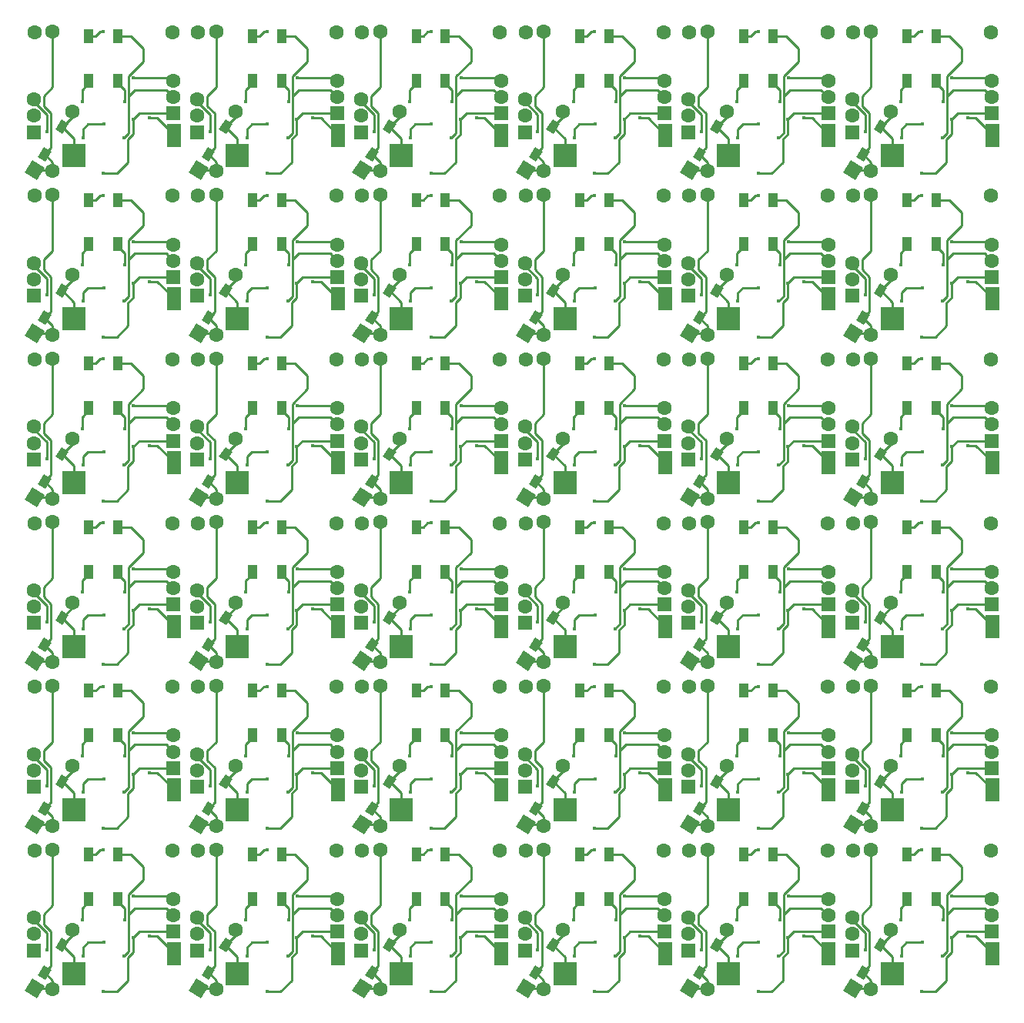
<source format=gtl>
G04 #@! TF.GenerationSoftware,KiCad,Pcbnew,(5.1.5-0-10_14)*
G04 #@! TF.CreationDate,2020-05-05T10:05:08-04:00*
G04 #@! TF.ProjectId,plate,706c6174-652e-46b6-9963-61645f706362,1*
G04 #@! TF.SameCoordinates,Original*
G04 #@! TF.FileFunction,Copper,L1,Top*
G04 #@! TF.FilePolarity,Positive*
%FSLAX46Y46*%
G04 Gerber Fmt 4.6, Leading zero omitted, Abs format (unit mm)*
G04 Created by KiCad (PCBNEW (5.1.5-0-10_14)) date 2020-05-05 10:05:08*
%MOMM*%
%LPD*%
G04 APERTURE LIST*
%ADD10C,1.600000*%
%ADD11R,1.600000X1.600000*%
%ADD12C,0.100000*%
%ADD13R,1.600000X2.600000*%
%ADD14R,2.600000X2.600000*%
%ADD15R,1.000000X1.500000*%
%ADD16C,0.400000*%
%ADD17C,0.250000*%
%ADD18C,0.300000*%
G04 APERTURE END LIST*
D10*
X85045000Y-118215000D03*
X100245000Y-118215000D03*
X100345000Y-125365000D03*
D11*
X84963000Y-129215000D03*
D10*
X100345000Y-123565000D03*
X84963000Y-127415000D03*
X87045000Y-118115000D03*
D11*
X100345000Y-127165000D03*
D10*
X84963000Y-125615000D03*
G04 #@! TA.AperFunction,SMDPad,CuDef*
D12*
G36*
X86220866Y-132429922D02*
G01*
X85419644Y-131919487D01*
X86118134Y-130823078D01*
X86919356Y-131333513D01*
X86220866Y-132429922D01*
G37*
G04 #@! TD.AperFunction*
G04 #@! TA.AperFunction,SMDPad,CuDef*
G36*
X88128280Y-129435882D02*
G01*
X87327058Y-128925447D01*
X88025548Y-127829038D01*
X88826770Y-128339473D01*
X88128280Y-129435882D01*
G37*
G04 #@! TD.AperFunction*
D10*
X87045000Y-133515000D03*
D13*
X100395000Y-129565000D03*
D14*
X89370000Y-131765000D03*
D15*
X94233600Y-123559800D03*
X91033600Y-123559800D03*
X94233600Y-118659800D03*
X91033600Y-118659800D03*
G04 #@! TA.AperFunction,ComponentPad*
D12*
G36*
X85339873Y-134469553D02*
G01*
X83990447Y-133609873D01*
X84850127Y-132260447D01*
X86199553Y-133120127D01*
X85339873Y-134469553D01*
G37*
G04 #@! TD.AperFunction*
D10*
X89189223Y-126938357D03*
X103045000Y-118215000D03*
X118245000Y-118215000D03*
X118345000Y-125365000D03*
D11*
X102963000Y-129215000D03*
D10*
X118345000Y-123565000D03*
X102963000Y-127415000D03*
X105045000Y-118115000D03*
D11*
X118345000Y-127165000D03*
D10*
X102963000Y-125615000D03*
G04 #@! TA.AperFunction,SMDPad,CuDef*
D12*
G36*
X106128280Y-129435882D02*
G01*
X105327058Y-128925447D01*
X106025548Y-127829038D01*
X106826770Y-128339473D01*
X106128280Y-129435882D01*
G37*
G04 #@! TD.AperFunction*
G04 #@! TA.AperFunction,SMDPad,CuDef*
G36*
X104220866Y-132429922D02*
G01*
X103419644Y-131919487D01*
X104118134Y-130823078D01*
X104919356Y-131333513D01*
X104220866Y-132429922D01*
G37*
G04 #@! TD.AperFunction*
D10*
X105045000Y-133515000D03*
D14*
X107370000Y-131765000D03*
D13*
X118395000Y-129565000D03*
D15*
X109033600Y-118659800D03*
X112233600Y-118659800D03*
X109033600Y-123559800D03*
X112233600Y-123559800D03*
D10*
X107189223Y-126938357D03*
G04 #@! TA.AperFunction,ComponentPad*
D12*
G36*
X103339873Y-134469553D02*
G01*
X101990447Y-133609873D01*
X102850127Y-132260447D01*
X104199553Y-133120127D01*
X103339873Y-134469553D01*
G37*
G04 #@! TD.AperFunction*
D10*
X85045000Y-136215000D03*
X100245000Y-136215000D03*
X100345000Y-143365000D03*
D11*
X84963000Y-147215000D03*
D10*
X100345000Y-141565000D03*
X84963000Y-145415000D03*
X87045000Y-136115000D03*
D11*
X100345000Y-145165000D03*
D10*
X84963000Y-143615000D03*
G04 #@! TA.AperFunction,SMDPad,CuDef*
D12*
G36*
X88128280Y-147435882D02*
G01*
X87327058Y-146925447D01*
X88025548Y-145829038D01*
X88826770Y-146339473D01*
X88128280Y-147435882D01*
G37*
G04 #@! TD.AperFunction*
G04 #@! TA.AperFunction,SMDPad,CuDef*
G36*
X86220866Y-150429922D02*
G01*
X85419644Y-149919487D01*
X86118134Y-148823078D01*
X86919356Y-149333513D01*
X86220866Y-150429922D01*
G37*
G04 #@! TD.AperFunction*
D10*
X87045000Y-151515000D03*
D14*
X89370000Y-149765000D03*
D13*
X100395000Y-147565000D03*
D15*
X91033600Y-136659800D03*
X94233600Y-136659800D03*
X91033600Y-141559800D03*
X94233600Y-141559800D03*
D10*
X89189223Y-144938357D03*
G04 #@! TA.AperFunction,ComponentPad*
D12*
G36*
X85339873Y-152469553D02*
G01*
X83990447Y-151609873D01*
X84850127Y-150260447D01*
X86199553Y-151120127D01*
X85339873Y-152469553D01*
G37*
G04 #@! TD.AperFunction*
D10*
X103045000Y-136215000D03*
X118245000Y-136215000D03*
X118345000Y-143365000D03*
D11*
X102963000Y-147215000D03*
D10*
X118345000Y-141565000D03*
X102963000Y-145415000D03*
X105045000Y-136115000D03*
D11*
X118345000Y-145165000D03*
D10*
X102963000Y-143615000D03*
G04 #@! TA.AperFunction,SMDPad,CuDef*
D12*
G36*
X104220866Y-150429922D02*
G01*
X103419644Y-149919487D01*
X104118134Y-148823078D01*
X104919356Y-149333513D01*
X104220866Y-150429922D01*
G37*
G04 #@! TD.AperFunction*
G04 #@! TA.AperFunction,SMDPad,CuDef*
G36*
X106128280Y-147435882D02*
G01*
X105327058Y-146925447D01*
X106025548Y-145829038D01*
X106826770Y-146339473D01*
X106128280Y-147435882D01*
G37*
G04 #@! TD.AperFunction*
D10*
X105045000Y-151515000D03*
D13*
X118395000Y-147565000D03*
D14*
X107370000Y-149765000D03*
D15*
X112233600Y-141559800D03*
X109033600Y-141559800D03*
X112233600Y-136659800D03*
X109033600Y-136659800D03*
G04 #@! TA.AperFunction,ComponentPad*
D12*
G36*
X103339873Y-152469553D02*
G01*
X101990447Y-151609873D01*
X102850127Y-150260447D01*
X104199553Y-151120127D01*
X103339873Y-152469553D01*
G37*
G04 #@! TD.AperFunction*
D10*
X107189223Y-144938357D03*
X156963000Y-145415000D03*
X159045000Y-136115000D03*
D11*
X172345000Y-145165000D03*
D10*
X156963000Y-143615000D03*
G04 #@! TA.AperFunction,SMDPad,CuDef*
D12*
G36*
X158220866Y-150429922D02*
G01*
X157419644Y-149919487D01*
X158118134Y-148823078D01*
X158919356Y-149333513D01*
X158220866Y-150429922D01*
G37*
G04 #@! TD.AperFunction*
G04 #@! TA.AperFunction,SMDPad,CuDef*
G36*
X160128280Y-147435882D02*
G01*
X159327058Y-146925447D01*
X160025548Y-145829038D01*
X160826770Y-146339473D01*
X160128280Y-147435882D01*
G37*
G04 #@! TD.AperFunction*
D10*
X159045000Y-151515000D03*
D13*
X172395000Y-147565000D03*
D14*
X161370000Y-149765000D03*
D10*
X179189223Y-144938357D03*
G04 #@! TA.AperFunction,ComponentPad*
D12*
G36*
X175339873Y-152469553D02*
G01*
X173990447Y-151609873D01*
X174850127Y-150260447D01*
X176199553Y-151120127D01*
X175339873Y-152469553D01*
G37*
G04 #@! TD.AperFunction*
D15*
X181033600Y-136659800D03*
X184233600Y-136659800D03*
X181033600Y-141559800D03*
X184233600Y-141559800D03*
G04 #@! TA.AperFunction,ComponentPad*
D12*
G36*
X157339873Y-152469553D02*
G01*
X155990447Y-151609873D01*
X156850127Y-150260447D01*
X158199553Y-151120127D01*
X157339873Y-152469553D01*
G37*
G04 #@! TD.AperFunction*
D10*
X161189223Y-144938357D03*
X190345000Y-143365000D03*
D11*
X174963000Y-147215000D03*
D10*
X190345000Y-141565000D03*
X174963000Y-145415000D03*
X175045000Y-136215000D03*
X190245000Y-136215000D03*
G04 #@! TA.AperFunction,SMDPad,CuDef*
D12*
G36*
X178128280Y-147435882D02*
G01*
X177327058Y-146925447D01*
X178025548Y-145829038D01*
X178826770Y-146339473D01*
X178128280Y-147435882D01*
G37*
G04 #@! TD.AperFunction*
G04 #@! TA.AperFunction,SMDPad,CuDef*
G36*
X176220866Y-150429922D02*
G01*
X175419644Y-149919487D01*
X176118134Y-148823078D01*
X176919356Y-149333513D01*
X176220866Y-150429922D01*
G37*
G04 #@! TD.AperFunction*
D10*
X177045000Y-151515000D03*
D14*
X179370000Y-149765000D03*
D13*
X190395000Y-147565000D03*
D10*
X177045000Y-136115000D03*
D11*
X190345000Y-145165000D03*
D10*
X174963000Y-143615000D03*
D11*
X156963000Y-147215000D03*
D10*
X172345000Y-141565000D03*
D15*
X166233600Y-141559800D03*
X163033600Y-141559800D03*
X166233600Y-136659800D03*
X163033600Y-136659800D03*
D10*
X157045000Y-136215000D03*
X172245000Y-136215000D03*
X172345000Y-143365000D03*
G04 #@! TA.AperFunction,ComponentPad*
D12*
G36*
X121339873Y-152469553D02*
G01*
X119990447Y-151609873D01*
X120850127Y-150260447D01*
X122199553Y-151120127D01*
X121339873Y-152469553D01*
G37*
G04 #@! TD.AperFunction*
D10*
X125189223Y-144938357D03*
X143189223Y-144938357D03*
G04 #@! TA.AperFunction,ComponentPad*
D12*
G36*
X139339873Y-152469553D02*
G01*
X137990447Y-151609873D01*
X138850127Y-150260447D01*
X140199553Y-151120127D01*
X139339873Y-152469553D01*
G37*
G04 #@! TD.AperFunction*
D15*
X145033600Y-136659800D03*
X148233600Y-136659800D03*
X145033600Y-141559800D03*
X148233600Y-141559800D03*
D13*
X136395000Y-147565000D03*
D14*
X125370000Y-149765000D03*
D15*
X130233600Y-141559800D03*
X127033600Y-141559800D03*
X130233600Y-136659800D03*
X127033600Y-136659800D03*
D10*
X120963000Y-145415000D03*
X123045000Y-136115000D03*
D11*
X136345000Y-145165000D03*
D10*
X120963000Y-143615000D03*
G04 #@! TA.AperFunction,SMDPad,CuDef*
D12*
G36*
X122220866Y-150429922D02*
G01*
X121419644Y-149919487D01*
X122118134Y-148823078D01*
X122919356Y-149333513D01*
X122220866Y-150429922D01*
G37*
G04 #@! TD.AperFunction*
G04 #@! TA.AperFunction,SMDPad,CuDef*
G36*
X124128280Y-147435882D02*
G01*
X123327058Y-146925447D01*
X124025548Y-145829038D01*
X124826770Y-146339473D01*
X124128280Y-147435882D01*
G37*
G04 #@! TD.AperFunction*
D10*
X123045000Y-151515000D03*
X139045000Y-136215000D03*
X154245000Y-136215000D03*
X154345000Y-143365000D03*
D11*
X138963000Y-147215000D03*
D10*
X154345000Y-141565000D03*
X138963000Y-145415000D03*
X141045000Y-136115000D03*
D11*
X154345000Y-145165000D03*
D10*
X138963000Y-143615000D03*
G04 #@! TA.AperFunction,SMDPad,CuDef*
D12*
G36*
X142128280Y-147435882D02*
G01*
X141327058Y-146925447D01*
X142025548Y-145829038D01*
X142826770Y-146339473D01*
X142128280Y-147435882D01*
G37*
G04 #@! TD.AperFunction*
G04 #@! TA.AperFunction,SMDPad,CuDef*
G36*
X140220866Y-150429922D02*
G01*
X139419644Y-149919487D01*
X140118134Y-148823078D01*
X140919356Y-149333513D01*
X140220866Y-150429922D01*
G37*
G04 #@! TD.AperFunction*
D10*
X141045000Y-151515000D03*
D14*
X143370000Y-149765000D03*
D13*
X154395000Y-147565000D03*
D11*
X120963000Y-147215000D03*
D10*
X121045000Y-136215000D03*
X136245000Y-136215000D03*
X136345000Y-143365000D03*
X136345000Y-141565000D03*
X156963000Y-127415000D03*
X159045000Y-118115000D03*
D11*
X172345000Y-127165000D03*
D10*
X156963000Y-125615000D03*
G04 #@! TA.AperFunction,SMDPad,CuDef*
D12*
G36*
X160128280Y-129435882D02*
G01*
X159327058Y-128925447D01*
X160025548Y-127829038D01*
X160826770Y-128339473D01*
X160128280Y-129435882D01*
G37*
G04 #@! TD.AperFunction*
G04 #@! TA.AperFunction,SMDPad,CuDef*
G36*
X158220866Y-132429922D02*
G01*
X157419644Y-131919487D01*
X158118134Y-130823078D01*
X158919356Y-131333513D01*
X158220866Y-132429922D01*
G37*
G04 #@! TD.AperFunction*
D10*
X159045000Y-133515000D03*
D14*
X161370000Y-131765000D03*
D13*
X172395000Y-129565000D03*
G04 #@! TA.AperFunction,ComponentPad*
D12*
G36*
X175339873Y-134469553D02*
G01*
X173990447Y-133609873D01*
X174850127Y-132260447D01*
X176199553Y-133120127D01*
X175339873Y-134469553D01*
G37*
G04 #@! TD.AperFunction*
D10*
X179189223Y-126938357D03*
D15*
X184233600Y-123559800D03*
X181033600Y-123559800D03*
X184233600Y-118659800D03*
X181033600Y-118659800D03*
D10*
X161189223Y-126938357D03*
G04 #@! TA.AperFunction,ComponentPad*
D12*
G36*
X157339873Y-134469553D02*
G01*
X155990447Y-133609873D01*
X156850127Y-132260447D01*
X158199553Y-133120127D01*
X157339873Y-134469553D01*
G37*
G04 #@! TD.AperFunction*
D10*
X190345000Y-125365000D03*
D11*
X174963000Y-129215000D03*
D10*
X190345000Y-123565000D03*
X174963000Y-127415000D03*
X175045000Y-118215000D03*
X190245000Y-118215000D03*
G04 #@! TA.AperFunction,SMDPad,CuDef*
D12*
G36*
X176220866Y-132429922D02*
G01*
X175419644Y-131919487D01*
X176118134Y-130823078D01*
X176919356Y-131333513D01*
X176220866Y-132429922D01*
G37*
G04 #@! TD.AperFunction*
G04 #@! TA.AperFunction,SMDPad,CuDef*
G36*
X178128280Y-129435882D02*
G01*
X177327058Y-128925447D01*
X178025548Y-127829038D01*
X178826770Y-128339473D01*
X178128280Y-129435882D01*
G37*
G04 #@! TD.AperFunction*
D10*
X177045000Y-133515000D03*
D13*
X190395000Y-129565000D03*
D14*
X179370000Y-131765000D03*
D10*
X177045000Y-118115000D03*
D11*
X190345000Y-127165000D03*
D10*
X174963000Y-125615000D03*
D11*
X156963000Y-129215000D03*
D10*
X172345000Y-123565000D03*
D15*
X163033600Y-118659800D03*
X166233600Y-118659800D03*
X163033600Y-123559800D03*
X166233600Y-123559800D03*
D10*
X157045000Y-118215000D03*
X172245000Y-118215000D03*
X172345000Y-125365000D03*
X125189223Y-126938357D03*
G04 #@! TA.AperFunction,ComponentPad*
D12*
G36*
X121339873Y-134469553D02*
G01*
X119990447Y-133609873D01*
X120850127Y-132260447D01*
X122199553Y-133120127D01*
X121339873Y-134469553D01*
G37*
G04 #@! TD.AperFunction*
D10*
X139045000Y-118215000D03*
X154245000Y-118215000D03*
X154345000Y-125365000D03*
D11*
X138963000Y-129215000D03*
D10*
X154345000Y-123565000D03*
X138963000Y-127415000D03*
X141045000Y-118115000D03*
D11*
X154345000Y-127165000D03*
D10*
X138963000Y-125615000D03*
G04 #@! TA.AperFunction,SMDPad,CuDef*
D12*
G36*
X140220866Y-132429922D02*
G01*
X139419644Y-131919487D01*
X140118134Y-130823078D01*
X140919356Y-131333513D01*
X140220866Y-132429922D01*
G37*
G04 #@! TD.AperFunction*
G04 #@! TA.AperFunction,SMDPad,CuDef*
G36*
X142128280Y-129435882D02*
G01*
X141327058Y-128925447D01*
X142025548Y-127829038D01*
X142826770Y-128339473D01*
X142128280Y-129435882D01*
G37*
G04 #@! TD.AperFunction*
D10*
X141045000Y-133515000D03*
D13*
X154395000Y-129565000D03*
D14*
X143370000Y-131765000D03*
D15*
X148233600Y-123559800D03*
X145033600Y-123559800D03*
X148233600Y-118659800D03*
X145033600Y-118659800D03*
G04 #@! TA.AperFunction,ComponentPad*
D12*
G36*
X139339873Y-134469553D02*
G01*
X137990447Y-133609873D01*
X138850127Y-132260447D01*
X140199553Y-133120127D01*
X139339873Y-134469553D01*
G37*
G04 #@! TD.AperFunction*
D10*
X143189223Y-126938357D03*
X121045000Y-118215000D03*
X136245000Y-118215000D03*
X136345000Y-125365000D03*
D11*
X120963000Y-129215000D03*
D10*
X136345000Y-123565000D03*
X120963000Y-127415000D03*
X123045000Y-118115000D03*
D11*
X136345000Y-127165000D03*
D10*
X120963000Y-125615000D03*
G04 #@! TA.AperFunction,SMDPad,CuDef*
D12*
G36*
X124128280Y-129435882D02*
G01*
X123327058Y-128925447D01*
X124025548Y-127829038D01*
X124826770Y-128339473D01*
X124128280Y-129435882D01*
G37*
G04 #@! TD.AperFunction*
G04 #@! TA.AperFunction,SMDPad,CuDef*
G36*
X122220866Y-132429922D02*
G01*
X121419644Y-131919487D01*
X122118134Y-130823078D01*
X122919356Y-131333513D01*
X122220866Y-132429922D01*
G37*
G04 #@! TD.AperFunction*
D10*
X123045000Y-133515000D03*
D14*
X125370000Y-131765000D03*
D13*
X136395000Y-129565000D03*
D15*
X127033600Y-118659800D03*
X130233600Y-118659800D03*
X127033600Y-123559800D03*
X130233600Y-123559800D03*
D10*
X85045000Y-82215000D03*
X100245000Y-82215000D03*
X100345000Y-89365000D03*
D11*
X84963000Y-93215000D03*
D10*
X100345000Y-87565000D03*
X84963000Y-91415000D03*
X87045000Y-82115000D03*
D11*
X100345000Y-91165000D03*
D10*
X84963000Y-89615000D03*
G04 #@! TA.AperFunction,SMDPad,CuDef*
D12*
G36*
X86220866Y-96429922D02*
G01*
X85419644Y-95919487D01*
X86118134Y-94823078D01*
X86919356Y-95333513D01*
X86220866Y-96429922D01*
G37*
G04 #@! TD.AperFunction*
G04 #@! TA.AperFunction,SMDPad,CuDef*
G36*
X88128280Y-93435882D02*
G01*
X87327058Y-92925447D01*
X88025548Y-91829038D01*
X88826770Y-92339473D01*
X88128280Y-93435882D01*
G37*
G04 #@! TD.AperFunction*
D10*
X87045000Y-97515000D03*
D13*
X100395000Y-93565000D03*
D14*
X89370000Y-95765000D03*
D15*
X94233600Y-87559800D03*
X91033600Y-87559800D03*
X94233600Y-82659800D03*
X91033600Y-82659800D03*
G04 #@! TA.AperFunction,ComponentPad*
D12*
G36*
X85339873Y-98469553D02*
G01*
X83990447Y-97609873D01*
X84850127Y-96260447D01*
X86199553Y-97120127D01*
X85339873Y-98469553D01*
G37*
G04 #@! TD.AperFunction*
D10*
X89189223Y-90938357D03*
X103045000Y-82215000D03*
X118245000Y-82215000D03*
X118345000Y-89365000D03*
D11*
X102963000Y-93215000D03*
D10*
X118345000Y-87565000D03*
X102963000Y-91415000D03*
X105045000Y-82115000D03*
D11*
X118345000Y-91165000D03*
D10*
X102963000Y-89615000D03*
G04 #@! TA.AperFunction,SMDPad,CuDef*
D12*
G36*
X106128280Y-93435882D02*
G01*
X105327058Y-92925447D01*
X106025548Y-91829038D01*
X106826770Y-92339473D01*
X106128280Y-93435882D01*
G37*
G04 #@! TD.AperFunction*
G04 #@! TA.AperFunction,SMDPad,CuDef*
G36*
X104220866Y-96429922D02*
G01*
X103419644Y-95919487D01*
X104118134Y-94823078D01*
X104919356Y-95333513D01*
X104220866Y-96429922D01*
G37*
G04 #@! TD.AperFunction*
D10*
X105045000Y-97515000D03*
D14*
X107370000Y-95765000D03*
D13*
X118395000Y-93565000D03*
D15*
X109033600Y-82659800D03*
X112233600Y-82659800D03*
X109033600Y-87559800D03*
X112233600Y-87559800D03*
D10*
X107189223Y-90938357D03*
G04 #@! TA.AperFunction,ComponentPad*
D12*
G36*
X103339873Y-98469553D02*
G01*
X101990447Y-97609873D01*
X102850127Y-96260447D01*
X104199553Y-97120127D01*
X103339873Y-98469553D01*
G37*
G04 #@! TD.AperFunction*
D10*
X85045000Y-100215000D03*
X100245000Y-100215000D03*
X100345000Y-107365000D03*
D11*
X84963000Y-111215000D03*
D10*
X100345000Y-105565000D03*
X84963000Y-109415000D03*
X87045000Y-100115000D03*
D11*
X100345000Y-109165000D03*
D10*
X84963000Y-107615000D03*
G04 #@! TA.AperFunction,SMDPad,CuDef*
D12*
G36*
X88128280Y-111435882D02*
G01*
X87327058Y-110925447D01*
X88025548Y-109829038D01*
X88826770Y-110339473D01*
X88128280Y-111435882D01*
G37*
G04 #@! TD.AperFunction*
G04 #@! TA.AperFunction,SMDPad,CuDef*
G36*
X86220866Y-114429922D02*
G01*
X85419644Y-113919487D01*
X86118134Y-112823078D01*
X86919356Y-113333513D01*
X86220866Y-114429922D01*
G37*
G04 #@! TD.AperFunction*
D10*
X87045000Y-115515000D03*
D14*
X89370000Y-113765000D03*
D13*
X100395000Y-111565000D03*
D15*
X91033600Y-100659800D03*
X94233600Y-100659800D03*
X91033600Y-105559800D03*
X94233600Y-105559800D03*
D10*
X89189223Y-108938357D03*
G04 #@! TA.AperFunction,ComponentPad*
D12*
G36*
X85339873Y-116469553D02*
G01*
X83990447Y-115609873D01*
X84850127Y-114260447D01*
X86199553Y-115120127D01*
X85339873Y-116469553D01*
G37*
G04 #@! TD.AperFunction*
D10*
X103045000Y-100215000D03*
X118245000Y-100215000D03*
X118345000Y-107365000D03*
D11*
X102963000Y-111215000D03*
D10*
X118345000Y-105565000D03*
X102963000Y-109415000D03*
X105045000Y-100115000D03*
D11*
X118345000Y-109165000D03*
D10*
X102963000Y-107615000D03*
G04 #@! TA.AperFunction,SMDPad,CuDef*
D12*
G36*
X104220866Y-114429922D02*
G01*
X103419644Y-113919487D01*
X104118134Y-112823078D01*
X104919356Y-113333513D01*
X104220866Y-114429922D01*
G37*
G04 #@! TD.AperFunction*
G04 #@! TA.AperFunction,SMDPad,CuDef*
G36*
X106128280Y-111435882D02*
G01*
X105327058Y-110925447D01*
X106025548Y-109829038D01*
X106826770Y-110339473D01*
X106128280Y-111435882D01*
G37*
G04 #@! TD.AperFunction*
D10*
X105045000Y-115515000D03*
D13*
X118395000Y-111565000D03*
D14*
X107370000Y-113765000D03*
D15*
X112233600Y-105559800D03*
X109033600Y-105559800D03*
X112233600Y-100659800D03*
X109033600Y-100659800D03*
G04 #@! TA.AperFunction,ComponentPad*
D12*
G36*
X103339873Y-116469553D02*
G01*
X101990447Y-115609873D01*
X102850127Y-114260447D01*
X104199553Y-115120127D01*
X103339873Y-116469553D01*
G37*
G04 #@! TD.AperFunction*
D10*
X107189223Y-108938357D03*
X156963000Y-109415000D03*
X159045000Y-100115000D03*
D11*
X172345000Y-109165000D03*
D10*
X156963000Y-107615000D03*
G04 #@! TA.AperFunction,SMDPad,CuDef*
D12*
G36*
X158220866Y-114429922D02*
G01*
X157419644Y-113919487D01*
X158118134Y-112823078D01*
X158919356Y-113333513D01*
X158220866Y-114429922D01*
G37*
G04 #@! TD.AperFunction*
G04 #@! TA.AperFunction,SMDPad,CuDef*
G36*
X160128280Y-111435882D02*
G01*
X159327058Y-110925447D01*
X160025548Y-109829038D01*
X160826770Y-110339473D01*
X160128280Y-111435882D01*
G37*
G04 #@! TD.AperFunction*
D10*
X159045000Y-115515000D03*
D13*
X172395000Y-111565000D03*
D14*
X161370000Y-113765000D03*
D10*
X179189223Y-108938357D03*
G04 #@! TA.AperFunction,ComponentPad*
D12*
G36*
X175339873Y-116469553D02*
G01*
X173990447Y-115609873D01*
X174850127Y-114260447D01*
X176199553Y-115120127D01*
X175339873Y-116469553D01*
G37*
G04 #@! TD.AperFunction*
D15*
X181033600Y-100659800D03*
X184233600Y-100659800D03*
X181033600Y-105559800D03*
X184233600Y-105559800D03*
G04 #@! TA.AperFunction,ComponentPad*
D12*
G36*
X157339873Y-116469553D02*
G01*
X155990447Y-115609873D01*
X156850127Y-114260447D01*
X158199553Y-115120127D01*
X157339873Y-116469553D01*
G37*
G04 #@! TD.AperFunction*
D10*
X161189223Y-108938357D03*
X190345000Y-107365000D03*
D11*
X174963000Y-111215000D03*
D10*
X190345000Y-105565000D03*
X174963000Y-109415000D03*
X175045000Y-100215000D03*
X190245000Y-100215000D03*
G04 #@! TA.AperFunction,SMDPad,CuDef*
D12*
G36*
X178128280Y-111435882D02*
G01*
X177327058Y-110925447D01*
X178025548Y-109829038D01*
X178826770Y-110339473D01*
X178128280Y-111435882D01*
G37*
G04 #@! TD.AperFunction*
G04 #@! TA.AperFunction,SMDPad,CuDef*
G36*
X176220866Y-114429922D02*
G01*
X175419644Y-113919487D01*
X176118134Y-112823078D01*
X176919356Y-113333513D01*
X176220866Y-114429922D01*
G37*
G04 #@! TD.AperFunction*
D10*
X177045000Y-115515000D03*
D14*
X179370000Y-113765000D03*
D13*
X190395000Y-111565000D03*
D10*
X177045000Y-100115000D03*
D11*
X190345000Y-109165000D03*
D10*
X174963000Y-107615000D03*
D11*
X156963000Y-111215000D03*
D10*
X172345000Y-105565000D03*
D15*
X166233600Y-105559800D03*
X163033600Y-105559800D03*
X166233600Y-100659800D03*
X163033600Y-100659800D03*
D10*
X157045000Y-100215000D03*
X172245000Y-100215000D03*
X172345000Y-107365000D03*
G04 #@! TA.AperFunction,ComponentPad*
D12*
G36*
X121339873Y-116469553D02*
G01*
X119990447Y-115609873D01*
X120850127Y-114260447D01*
X122199553Y-115120127D01*
X121339873Y-116469553D01*
G37*
G04 #@! TD.AperFunction*
D10*
X125189223Y-108938357D03*
X143189223Y-108938357D03*
G04 #@! TA.AperFunction,ComponentPad*
D12*
G36*
X139339873Y-116469553D02*
G01*
X137990447Y-115609873D01*
X138850127Y-114260447D01*
X140199553Y-115120127D01*
X139339873Y-116469553D01*
G37*
G04 #@! TD.AperFunction*
D15*
X145033600Y-100659800D03*
X148233600Y-100659800D03*
X145033600Y-105559800D03*
X148233600Y-105559800D03*
D13*
X136395000Y-111565000D03*
D14*
X125370000Y-113765000D03*
D15*
X130233600Y-105559800D03*
X127033600Y-105559800D03*
X130233600Y-100659800D03*
X127033600Y-100659800D03*
D10*
X120963000Y-109415000D03*
X123045000Y-100115000D03*
D11*
X136345000Y-109165000D03*
D10*
X120963000Y-107615000D03*
G04 #@! TA.AperFunction,SMDPad,CuDef*
D12*
G36*
X122220866Y-114429922D02*
G01*
X121419644Y-113919487D01*
X122118134Y-112823078D01*
X122919356Y-113333513D01*
X122220866Y-114429922D01*
G37*
G04 #@! TD.AperFunction*
G04 #@! TA.AperFunction,SMDPad,CuDef*
G36*
X124128280Y-111435882D02*
G01*
X123327058Y-110925447D01*
X124025548Y-109829038D01*
X124826770Y-110339473D01*
X124128280Y-111435882D01*
G37*
G04 #@! TD.AperFunction*
D10*
X123045000Y-115515000D03*
X139045000Y-100215000D03*
X154245000Y-100215000D03*
X154345000Y-107365000D03*
D11*
X138963000Y-111215000D03*
D10*
X154345000Y-105565000D03*
X138963000Y-109415000D03*
X141045000Y-100115000D03*
D11*
X154345000Y-109165000D03*
D10*
X138963000Y-107615000D03*
G04 #@! TA.AperFunction,SMDPad,CuDef*
D12*
G36*
X142128280Y-111435882D02*
G01*
X141327058Y-110925447D01*
X142025548Y-109829038D01*
X142826770Y-110339473D01*
X142128280Y-111435882D01*
G37*
G04 #@! TD.AperFunction*
G04 #@! TA.AperFunction,SMDPad,CuDef*
G36*
X140220866Y-114429922D02*
G01*
X139419644Y-113919487D01*
X140118134Y-112823078D01*
X140919356Y-113333513D01*
X140220866Y-114429922D01*
G37*
G04 #@! TD.AperFunction*
D10*
X141045000Y-115515000D03*
D14*
X143370000Y-113765000D03*
D13*
X154395000Y-111565000D03*
D11*
X120963000Y-111215000D03*
D10*
X121045000Y-100215000D03*
X136245000Y-100215000D03*
X136345000Y-107365000D03*
X136345000Y-105565000D03*
X156963000Y-91415000D03*
X159045000Y-82115000D03*
D11*
X172345000Y-91165000D03*
D10*
X156963000Y-89615000D03*
G04 #@! TA.AperFunction,SMDPad,CuDef*
D12*
G36*
X160128280Y-93435882D02*
G01*
X159327058Y-92925447D01*
X160025548Y-91829038D01*
X160826770Y-92339473D01*
X160128280Y-93435882D01*
G37*
G04 #@! TD.AperFunction*
G04 #@! TA.AperFunction,SMDPad,CuDef*
G36*
X158220866Y-96429922D02*
G01*
X157419644Y-95919487D01*
X158118134Y-94823078D01*
X158919356Y-95333513D01*
X158220866Y-96429922D01*
G37*
G04 #@! TD.AperFunction*
D10*
X159045000Y-97515000D03*
D14*
X161370000Y-95765000D03*
D13*
X172395000Y-93565000D03*
G04 #@! TA.AperFunction,ComponentPad*
D12*
G36*
X175339873Y-98469553D02*
G01*
X173990447Y-97609873D01*
X174850127Y-96260447D01*
X176199553Y-97120127D01*
X175339873Y-98469553D01*
G37*
G04 #@! TD.AperFunction*
D10*
X179189223Y-90938357D03*
D15*
X184233600Y-87559800D03*
X181033600Y-87559800D03*
X184233600Y-82659800D03*
X181033600Y-82659800D03*
D10*
X161189223Y-90938357D03*
G04 #@! TA.AperFunction,ComponentPad*
D12*
G36*
X157339873Y-98469553D02*
G01*
X155990447Y-97609873D01*
X156850127Y-96260447D01*
X158199553Y-97120127D01*
X157339873Y-98469553D01*
G37*
G04 #@! TD.AperFunction*
D10*
X190345000Y-89365000D03*
D11*
X174963000Y-93215000D03*
D10*
X190345000Y-87565000D03*
X174963000Y-91415000D03*
X175045000Y-82215000D03*
X190245000Y-82215000D03*
G04 #@! TA.AperFunction,SMDPad,CuDef*
D12*
G36*
X176220866Y-96429922D02*
G01*
X175419644Y-95919487D01*
X176118134Y-94823078D01*
X176919356Y-95333513D01*
X176220866Y-96429922D01*
G37*
G04 #@! TD.AperFunction*
G04 #@! TA.AperFunction,SMDPad,CuDef*
G36*
X178128280Y-93435882D02*
G01*
X177327058Y-92925447D01*
X178025548Y-91829038D01*
X178826770Y-92339473D01*
X178128280Y-93435882D01*
G37*
G04 #@! TD.AperFunction*
D10*
X177045000Y-97515000D03*
D13*
X190395000Y-93565000D03*
D14*
X179370000Y-95765000D03*
D10*
X177045000Y-82115000D03*
D11*
X190345000Y-91165000D03*
D10*
X174963000Y-89615000D03*
D11*
X156963000Y-93215000D03*
D10*
X172345000Y-87565000D03*
D15*
X163033600Y-82659800D03*
X166233600Y-82659800D03*
X163033600Y-87559800D03*
X166233600Y-87559800D03*
D10*
X157045000Y-82215000D03*
X172245000Y-82215000D03*
X172345000Y-89365000D03*
X125189223Y-90938357D03*
G04 #@! TA.AperFunction,ComponentPad*
D12*
G36*
X121339873Y-98469553D02*
G01*
X119990447Y-97609873D01*
X120850127Y-96260447D01*
X122199553Y-97120127D01*
X121339873Y-98469553D01*
G37*
G04 #@! TD.AperFunction*
D10*
X139045000Y-82215000D03*
X154245000Y-82215000D03*
X154345000Y-89365000D03*
D11*
X138963000Y-93215000D03*
D10*
X154345000Y-87565000D03*
X138963000Y-91415000D03*
X141045000Y-82115000D03*
D11*
X154345000Y-91165000D03*
D10*
X138963000Y-89615000D03*
G04 #@! TA.AperFunction,SMDPad,CuDef*
D12*
G36*
X140220866Y-96429922D02*
G01*
X139419644Y-95919487D01*
X140118134Y-94823078D01*
X140919356Y-95333513D01*
X140220866Y-96429922D01*
G37*
G04 #@! TD.AperFunction*
G04 #@! TA.AperFunction,SMDPad,CuDef*
G36*
X142128280Y-93435882D02*
G01*
X141327058Y-92925447D01*
X142025548Y-91829038D01*
X142826770Y-92339473D01*
X142128280Y-93435882D01*
G37*
G04 #@! TD.AperFunction*
D10*
X141045000Y-97515000D03*
D13*
X154395000Y-93565000D03*
D14*
X143370000Y-95765000D03*
D15*
X148233600Y-87559800D03*
X145033600Y-87559800D03*
X148233600Y-82659800D03*
X145033600Y-82659800D03*
G04 #@! TA.AperFunction,ComponentPad*
D12*
G36*
X139339873Y-98469553D02*
G01*
X137990447Y-97609873D01*
X138850127Y-96260447D01*
X140199553Y-97120127D01*
X139339873Y-98469553D01*
G37*
G04 #@! TD.AperFunction*
D10*
X143189223Y-90938357D03*
X121045000Y-82215000D03*
X136245000Y-82215000D03*
X136345000Y-89365000D03*
D11*
X120963000Y-93215000D03*
D10*
X136345000Y-87565000D03*
X120963000Y-91415000D03*
X123045000Y-82115000D03*
D11*
X136345000Y-91165000D03*
D10*
X120963000Y-89615000D03*
G04 #@! TA.AperFunction,SMDPad,CuDef*
D12*
G36*
X124128280Y-93435882D02*
G01*
X123327058Y-92925447D01*
X124025548Y-91829038D01*
X124826770Y-92339473D01*
X124128280Y-93435882D01*
G37*
G04 #@! TD.AperFunction*
G04 #@! TA.AperFunction,SMDPad,CuDef*
G36*
X122220866Y-96429922D02*
G01*
X121419644Y-95919487D01*
X122118134Y-94823078D01*
X122919356Y-95333513D01*
X122220866Y-96429922D01*
G37*
G04 #@! TD.AperFunction*
D10*
X123045000Y-97515000D03*
D14*
X125370000Y-95765000D03*
D13*
X136395000Y-93565000D03*
D15*
X127033600Y-82659800D03*
X130233600Y-82659800D03*
X127033600Y-87559800D03*
X130233600Y-87559800D03*
D10*
X85045000Y-64215000D03*
X100245000Y-64215000D03*
X100345000Y-71365000D03*
D11*
X84963000Y-75215000D03*
D10*
X100345000Y-69565000D03*
X84963000Y-73415000D03*
X87045000Y-64115000D03*
D11*
X100345000Y-73165000D03*
D10*
X84963000Y-71615000D03*
G04 #@! TA.AperFunction,SMDPad,CuDef*
D12*
G36*
X86220866Y-78429922D02*
G01*
X85419644Y-77919487D01*
X86118134Y-76823078D01*
X86919356Y-77333513D01*
X86220866Y-78429922D01*
G37*
G04 #@! TD.AperFunction*
G04 #@! TA.AperFunction,SMDPad,CuDef*
G36*
X88128280Y-75435882D02*
G01*
X87327058Y-74925447D01*
X88025548Y-73829038D01*
X88826770Y-74339473D01*
X88128280Y-75435882D01*
G37*
G04 #@! TD.AperFunction*
D10*
X87045000Y-79515000D03*
D13*
X100395000Y-75565000D03*
D14*
X89370000Y-77765000D03*
D15*
X94233600Y-69559800D03*
X91033600Y-69559800D03*
X94233600Y-64659800D03*
X91033600Y-64659800D03*
G04 #@! TA.AperFunction,ComponentPad*
D12*
G36*
X85339873Y-80469553D02*
G01*
X83990447Y-79609873D01*
X84850127Y-78260447D01*
X86199553Y-79120127D01*
X85339873Y-80469553D01*
G37*
G04 #@! TD.AperFunction*
D10*
X89189223Y-72938357D03*
X103045000Y-64215000D03*
X118245000Y-64215000D03*
X118345000Y-71365000D03*
D11*
X102963000Y-75215000D03*
D10*
X118345000Y-69565000D03*
X102963000Y-73415000D03*
X105045000Y-64115000D03*
D11*
X118345000Y-73165000D03*
D10*
X102963000Y-71615000D03*
G04 #@! TA.AperFunction,SMDPad,CuDef*
D12*
G36*
X106128280Y-75435882D02*
G01*
X105327058Y-74925447D01*
X106025548Y-73829038D01*
X106826770Y-74339473D01*
X106128280Y-75435882D01*
G37*
G04 #@! TD.AperFunction*
G04 #@! TA.AperFunction,SMDPad,CuDef*
G36*
X104220866Y-78429922D02*
G01*
X103419644Y-77919487D01*
X104118134Y-76823078D01*
X104919356Y-77333513D01*
X104220866Y-78429922D01*
G37*
G04 #@! TD.AperFunction*
D10*
X105045000Y-79515000D03*
D14*
X107370000Y-77765000D03*
D13*
X118395000Y-75565000D03*
D15*
X109033600Y-64659800D03*
X112233600Y-64659800D03*
X109033600Y-69559800D03*
X112233600Y-69559800D03*
D10*
X107189223Y-72938357D03*
G04 #@! TA.AperFunction,ComponentPad*
D12*
G36*
X103339873Y-80469553D02*
G01*
X101990447Y-79609873D01*
X102850127Y-78260447D01*
X104199553Y-79120127D01*
X103339873Y-80469553D01*
G37*
G04 #@! TD.AperFunction*
D10*
X156963000Y-73415000D03*
X159045000Y-64115000D03*
D11*
X172345000Y-73165000D03*
D10*
X156963000Y-71615000D03*
G04 #@! TA.AperFunction,SMDPad,CuDef*
D12*
G36*
X160128280Y-75435882D02*
G01*
X159327058Y-74925447D01*
X160025548Y-73829038D01*
X160826770Y-74339473D01*
X160128280Y-75435882D01*
G37*
G04 #@! TD.AperFunction*
G04 #@! TA.AperFunction,SMDPad,CuDef*
G36*
X158220866Y-78429922D02*
G01*
X157419644Y-77919487D01*
X158118134Y-76823078D01*
X158919356Y-77333513D01*
X158220866Y-78429922D01*
G37*
G04 #@! TD.AperFunction*
D10*
X159045000Y-79515000D03*
D14*
X161370000Y-77765000D03*
D13*
X172395000Y-75565000D03*
G04 #@! TA.AperFunction,ComponentPad*
D12*
G36*
X175339873Y-80469553D02*
G01*
X173990447Y-79609873D01*
X174850127Y-78260447D01*
X176199553Y-79120127D01*
X175339873Y-80469553D01*
G37*
G04 #@! TD.AperFunction*
D10*
X179189223Y-72938357D03*
D15*
X184233600Y-69559800D03*
X181033600Y-69559800D03*
X184233600Y-64659800D03*
X181033600Y-64659800D03*
D10*
X161189223Y-72938357D03*
G04 #@! TA.AperFunction,ComponentPad*
D12*
G36*
X157339873Y-80469553D02*
G01*
X155990447Y-79609873D01*
X156850127Y-78260447D01*
X158199553Y-79120127D01*
X157339873Y-80469553D01*
G37*
G04 #@! TD.AperFunction*
D10*
X190345000Y-71365000D03*
D11*
X174963000Y-75215000D03*
D10*
X190345000Y-69565000D03*
X174963000Y-73415000D03*
X175045000Y-64215000D03*
X190245000Y-64215000D03*
G04 #@! TA.AperFunction,SMDPad,CuDef*
D12*
G36*
X176220866Y-78429922D02*
G01*
X175419644Y-77919487D01*
X176118134Y-76823078D01*
X176919356Y-77333513D01*
X176220866Y-78429922D01*
G37*
G04 #@! TD.AperFunction*
G04 #@! TA.AperFunction,SMDPad,CuDef*
G36*
X178128280Y-75435882D02*
G01*
X177327058Y-74925447D01*
X178025548Y-73829038D01*
X178826770Y-74339473D01*
X178128280Y-75435882D01*
G37*
G04 #@! TD.AperFunction*
D10*
X177045000Y-79515000D03*
D13*
X190395000Y-75565000D03*
D14*
X179370000Y-77765000D03*
D10*
X177045000Y-64115000D03*
D11*
X190345000Y-73165000D03*
D10*
X174963000Y-71615000D03*
D11*
X156963000Y-75215000D03*
D10*
X172345000Y-69565000D03*
D15*
X163033600Y-64659800D03*
X166233600Y-64659800D03*
X163033600Y-69559800D03*
X166233600Y-69559800D03*
D10*
X157045000Y-64215000D03*
X172245000Y-64215000D03*
X172345000Y-71365000D03*
X125189223Y-72938357D03*
G04 #@! TA.AperFunction,ComponentPad*
D12*
G36*
X121339873Y-80469553D02*
G01*
X119990447Y-79609873D01*
X120850127Y-78260447D01*
X122199553Y-79120127D01*
X121339873Y-80469553D01*
G37*
G04 #@! TD.AperFunction*
D10*
X139045000Y-64215000D03*
X154245000Y-64215000D03*
X154345000Y-71365000D03*
D11*
X138963000Y-75215000D03*
D10*
X154345000Y-69565000D03*
X138963000Y-73415000D03*
X141045000Y-64115000D03*
D11*
X154345000Y-73165000D03*
D10*
X138963000Y-71615000D03*
G04 #@! TA.AperFunction,SMDPad,CuDef*
D12*
G36*
X140220866Y-78429922D02*
G01*
X139419644Y-77919487D01*
X140118134Y-76823078D01*
X140919356Y-77333513D01*
X140220866Y-78429922D01*
G37*
G04 #@! TD.AperFunction*
G04 #@! TA.AperFunction,SMDPad,CuDef*
G36*
X142128280Y-75435882D02*
G01*
X141327058Y-74925447D01*
X142025548Y-73829038D01*
X142826770Y-74339473D01*
X142128280Y-75435882D01*
G37*
G04 #@! TD.AperFunction*
D10*
X141045000Y-79515000D03*
D13*
X154395000Y-75565000D03*
D14*
X143370000Y-77765000D03*
D15*
X148233600Y-69559800D03*
X145033600Y-69559800D03*
X148233600Y-64659800D03*
X145033600Y-64659800D03*
G04 #@! TA.AperFunction,ComponentPad*
D12*
G36*
X139339873Y-80469553D02*
G01*
X137990447Y-79609873D01*
X138850127Y-78260447D01*
X140199553Y-79120127D01*
X139339873Y-80469553D01*
G37*
G04 #@! TD.AperFunction*
D10*
X143189223Y-72938357D03*
X121045000Y-64215000D03*
X136245000Y-64215000D03*
X136345000Y-71365000D03*
D11*
X120963000Y-75215000D03*
D10*
X136345000Y-69565000D03*
X120963000Y-73415000D03*
X123045000Y-64115000D03*
D11*
X136345000Y-73165000D03*
D10*
X120963000Y-71615000D03*
G04 #@! TA.AperFunction,SMDPad,CuDef*
D12*
G36*
X124128280Y-75435882D02*
G01*
X123327058Y-74925447D01*
X124025548Y-73829038D01*
X124826770Y-74339473D01*
X124128280Y-75435882D01*
G37*
G04 #@! TD.AperFunction*
G04 #@! TA.AperFunction,SMDPad,CuDef*
G36*
X122220866Y-78429922D02*
G01*
X121419644Y-77919487D01*
X122118134Y-76823078D01*
X122919356Y-77333513D01*
X122220866Y-78429922D01*
G37*
G04 #@! TD.AperFunction*
D10*
X123045000Y-79515000D03*
D14*
X125370000Y-77765000D03*
D13*
X136395000Y-75565000D03*
D15*
X127033600Y-64659800D03*
X130233600Y-64659800D03*
X127033600Y-69559800D03*
X130233600Y-69559800D03*
D10*
X157045000Y-46215000D03*
X172245000Y-46215000D03*
X172345000Y-53365000D03*
D11*
X156963000Y-57215000D03*
D10*
X172345000Y-51565000D03*
X156963000Y-55415000D03*
X159045000Y-46115000D03*
D11*
X172345000Y-55165000D03*
D10*
X156963000Y-53615000D03*
G04 #@! TA.AperFunction,SMDPad,CuDef*
D12*
G36*
X158220866Y-60429922D02*
G01*
X157419644Y-59919487D01*
X158118134Y-58823078D01*
X158919356Y-59333513D01*
X158220866Y-60429922D01*
G37*
G04 #@! TD.AperFunction*
G04 #@! TA.AperFunction,SMDPad,CuDef*
G36*
X160128280Y-57435882D02*
G01*
X159327058Y-56925447D01*
X160025548Y-55829038D01*
X160826770Y-56339473D01*
X160128280Y-57435882D01*
G37*
G04 #@! TD.AperFunction*
D10*
X159045000Y-61515000D03*
D13*
X172395000Y-57565000D03*
D14*
X161370000Y-59765000D03*
D15*
X166233600Y-51559800D03*
X163033600Y-51559800D03*
X166233600Y-46659800D03*
X163033600Y-46659800D03*
G04 #@! TA.AperFunction,ComponentPad*
D12*
G36*
X157339873Y-62469553D02*
G01*
X155990447Y-61609873D01*
X156850127Y-60260447D01*
X158199553Y-61120127D01*
X157339873Y-62469553D01*
G37*
G04 #@! TD.AperFunction*
D10*
X161189223Y-54938357D03*
X175045000Y-46215000D03*
X190245000Y-46215000D03*
X190345000Y-53365000D03*
D11*
X174963000Y-57215000D03*
D10*
X190345000Y-51565000D03*
X174963000Y-55415000D03*
X177045000Y-46115000D03*
D11*
X190345000Y-55165000D03*
D10*
X174963000Y-53615000D03*
G04 #@! TA.AperFunction,SMDPad,CuDef*
D12*
G36*
X178128280Y-57435882D02*
G01*
X177327058Y-56925447D01*
X178025548Y-55829038D01*
X178826770Y-56339473D01*
X178128280Y-57435882D01*
G37*
G04 #@! TD.AperFunction*
G04 #@! TA.AperFunction,SMDPad,CuDef*
G36*
X176220866Y-60429922D02*
G01*
X175419644Y-59919487D01*
X176118134Y-58823078D01*
X176919356Y-59333513D01*
X176220866Y-60429922D01*
G37*
G04 #@! TD.AperFunction*
D10*
X177045000Y-61515000D03*
D14*
X179370000Y-59765000D03*
D13*
X190395000Y-57565000D03*
D15*
X181033600Y-46659800D03*
X184233600Y-46659800D03*
X181033600Y-51559800D03*
X184233600Y-51559800D03*
D10*
X179189223Y-54938357D03*
G04 #@! TA.AperFunction,ComponentPad*
D12*
G36*
X175339873Y-62469553D02*
G01*
X173990447Y-61609873D01*
X174850127Y-60260447D01*
X176199553Y-61120127D01*
X175339873Y-62469553D01*
G37*
G04 #@! TD.AperFunction*
D10*
X121045000Y-46215000D03*
X136245000Y-46215000D03*
X136345000Y-53365000D03*
D11*
X120963000Y-57215000D03*
D10*
X136345000Y-51565000D03*
X120963000Y-55415000D03*
X123045000Y-46115000D03*
D11*
X136345000Y-55165000D03*
D10*
X120963000Y-53615000D03*
G04 #@! TA.AperFunction,SMDPad,CuDef*
D12*
G36*
X122220866Y-60429922D02*
G01*
X121419644Y-59919487D01*
X122118134Y-58823078D01*
X122919356Y-59333513D01*
X122220866Y-60429922D01*
G37*
G04 #@! TD.AperFunction*
G04 #@! TA.AperFunction,SMDPad,CuDef*
G36*
X124128280Y-57435882D02*
G01*
X123327058Y-56925447D01*
X124025548Y-55829038D01*
X124826770Y-56339473D01*
X124128280Y-57435882D01*
G37*
G04 #@! TD.AperFunction*
D10*
X123045000Y-61515000D03*
D13*
X136395000Y-57565000D03*
D14*
X125370000Y-59765000D03*
D15*
X130233600Y-51559800D03*
X127033600Y-51559800D03*
X130233600Y-46659800D03*
X127033600Y-46659800D03*
G04 #@! TA.AperFunction,ComponentPad*
D12*
G36*
X121339873Y-62469553D02*
G01*
X119990447Y-61609873D01*
X120850127Y-60260447D01*
X122199553Y-61120127D01*
X121339873Y-62469553D01*
G37*
G04 #@! TD.AperFunction*
D10*
X125189223Y-54938357D03*
X139045000Y-46215000D03*
X154245000Y-46215000D03*
X154345000Y-53365000D03*
D11*
X138963000Y-57215000D03*
D10*
X154345000Y-51565000D03*
X138963000Y-55415000D03*
X141045000Y-46115000D03*
D11*
X154345000Y-55165000D03*
D10*
X138963000Y-53615000D03*
G04 #@! TA.AperFunction,SMDPad,CuDef*
D12*
G36*
X142128280Y-57435882D02*
G01*
X141327058Y-56925447D01*
X142025548Y-55829038D01*
X142826770Y-56339473D01*
X142128280Y-57435882D01*
G37*
G04 #@! TD.AperFunction*
G04 #@! TA.AperFunction,SMDPad,CuDef*
G36*
X140220866Y-60429922D02*
G01*
X139419644Y-59919487D01*
X140118134Y-58823078D01*
X140919356Y-59333513D01*
X140220866Y-60429922D01*
G37*
G04 #@! TD.AperFunction*
D10*
X141045000Y-61515000D03*
D14*
X143370000Y-59765000D03*
D13*
X154395000Y-57565000D03*
D15*
X145033600Y-46659800D03*
X148233600Y-46659800D03*
X145033600Y-51559800D03*
X148233600Y-51559800D03*
D10*
X143189223Y-54938357D03*
G04 #@! TA.AperFunction,ComponentPad*
D12*
G36*
X139339873Y-62469553D02*
G01*
X137990447Y-61609873D01*
X138850127Y-60260447D01*
X140199553Y-61120127D01*
X139339873Y-62469553D01*
G37*
G04 #@! TD.AperFunction*
D14*
X89370000Y-59765000D03*
D13*
X100395000Y-57565000D03*
D10*
X103045000Y-46215000D03*
X118245000Y-46215000D03*
X118345000Y-53365000D03*
D11*
X102963000Y-57215000D03*
D10*
X118345000Y-51565000D03*
X102963000Y-55415000D03*
X105045000Y-46115000D03*
D11*
X118345000Y-55165000D03*
D10*
X102963000Y-53615000D03*
G04 #@! TA.AperFunction,SMDPad,CuDef*
D12*
G36*
X104220866Y-60429922D02*
G01*
X103419644Y-59919487D01*
X104118134Y-58823078D01*
X104919356Y-59333513D01*
X104220866Y-60429922D01*
G37*
G04 #@! TD.AperFunction*
G04 #@! TA.AperFunction,SMDPad,CuDef*
G36*
X106128280Y-57435882D02*
G01*
X105327058Y-56925447D01*
X106025548Y-55829038D01*
X106826770Y-56339473D01*
X106128280Y-57435882D01*
G37*
G04 #@! TD.AperFunction*
D10*
X105045000Y-61515000D03*
D13*
X118395000Y-57565000D03*
D14*
X107370000Y-59765000D03*
D15*
X112233600Y-51559800D03*
X109033600Y-51559800D03*
X112233600Y-46659800D03*
X109033600Y-46659800D03*
G04 #@! TA.AperFunction,ComponentPad*
D12*
G36*
X103339873Y-62469553D02*
G01*
X101990447Y-61609873D01*
X102850127Y-60260447D01*
X104199553Y-61120127D01*
X103339873Y-62469553D01*
G37*
G04 #@! TD.AperFunction*
D10*
X107189223Y-54938357D03*
X89189223Y-54938357D03*
G04 #@! TA.AperFunction,ComponentPad*
D12*
G36*
X85339873Y-62469553D02*
G01*
X83990447Y-61609873D01*
X84850127Y-60260447D01*
X86199553Y-61120127D01*
X85339873Y-62469553D01*
G37*
G04 #@! TD.AperFunction*
D15*
X91033600Y-46659800D03*
X94233600Y-46659800D03*
X91033600Y-51559800D03*
X94233600Y-51559800D03*
D10*
X87045000Y-61515000D03*
G04 #@! TA.AperFunction,SMDPad,CuDef*
D12*
G36*
X88128280Y-57435882D02*
G01*
X87327058Y-56925447D01*
X88025548Y-55829038D01*
X88826770Y-56339473D01*
X88128280Y-57435882D01*
G37*
G04 #@! TD.AperFunction*
G04 #@! TA.AperFunction,SMDPad,CuDef*
G36*
X86220866Y-60429922D02*
G01*
X85419644Y-59919487D01*
X86118134Y-58823078D01*
X86919356Y-59333513D01*
X86220866Y-60429922D01*
G37*
G04 #@! TD.AperFunction*
D10*
X84963000Y-53615000D03*
D11*
X100345000Y-55165000D03*
D10*
X87045000Y-46115000D03*
X84963000Y-55415000D03*
X100345000Y-51565000D03*
D11*
X84963000Y-57215000D03*
D10*
X100345000Y-53365000D03*
X100245000Y-46215000D03*
X85045000Y-46215000D03*
D16*
X115645000Y-55665000D03*
X112995000Y-53815000D03*
X110670600Y-56339400D03*
X108395000Y-57815000D03*
X104395000Y-57115000D03*
X113945000Y-51265000D03*
X108295000Y-53815000D03*
X112895000Y-57815000D03*
X110645000Y-61765000D03*
X113895000Y-55815000D03*
X110645000Y-46165000D03*
X144295000Y-53815000D03*
X148895000Y-57815000D03*
X146645000Y-61765000D03*
X149895000Y-55815000D03*
X146645000Y-46165000D03*
X151645000Y-55665000D03*
X148995000Y-53815000D03*
X144395000Y-57815000D03*
X146670600Y-56339400D03*
X140395000Y-57115000D03*
X149945000Y-51265000D03*
X133645000Y-55665000D03*
X130995000Y-53815000D03*
X128670600Y-56339400D03*
X126395000Y-57815000D03*
X122395000Y-57115000D03*
X131945000Y-51265000D03*
X126295000Y-53815000D03*
X130895000Y-57815000D03*
X128645000Y-61765000D03*
X131895000Y-55815000D03*
X128645000Y-46165000D03*
X180295000Y-53815000D03*
X184895000Y-57815000D03*
X182645000Y-61765000D03*
X185895000Y-55815000D03*
X182645000Y-46165000D03*
X187645000Y-55665000D03*
X184995000Y-53815000D03*
X180395000Y-57815000D03*
X182670600Y-56339400D03*
X176395000Y-57115000D03*
X185945000Y-51265000D03*
X169645000Y-55665000D03*
X166995000Y-53815000D03*
X164670600Y-56339400D03*
X162395000Y-57815000D03*
X158395000Y-57115000D03*
X167945000Y-51265000D03*
X162295000Y-53815000D03*
X166895000Y-57815000D03*
X164645000Y-61765000D03*
X167895000Y-55815000D03*
X164645000Y-46165000D03*
X151645000Y-73665000D03*
X126395000Y-75815000D03*
X122395000Y-75115000D03*
X128670600Y-74339400D03*
X130995000Y-71815000D03*
X131945000Y-69265000D03*
X148895000Y-75815000D03*
X144295000Y-71815000D03*
X149895000Y-73815000D03*
X146645000Y-79765000D03*
X146645000Y-64165000D03*
X108295000Y-71815000D03*
X148995000Y-71815000D03*
X144395000Y-75815000D03*
X146670600Y-74339400D03*
X140395000Y-75115000D03*
X149945000Y-69265000D03*
X126295000Y-71815000D03*
X131895000Y-73815000D03*
X128645000Y-79765000D03*
X130895000Y-75815000D03*
X128645000Y-64165000D03*
X133645000Y-73665000D03*
X162295000Y-71815000D03*
X166995000Y-71815000D03*
X164670600Y-74339400D03*
X162395000Y-75815000D03*
X158395000Y-75115000D03*
X167945000Y-69265000D03*
X180295000Y-71815000D03*
X184895000Y-75815000D03*
X182645000Y-79765000D03*
X185895000Y-73815000D03*
X182645000Y-64165000D03*
X187645000Y-73665000D03*
X184995000Y-71815000D03*
X180395000Y-75815000D03*
X182670600Y-74339400D03*
X176395000Y-75115000D03*
X185945000Y-69265000D03*
X112895000Y-75815000D03*
X110645000Y-79765000D03*
X113895000Y-73815000D03*
X110645000Y-64165000D03*
X115645000Y-73665000D03*
X112995000Y-71815000D03*
X108395000Y-75815000D03*
X110670600Y-74339400D03*
X104395000Y-75115000D03*
X113945000Y-69265000D03*
X166895000Y-75815000D03*
X164645000Y-79765000D03*
X167895000Y-73815000D03*
X164645000Y-64165000D03*
X169645000Y-73665000D03*
X97645000Y-73665000D03*
X94995000Y-71815000D03*
X92670600Y-74339400D03*
X90395000Y-75815000D03*
X86395000Y-75115000D03*
X95945000Y-69265000D03*
X90295000Y-71815000D03*
X94895000Y-75815000D03*
X92645000Y-79765000D03*
X95895000Y-73815000D03*
X92645000Y-64165000D03*
X151645000Y-91665000D03*
X126395000Y-93815000D03*
X122395000Y-93115000D03*
X128670600Y-92339400D03*
X130995000Y-89815000D03*
X131945000Y-87265000D03*
X148895000Y-93815000D03*
X144295000Y-89815000D03*
X149895000Y-91815000D03*
X146645000Y-97765000D03*
X146645000Y-82165000D03*
X108295000Y-89815000D03*
X148995000Y-89815000D03*
X144395000Y-93815000D03*
X146670600Y-92339400D03*
X140395000Y-93115000D03*
X149945000Y-87265000D03*
X126295000Y-89815000D03*
X94895000Y-111815000D03*
X92645000Y-115765000D03*
X95895000Y-109815000D03*
X92645000Y-100165000D03*
X151645000Y-109665000D03*
X97645000Y-109665000D03*
X167945000Y-105265000D03*
X158395000Y-111115000D03*
X180295000Y-107815000D03*
X184895000Y-111815000D03*
X182645000Y-115765000D03*
X185895000Y-109815000D03*
X182645000Y-100165000D03*
X187645000Y-109665000D03*
X131895000Y-91815000D03*
X128645000Y-97765000D03*
X130895000Y-93815000D03*
X128645000Y-82165000D03*
X133645000Y-91665000D03*
X162295000Y-89815000D03*
X94995000Y-107815000D03*
X92670600Y-110339400D03*
X90395000Y-111815000D03*
X86395000Y-111115000D03*
X95945000Y-105265000D03*
X126395000Y-111815000D03*
X122395000Y-111115000D03*
X166995000Y-89815000D03*
X164670600Y-92339400D03*
X162395000Y-93815000D03*
X158395000Y-93115000D03*
X167945000Y-87265000D03*
X180295000Y-89815000D03*
X184895000Y-93815000D03*
X182645000Y-97765000D03*
X185895000Y-91815000D03*
X182645000Y-82165000D03*
X187645000Y-91665000D03*
X184995000Y-89815000D03*
X180395000Y-93815000D03*
X182670600Y-92339400D03*
X176395000Y-93115000D03*
X185945000Y-87265000D03*
X162295000Y-107815000D03*
X166995000Y-107815000D03*
X164670600Y-110339400D03*
X162395000Y-111815000D03*
X184995000Y-107815000D03*
X180395000Y-111815000D03*
X182670600Y-110339400D03*
X176395000Y-111115000D03*
X185945000Y-105265000D03*
X112895000Y-111815000D03*
X110645000Y-115765000D03*
X128670600Y-110339400D03*
X130995000Y-107815000D03*
X131945000Y-105265000D03*
X148895000Y-111815000D03*
X144295000Y-107815000D03*
X149895000Y-109815000D03*
X146645000Y-115765000D03*
X146645000Y-100165000D03*
X108295000Y-107815000D03*
X148995000Y-107815000D03*
X144395000Y-111815000D03*
X146670600Y-110339400D03*
X140395000Y-111115000D03*
X149945000Y-105265000D03*
X126295000Y-107815000D03*
X131895000Y-109815000D03*
X128645000Y-115765000D03*
X130895000Y-111815000D03*
X128645000Y-100165000D03*
X133645000Y-109665000D03*
X164645000Y-100165000D03*
X169645000Y-109665000D03*
X90295000Y-107815000D03*
X113895000Y-109815000D03*
X110645000Y-100165000D03*
X115645000Y-109665000D03*
X112995000Y-107815000D03*
X108395000Y-111815000D03*
X110670600Y-110339400D03*
X104395000Y-111115000D03*
X113945000Y-105265000D03*
X166895000Y-111815000D03*
X164645000Y-115765000D03*
X167895000Y-109815000D03*
X112895000Y-93815000D03*
X110645000Y-97765000D03*
X113895000Y-91815000D03*
X110645000Y-82165000D03*
X115645000Y-91665000D03*
X112995000Y-89815000D03*
X108395000Y-93815000D03*
X110670600Y-92339400D03*
X104395000Y-93115000D03*
X113945000Y-87265000D03*
X166895000Y-93815000D03*
X164645000Y-97765000D03*
X167895000Y-91815000D03*
X164645000Y-82165000D03*
X169645000Y-91665000D03*
X97645000Y-91665000D03*
X94995000Y-89815000D03*
X92670600Y-92339400D03*
X90395000Y-93815000D03*
X86395000Y-93115000D03*
X95945000Y-87265000D03*
X90295000Y-89815000D03*
X94895000Y-93815000D03*
X92645000Y-97765000D03*
X95895000Y-91815000D03*
X92645000Y-82165000D03*
X151645000Y-127665000D03*
X126395000Y-129815000D03*
X122395000Y-129115000D03*
X128670600Y-128339400D03*
X130995000Y-125815000D03*
X131945000Y-123265000D03*
X148895000Y-129815000D03*
X144295000Y-125815000D03*
X149895000Y-127815000D03*
X146645000Y-133765000D03*
X146645000Y-118165000D03*
X108295000Y-125815000D03*
X148995000Y-125815000D03*
X144395000Y-129815000D03*
X146670600Y-128339400D03*
X140395000Y-129115000D03*
X149945000Y-123265000D03*
X126295000Y-125815000D03*
X94895000Y-147815000D03*
X92645000Y-151765000D03*
X95895000Y-145815000D03*
X92645000Y-136165000D03*
X151645000Y-145665000D03*
X97645000Y-145665000D03*
X167945000Y-141265000D03*
X158395000Y-147115000D03*
X180295000Y-143815000D03*
X184895000Y-147815000D03*
X182645000Y-151765000D03*
X185895000Y-145815000D03*
X182645000Y-136165000D03*
X187645000Y-145665000D03*
X131895000Y-127815000D03*
X128645000Y-133765000D03*
X130895000Y-129815000D03*
X128645000Y-118165000D03*
X133645000Y-127665000D03*
X162295000Y-125815000D03*
X94995000Y-143815000D03*
X92670600Y-146339400D03*
X90395000Y-147815000D03*
X86395000Y-147115000D03*
X95945000Y-141265000D03*
X126395000Y-147815000D03*
X122395000Y-147115000D03*
X166995000Y-125815000D03*
X164670600Y-128339400D03*
X162395000Y-129815000D03*
X158395000Y-129115000D03*
X167945000Y-123265000D03*
X180295000Y-125815000D03*
X184895000Y-129815000D03*
X182645000Y-133765000D03*
X185895000Y-127815000D03*
X182645000Y-118165000D03*
X187645000Y-127665000D03*
X184995000Y-125815000D03*
X180395000Y-129815000D03*
X182670600Y-128339400D03*
X176395000Y-129115000D03*
X185945000Y-123265000D03*
X162295000Y-143815000D03*
X166995000Y-143815000D03*
X164670600Y-146339400D03*
X162395000Y-147815000D03*
X184995000Y-143815000D03*
X180395000Y-147815000D03*
X182670600Y-146339400D03*
X176395000Y-147115000D03*
X185945000Y-141265000D03*
X112895000Y-147815000D03*
X110645000Y-151765000D03*
X128670600Y-146339400D03*
X130995000Y-143815000D03*
X131945000Y-141265000D03*
X148895000Y-147815000D03*
X144295000Y-143815000D03*
X149895000Y-145815000D03*
X146645000Y-151765000D03*
X146645000Y-136165000D03*
X108295000Y-143815000D03*
X148995000Y-143815000D03*
X144395000Y-147815000D03*
X146670600Y-146339400D03*
X140395000Y-147115000D03*
X149945000Y-141265000D03*
X126295000Y-143815000D03*
X131895000Y-145815000D03*
X128645000Y-151765000D03*
X130895000Y-147815000D03*
X128645000Y-136165000D03*
X133645000Y-145665000D03*
X164645000Y-136165000D03*
X169645000Y-145665000D03*
X90295000Y-143815000D03*
X113895000Y-145815000D03*
X110645000Y-136165000D03*
X115645000Y-145665000D03*
X112995000Y-143815000D03*
X108395000Y-147815000D03*
X110670600Y-146339400D03*
X104395000Y-147115000D03*
X113945000Y-141265000D03*
X166895000Y-147815000D03*
X164645000Y-151765000D03*
X167895000Y-145815000D03*
X112895000Y-129815000D03*
X110645000Y-133765000D03*
X113895000Y-127815000D03*
X110645000Y-118165000D03*
X115645000Y-127665000D03*
X112995000Y-125815000D03*
X108395000Y-129815000D03*
X110670600Y-128339400D03*
X104395000Y-129115000D03*
X113945000Y-123265000D03*
X166895000Y-129815000D03*
X164645000Y-133765000D03*
X167895000Y-127815000D03*
X164645000Y-118165000D03*
X169645000Y-127665000D03*
X97645000Y-127665000D03*
X94995000Y-125815000D03*
X92670600Y-128339400D03*
X90395000Y-129815000D03*
X86395000Y-129115000D03*
X95945000Y-123265000D03*
X90295000Y-125815000D03*
X94895000Y-129815000D03*
X92645000Y-133765000D03*
X95895000Y-127815000D03*
X92645000Y-118165000D03*
X97645000Y-55665000D03*
X94995000Y-53815000D03*
X92670600Y-56339400D03*
X90395000Y-57815000D03*
X86395000Y-57115000D03*
X95945000Y-51265000D03*
X90295000Y-53815000D03*
X94895000Y-57815000D03*
X92645000Y-61765000D03*
X95895000Y-55815000D03*
X92645000Y-46165000D03*
D17*
X107370000Y-57925546D02*
X106076914Y-56632460D01*
X107370000Y-59765000D02*
X106213000Y-59765000D01*
X107189223Y-54938357D02*
X107189223Y-55520151D01*
X107189223Y-55520151D02*
X106076914Y-56632460D01*
X107370000Y-59765000D02*
X107370000Y-57925546D01*
D18*
X107370000Y-55119134D02*
X107189223Y-54938357D01*
D17*
X104868000Y-58928000D02*
X104169500Y-59626500D01*
X105045000Y-46115000D02*
X105045000Y-52265000D01*
X104069099Y-53240901D02*
X104069099Y-54331433D01*
X105045000Y-52265000D02*
X104069099Y-53240901D01*
X104069099Y-54331433D02*
X104868000Y-55130334D01*
X104868000Y-55130334D02*
X104868000Y-58928000D01*
X105045000Y-61515000D02*
X105045000Y-60502000D01*
X105045000Y-60502000D02*
X104169500Y-59626500D01*
X103095000Y-61365000D02*
X104895000Y-61365000D01*
X104895000Y-61365000D02*
X105045000Y-61515000D01*
X118445000Y-57565000D02*
X118869991Y-57565000D01*
X115645000Y-55665000D02*
X116545000Y-55665000D01*
X118491000Y-57565000D02*
X118869991Y-57565000D01*
X116545000Y-55665000D02*
X118445000Y-57565000D01*
X102963000Y-53615000D02*
X102963000Y-53720322D01*
X112995000Y-53532158D02*
X112995000Y-53815000D01*
X112995000Y-52571200D02*
X112995000Y-53532158D01*
X112233600Y-51809800D02*
X112995000Y-52571200D01*
X112233600Y-51559800D02*
X112233600Y-51809800D01*
X102963000Y-53615000D02*
X102963000Y-53897998D01*
X110670600Y-56339400D02*
X108920600Y-56339400D01*
X108920600Y-56339400D02*
X108395000Y-56865000D01*
X108395000Y-56865000D02*
X108395000Y-57815000D01*
X108395000Y-57815000D02*
X108395000Y-57815000D01*
X102963000Y-53615000D02*
X102963000Y-53883000D01*
X102963000Y-53883000D02*
X104395000Y-55315000D01*
X104395000Y-55315000D02*
X104395000Y-57115000D01*
X104395000Y-57115000D02*
X104395000Y-57115000D01*
X118045000Y-51265000D02*
X118345000Y-51565000D01*
X113945000Y-51265000D02*
X118045000Y-51265000D01*
X108295000Y-52548400D02*
X108295000Y-53532158D01*
X108295000Y-53532158D02*
X108295000Y-53815000D01*
X109033600Y-51809800D02*
X108295000Y-52548400D01*
X109033600Y-51559800D02*
X109033600Y-51809800D01*
X117545001Y-52565001D02*
X118345000Y-53365000D01*
X114094999Y-52565001D02*
X117545001Y-52565001D01*
X113420001Y-53239999D02*
X114094999Y-52565001D01*
X113420001Y-56889999D02*
X113420001Y-53239999D01*
X113420001Y-56889999D02*
X113420001Y-57289999D01*
X113420001Y-57289999D02*
X112895000Y-57815000D01*
X112895000Y-57815000D02*
X112895000Y-57815000D01*
X113420001Y-51089999D02*
X113420001Y-53239999D01*
X115045000Y-48015000D02*
X115045000Y-49465000D01*
X113689800Y-46659800D02*
X115045000Y-48015000D01*
X115045000Y-49465000D02*
X113420001Y-51089999D01*
X112233600Y-46659800D02*
X113689800Y-46659800D01*
X114545000Y-55165000D02*
X113895000Y-55815000D01*
X118345000Y-55165000D02*
X114545000Y-55165000D01*
X113895000Y-57115000D02*
X113895000Y-55815000D01*
X113895000Y-55815000D02*
X113895000Y-55815000D01*
X110645000Y-61765000D02*
X112095000Y-61765000D01*
X112095000Y-61765000D02*
X113345000Y-60515000D01*
X113345000Y-60515000D02*
X113345000Y-57965000D01*
X113895000Y-57415000D02*
X113895000Y-57115000D01*
X113345000Y-57965000D02*
X113895000Y-57415000D01*
X109783600Y-46659800D02*
X110278400Y-46165000D01*
X109033600Y-46659800D02*
X109783600Y-46659800D01*
X110278400Y-46165000D02*
X110645000Y-46165000D01*
X110645000Y-46165000D02*
X110645000Y-46165000D01*
X149420001Y-56889999D02*
X149420001Y-53239999D01*
X149420001Y-57289999D02*
X148895000Y-57815000D01*
X148895000Y-57815000D02*
X148895000Y-57815000D01*
X144295000Y-53532158D02*
X144295000Y-53815000D01*
X149420001Y-56889999D02*
X149420001Y-57289999D01*
X151045000Y-49465000D02*
X149420001Y-51089999D01*
X149689800Y-46659800D02*
X151045000Y-48015000D01*
X150094999Y-52565001D02*
X153545001Y-52565001D01*
X145033600Y-51809800D02*
X144295000Y-52548400D01*
X149420001Y-53239999D02*
X150094999Y-52565001D01*
X144295000Y-52548400D02*
X144295000Y-53532158D01*
X145033600Y-51559800D02*
X145033600Y-51809800D01*
X149420001Y-51089999D02*
X149420001Y-53239999D01*
X153545001Y-52565001D02*
X154345000Y-53365000D01*
X151045000Y-48015000D02*
X151045000Y-49465000D01*
X148233600Y-46659800D02*
X149689800Y-46659800D01*
X150545000Y-55165000D02*
X149895000Y-55815000D01*
X154345000Y-55165000D02*
X150545000Y-55165000D01*
X149895000Y-57115000D02*
X149895000Y-55815000D01*
X149895000Y-55815000D02*
X149895000Y-55815000D01*
X146645000Y-61765000D02*
X148095000Y-61765000D01*
X148095000Y-61765000D02*
X149345000Y-60515000D01*
X149345000Y-60515000D02*
X149345000Y-57965000D01*
X149895000Y-57415000D02*
X149895000Y-57115000D01*
X149345000Y-57965000D02*
X149895000Y-57415000D01*
X145783600Y-46659800D02*
X146278400Y-46165000D01*
X145033600Y-46659800D02*
X145783600Y-46659800D01*
X146278400Y-46165000D02*
X146645000Y-46165000D01*
X146645000Y-46165000D02*
X146645000Y-46165000D01*
X154445000Y-57565000D02*
X154869991Y-57565000D01*
X151645000Y-55665000D02*
X152545000Y-55665000D01*
X140868000Y-58928000D02*
X140169500Y-59626500D01*
X143370000Y-57925546D02*
X142076914Y-56632460D01*
X143370000Y-59765000D02*
X142213000Y-59765000D01*
X154491000Y-57565000D02*
X154869991Y-57565000D01*
X141045000Y-46115000D02*
X141045000Y-52265000D01*
X140069099Y-53240901D02*
X140069099Y-54331433D01*
X141045000Y-52265000D02*
X140069099Y-53240901D01*
X140069099Y-54331433D02*
X140868000Y-55130334D01*
X140868000Y-55130334D02*
X140868000Y-58928000D01*
X141045000Y-61515000D02*
X141045000Y-60502000D01*
X141045000Y-60502000D02*
X140169500Y-59626500D01*
X139095000Y-61365000D02*
X140895000Y-61365000D01*
X140895000Y-61365000D02*
X141045000Y-61515000D01*
X143189223Y-54938357D02*
X143189223Y-55520151D01*
X143189223Y-55520151D02*
X142076914Y-56632460D01*
X143370000Y-59765000D02*
X143370000Y-57925546D01*
D18*
X143370000Y-55119134D02*
X143189223Y-54938357D01*
D17*
X138963000Y-53615000D02*
X138963000Y-53720322D01*
X152545000Y-55665000D02*
X154445000Y-57565000D01*
X148233600Y-51809800D02*
X148995000Y-52571200D01*
X148233600Y-51559800D02*
X148233600Y-51809800D01*
X148995000Y-53532158D02*
X148995000Y-53815000D01*
X148995000Y-52571200D02*
X148995000Y-53532158D01*
X140395000Y-55315000D02*
X140395000Y-57115000D01*
X144395000Y-56865000D02*
X144395000Y-57815000D01*
X138963000Y-53615000D02*
X138963000Y-53897998D01*
X146670600Y-56339400D02*
X144920600Y-56339400D01*
X144920600Y-56339400D02*
X144395000Y-56865000D01*
X138963000Y-53883000D02*
X140395000Y-55315000D01*
X138963000Y-53615000D02*
X138963000Y-53883000D01*
X140395000Y-57115000D02*
X140395000Y-57115000D01*
X144395000Y-57815000D02*
X144395000Y-57815000D01*
X149945000Y-51265000D02*
X154045000Y-51265000D01*
X154045000Y-51265000D02*
X154345000Y-51565000D01*
X125370000Y-57925546D02*
X124076914Y-56632460D01*
X125370000Y-59765000D02*
X124213000Y-59765000D01*
X125189223Y-54938357D02*
X125189223Y-55520151D01*
X125189223Y-55520151D02*
X124076914Y-56632460D01*
X125370000Y-59765000D02*
X125370000Y-57925546D01*
D18*
X125370000Y-55119134D02*
X125189223Y-54938357D01*
D17*
X122868000Y-58928000D02*
X122169500Y-59626500D01*
X123045000Y-46115000D02*
X123045000Y-52265000D01*
X122069099Y-53240901D02*
X122069099Y-54331433D01*
X123045000Y-52265000D02*
X122069099Y-53240901D01*
X122069099Y-54331433D02*
X122868000Y-55130334D01*
X122868000Y-55130334D02*
X122868000Y-58928000D01*
X123045000Y-61515000D02*
X123045000Y-60502000D01*
X123045000Y-60502000D02*
X122169500Y-59626500D01*
X121095000Y-61365000D02*
X122895000Y-61365000D01*
X122895000Y-61365000D02*
X123045000Y-61515000D01*
X136445000Y-57565000D02*
X136869991Y-57565000D01*
X133645000Y-55665000D02*
X134545000Y-55665000D01*
X136491000Y-57565000D02*
X136869991Y-57565000D01*
X134545000Y-55665000D02*
X136445000Y-57565000D01*
X120963000Y-53615000D02*
X120963000Y-53720322D01*
X130995000Y-53532158D02*
X130995000Y-53815000D01*
X130995000Y-52571200D02*
X130995000Y-53532158D01*
X130233600Y-51809800D02*
X130995000Y-52571200D01*
X130233600Y-51559800D02*
X130233600Y-51809800D01*
X120963000Y-53615000D02*
X120963000Y-53897998D01*
X128670600Y-56339400D02*
X126920600Y-56339400D01*
X126920600Y-56339400D02*
X126395000Y-56865000D01*
X126395000Y-56865000D02*
X126395000Y-57815000D01*
X126395000Y-57815000D02*
X126395000Y-57815000D01*
X120963000Y-53615000D02*
X120963000Y-53883000D01*
X120963000Y-53883000D02*
X122395000Y-55315000D01*
X122395000Y-55315000D02*
X122395000Y-57115000D01*
X122395000Y-57115000D02*
X122395000Y-57115000D01*
X136045000Y-51265000D02*
X136345000Y-51565000D01*
X131945000Y-51265000D02*
X136045000Y-51265000D01*
X126295000Y-52548400D02*
X126295000Y-53532158D01*
X126295000Y-53532158D02*
X126295000Y-53815000D01*
X127033600Y-51809800D02*
X126295000Y-52548400D01*
X127033600Y-51559800D02*
X127033600Y-51809800D01*
X135545001Y-52565001D02*
X136345000Y-53365000D01*
X132094999Y-52565001D02*
X135545001Y-52565001D01*
X131420001Y-53239999D02*
X132094999Y-52565001D01*
X131420001Y-56889999D02*
X131420001Y-53239999D01*
X131420001Y-56889999D02*
X131420001Y-57289999D01*
X131420001Y-57289999D02*
X130895000Y-57815000D01*
X130895000Y-57815000D02*
X130895000Y-57815000D01*
X131420001Y-51089999D02*
X131420001Y-53239999D01*
X133045000Y-48015000D02*
X133045000Y-49465000D01*
X131689800Y-46659800D02*
X133045000Y-48015000D01*
X133045000Y-49465000D02*
X131420001Y-51089999D01*
X130233600Y-46659800D02*
X131689800Y-46659800D01*
X132545000Y-55165000D02*
X131895000Y-55815000D01*
X136345000Y-55165000D02*
X132545000Y-55165000D01*
X131895000Y-57115000D02*
X131895000Y-55815000D01*
X131895000Y-55815000D02*
X131895000Y-55815000D01*
X128645000Y-61765000D02*
X130095000Y-61765000D01*
X130095000Y-61765000D02*
X131345000Y-60515000D01*
X131345000Y-60515000D02*
X131345000Y-57965000D01*
X131895000Y-57415000D02*
X131895000Y-57115000D01*
X131345000Y-57965000D02*
X131895000Y-57415000D01*
X127783600Y-46659800D02*
X128278400Y-46165000D01*
X127033600Y-46659800D02*
X127783600Y-46659800D01*
X128278400Y-46165000D02*
X128645000Y-46165000D01*
X128645000Y-46165000D02*
X128645000Y-46165000D01*
X185420001Y-56889999D02*
X185420001Y-53239999D01*
X185420001Y-57289999D02*
X184895000Y-57815000D01*
X184895000Y-57815000D02*
X184895000Y-57815000D01*
X180295000Y-53532158D02*
X180295000Y-53815000D01*
X185420001Y-56889999D02*
X185420001Y-57289999D01*
X187045000Y-49465000D02*
X185420001Y-51089999D01*
X185689800Y-46659800D02*
X187045000Y-48015000D01*
X186094999Y-52565001D02*
X189545001Y-52565001D01*
X181033600Y-51809800D02*
X180295000Y-52548400D01*
X185420001Y-53239999D02*
X186094999Y-52565001D01*
X180295000Y-52548400D02*
X180295000Y-53532158D01*
X181033600Y-51559800D02*
X181033600Y-51809800D01*
X185420001Y-51089999D02*
X185420001Y-53239999D01*
X189545001Y-52565001D02*
X190345000Y-53365000D01*
X187045000Y-48015000D02*
X187045000Y-49465000D01*
X184233600Y-46659800D02*
X185689800Y-46659800D01*
X186545000Y-55165000D02*
X185895000Y-55815000D01*
X190345000Y-55165000D02*
X186545000Y-55165000D01*
X185895000Y-57115000D02*
X185895000Y-55815000D01*
X185895000Y-55815000D02*
X185895000Y-55815000D01*
X182645000Y-61765000D02*
X184095000Y-61765000D01*
X184095000Y-61765000D02*
X185345000Y-60515000D01*
X185345000Y-60515000D02*
X185345000Y-57965000D01*
X185895000Y-57415000D02*
X185895000Y-57115000D01*
X185345000Y-57965000D02*
X185895000Y-57415000D01*
X181783600Y-46659800D02*
X182278400Y-46165000D01*
X181033600Y-46659800D02*
X181783600Y-46659800D01*
X182278400Y-46165000D02*
X182645000Y-46165000D01*
X182645000Y-46165000D02*
X182645000Y-46165000D01*
X190445000Y-57565000D02*
X190869991Y-57565000D01*
X187645000Y-55665000D02*
X188545000Y-55665000D01*
X176868000Y-58928000D02*
X176169500Y-59626500D01*
X179370000Y-57925546D02*
X178076914Y-56632460D01*
X179370000Y-59765000D02*
X178213000Y-59765000D01*
X190491000Y-57565000D02*
X190869991Y-57565000D01*
X177045000Y-46115000D02*
X177045000Y-52265000D01*
X176069099Y-53240901D02*
X176069099Y-54331433D01*
X177045000Y-52265000D02*
X176069099Y-53240901D01*
X176069099Y-54331433D02*
X176868000Y-55130334D01*
X176868000Y-55130334D02*
X176868000Y-58928000D01*
X177045000Y-61515000D02*
X177045000Y-60502000D01*
X177045000Y-60502000D02*
X176169500Y-59626500D01*
X175095000Y-61365000D02*
X176895000Y-61365000D01*
X176895000Y-61365000D02*
X177045000Y-61515000D01*
X179189223Y-54938357D02*
X179189223Y-55520151D01*
X179189223Y-55520151D02*
X178076914Y-56632460D01*
X179370000Y-59765000D02*
X179370000Y-57925546D01*
D18*
X179370000Y-55119134D02*
X179189223Y-54938357D01*
D17*
X174963000Y-53615000D02*
X174963000Y-53720322D01*
X188545000Y-55665000D02*
X190445000Y-57565000D01*
X184233600Y-51809800D02*
X184995000Y-52571200D01*
X184233600Y-51559800D02*
X184233600Y-51809800D01*
X184995000Y-53532158D02*
X184995000Y-53815000D01*
X184995000Y-52571200D02*
X184995000Y-53532158D01*
X176395000Y-55315000D02*
X176395000Y-57115000D01*
X180395000Y-56865000D02*
X180395000Y-57815000D01*
X174963000Y-53615000D02*
X174963000Y-53897998D01*
X182670600Y-56339400D02*
X180920600Y-56339400D01*
X180920600Y-56339400D02*
X180395000Y-56865000D01*
X174963000Y-53883000D02*
X176395000Y-55315000D01*
X174963000Y-53615000D02*
X174963000Y-53883000D01*
X176395000Y-57115000D02*
X176395000Y-57115000D01*
X180395000Y-57815000D02*
X180395000Y-57815000D01*
X185945000Y-51265000D02*
X190045000Y-51265000D01*
X190045000Y-51265000D02*
X190345000Y-51565000D01*
X161370000Y-57925546D02*
X160076914Y-56632460D01*
X161370000Y-59765000D02*
X160213000Y-59765000D01*
X161189223Y-54938357D02*
X161189223Y-55520151D01*
X161189223Y-55520151D02*
X160076914Y-56632460D01*
X161370000Y-59765000D02*
X161370000Y-57925546D01*
D18*
X161370000Y-55119134D02*
X161189223Y-54938357D01*
D17*
X158868000Y-58928000D02*
X158169500Y-59626500D01*
X159045000Y-46115000D02*
X159045000Y-52265000D01*
X158069099Y-53240901D02*
X158069099Y-54331433D01*
X159045000Y-52265000D02*
X158069099Y-53240901D01*
X158069099Y-54331433D02*
X158868000Y-55130334D01*
X158868000Y-55130334D02*
X158868000Y-58928000D01*
X159045000Y-61515000D02*
X159045000Y-60502000D01*
X159045000Y-60502000D02*
X158169500Y-59626500D01*
X157095000Y-61365000D02*
X158895000Y-61365000D01*
X158895000Y-61365000D02*
X159045000Y-61515000D01*
X172445000Y-57565000D02*
X172869991Y-57565000D01*
X169645000Y-55665000D02*
X170545000Y-55665000D01*
X172491000Y-57565000D02*
X172869991Y-57565000D01*
X170545000Y-55665000D02*
X172445000Y-57565000D01*
X156963000Y-53615000D02*
X156963000Y-53720322D01*
X166995000Y-53532158D02*
X166995000Y-53815000D01*
X166995000Y-52571200D02*
X166995000Y-53532158D01*
X166233600Y-51809800D02*
X166995000Y-52571200D01*
X166233600Y-51559800D02*
X166233600Y-51809800D01*
X156963000Y-53615000D02*
X156963000Y-53897998D01*
X164670600Y-56339400D02*
X162920600Y-56339400D01*
X162920600Y-56339400D02*
X162395000Y-56865000D01*
X162395000Y-56865000D02*
X162395000Y-57815000D01*
X162395000Y-57815000D02*
X162395000Y-57815000D01*
X156963000Y-53615000D02*
X156963000Y-53883000D01*
X156963000Y-53883000D02*
X158395000Y-55315000D01*
X158395000Y-55315000D02*
X158395000Y-57115000D01*
X158395000Y-57115000D02*
X158395000Y-57115000D01*
X172045000Y-51265000D02*
X172345000Y-51565000D01*
X167945000Y-51265000D02*
X172045000Y-51265000D01*
X162295000Y-52548400D02*
X162295000Y-53532158D01*
X162295000Y-53532158D02*
X162295000Y-53815000D01*
X163033600Y-51809800D02*
X162295000Y-52548400D01*
X163033600Y-51559800D02*
X163033600Y-51809800D01*
X171545001Y-52565001D02*
X172345000Y-53365000D01*
X168094999Y-52565001D02*
X171545001Y-52565001D01*
X167420001Y-53239999D02*
X168094999Y-52565001D01*
X167420001Y-56889999D02*
X167420001Y-53239999D01*
X167420001Y-56889999D02*
X167420001Y-57289999D01*
X167420001Y-57289999D02*
X166895000Y-57815000D01*
X166895000Y-57815000D02*
X166895000Y-57815000D01*
X167420001Y-51089999D02*
X167420001Y-53239999D01*
X169045000Y-48015000D02*
X169045000Y-49465000D01*
X167689800Y-46659800D02*
X169045000Y-48015000D01*
X169045000Y-49465000D02*
X167420001Y-51089999D01*
X166233600Y-46659800D02*
X167689800Y-46659800D01*
X168545000Y-55165000D02*
X167895000Y-55815000D01*
X172345000Y-55165000D02*
X168545000Y-55165000D01*
X167895000Y-57115000D02*
X167895000Y-55815000D01*
X167895000Y-55815000D02*
X167895000Y-55815000D01*
X164645000Y-61765000D02*
X166095000Y-61765000D01*
X166095000Y-61765000D02*
X167345000Y-60515000D01*
X167345000Y-60515000D02*
X167345000Y-57965000D01*
X167895000Y-57415000D02*
X167895000Y-57115000D01*
X167345000Y-57965000D02*
X167895000Y-57415000D01*
X163783600Y-46659800D02*
X164278400Y-46165000D01*
X163033600Y-46659800D02*
X163783600Y-46659800D01*
X164278400Y-46165000D02*
X164645000Y-46165000D01*
X164645000Y-46165000D02*
X164645000Y-46165000D01*
X154445000Y-75565000D02*
X154869991Y-75565000D01*
X126395000Y-74865000D02*
X126395000Y-75815000D01*
X122395000Y-75115000D02*
X122395000Y-75115000D01*
X122395000Y-73315000D02*
X122395000Y-75115000D01*
X126920600Y-74339400D02*
X126395000Y-74865000D01*
X126395000Y-75815000D02*
X126395000Y-75815000D01*
X120963000Y-71883000D02*
X122395000Y-73315000D01*
X120963000Y-71615000D02*
X120963000Y-71883000D01*
X128670600Y-74339400D02*
X126920600Y-74339400D01*
X120963000Y-71615000D02*
X120963000Y-71897998D01*
X130233600Y-69559800D02*
X130233600Y-69809800D01*
X130233600Y-69809800D02*
X130995000Y-70571200D01*
X130995000Y-70571200D02*
X130995000Y-71532158D01*
X130995000Y-71532158D02*
X130995000Y-71815000D01*
X131945000Y-69265000D02*
X136045000Y-69265000D01*
X136045000Y-69265000D02*
X136345000Y-69565000D01*
X134545000Y-73665000D02*
X136445000Y-75565000D01*
X148895000Y-75815000D02*
X148895000Y-75815000D01*
X149420001Y-74889999D02*
X149420001Y-75289999D01*
X144295000Y-71532158D02*
X144295000Y-71815000D01*
X149420001Y-75289999D02*
X148895000Y-75815000D01*
X149420001Y-74889999D02*
X149420001Y-71239999D01*
X149895000Y-73815000D02*
X149895000Y-73815000D01*
X149895000Y-75115000D02*
X149895000Y-73815000D01*
X150545000Y-73165000D02*
X149895000Y-73815000D01*
X154345000Y-73165000D02*
X150545000Y-73165000D01*
X148233600Y-64659800D02*
X149689800Y-64659800D01*
X153545001Y-70565001D02*
X154345000Y-71365000D01*
X151045000Y-66015000D02*
X151045000Y-67465000D01*
X144295000Y-70548400D02*
X144295000Y-71532158D01*
X149420001Y-71239999D02*
X150094999Y-70565001D01*
X149420001Y-69089999D02*
X149420001Y-71239999D01*
X145033600Y-69559800D02*
X145033600Y-69809800D01*
X149689800Y-64659800D02*
X151045000Y-66015000D01*
X151045000Y-67465000D02*
X149420001Y-69089999D01*
X150094999Y-70565001D02*
X153545001Y-70565001D01*
X145033600Y-69809800D02*
X144295000Y-70548400D01*
X120963000Y-71615000D02*
X120963000Y-71720322D01*
X146645000Y-79765000D02*
X148095000Y-79765000D01*
X148095000Y-79765000D02*
X149345000Y-78515000D01*
X145033600Y-64659800D02*
X145783600Y-64659800D01*
X149345000Y-78515000D02*
X149345000Y-75965000D01*
X146278400Y-64165000D02*
X146645000Y-64165000D01*
X145783600Y-64659800D02*
X146278400Y-64165000D01*
X149895000Y-75415000D02*
X149895000Y-75115000D01*
X146645000Y-64165000D02*
X146645000Y-64165000D01*
X149345000Y-75965000D02*
X149895000Y-75415000D01*
X152545000Y-73665000D02*
X154445000Y-75565000D01*
X148233600Y-69809800D02*
X148995000Y-70571200D01*
X148233600Y-69559800D02*
X148233600Y-69809800D01*
X148995000Y-71532158D02*
X148995000Y-71815000D01*
X148995000Y-70571200D02*
X148995000Y-71532158D01*
X140395000Y-73315000D02*
X140395000Y-75115000D01*
X144395000Y-74865000D02*
X144395000Y-75815000D01*
X138963000Y-71615000D02*
X138963000Y-71897998D01*
X146670600Y-74339400D02*
X144920600Y-74339400D01*
X144920600Y-74339400D02*
X144395000Y-74865000D01*
X138963000Y-71883000D02*
X140395000Y-73315000D01*
X138963000Y-71615000D02*
X138963000Y-71883000D01*
X140395000Y-75115000D02*
X140395000Y-75115000D01*
X144395000Y-75815000D02*
X144395000Y-75815000D01*
X149945000Y-69265000D02*
X154045000Y-69265000D01*
X154045000Y-69265000D02*
X154345000Y-69565000D01*
X131895000Y-75115000D02*
X131895000Y-73815000D01*
X133045000Y-67465000D02*
X131420001Y-69089999D01*
X133045000Y-66015000D02*
X133045000Y-67465000D01*
X131420001Y-69089999D02*
X131420001Y-71239999D01*
X161370000Y-77765000D02*
X161370000Y-75925546D01*
X131689800Y-64659800D02*
X133045000Y-66015000D01*
X130233600Y-64659800D02*
X131689800Y-64659800D01*
X131895000Y-73815000D02*
X131895000Y-73815000D01*
X136345000Y-73165000D02*
X132545000Y-73165000D01*
X132545000Y-73165000D02*
X131895000Y-73815000D01*
X130895000Y-75815000D02*
X130895000Y-75815000D01*
X131420001Y-75289999D02*
X130895000Y-75815000D01*
X131420001Y-74889999D02*
X131420001Y-75289999D01*
X131420001Y-74889999D02*
X131420001Y-71239999D01*
X131420001Y-71239999D02*
X132094999Y-70565001D01*
X132094999Y-70565001D02*
X135545001Y-70565001D01*
X127033600Y-69559800D02*
X127033600Y-69809800D01*
X127033600Y-69809800D02*
X126295000Y-70548400D01*
X135545001Y-70565001D02*
X136345000Y-71365000D01*
X126295000Y-70548400D02*
X126295000Y-71532158D01*
X126295000Y-71532158D02*
X126295000Y-71815000D01*
X128645000Y-79765000D02*
X130095000Y-79765000D01*
X130095000Y-79765000D02*
X131345000Y-78515000D01*
X131345000Y-78515000D02*
X131345000Y-75965000D01*
X131895000Y-75415000D02*
X131895000Y-75115000D01*
X131345000Y-75965000D02*
X131895000Y-75415000D01*
X127783600Y-64659800D02*
X128278400Y-64165000D01*
X127033600Y-64659800D02*
X127783600Y-64659800D01*
X128278400Y-64165000D02*
X128645000Y-64165000D01*
X128645000Y-64165000D02*
X128645000Y-64165000D01*
X136445000Y-75565000D02*
X136869991Y-75565000D01*
X133645000Y-73665000D02*
X134545000Y-73665000D01*
X122868000Y-76928000D02*
X122169500Y-77626500D01*
X125370000Y-75925546D02*
X124076914Y-74632460D01*
X125370000Y-77765000D02*
X124213000Y-77765000D01*
X136491000Y-75565000D02*
X136869991Y-75565000D01*
X123045000Y-64115000D02*
X123045000Y-70265000D01*
X122069099Y-71240901D02*
X122069099Y-72331433D01*
X123045000Y-70265000D02*
X122069099Y-71240901D01*
X122069099Y-72331433D02*
X122868000Y-73130334D01*
X122868000Y-73130334D02*
X122868000Y-76928000D01*
X123045000Y-79515000D02*
X123045000Y-78502000D01*
X123045000Y-78502000D02*
X122169500Y-77626500D01*
X121095000Y-79365000D02*
X122895000Y-79365000D01*
X122895000Y-79365000D02*
X123045000Y-79515000D01*
X125189223Y-72938357D02*
X125189223Y-73520151D01*
X125189223Y-73520151D02*
X124076914Y-74632460D01*
X125370000Y-77765000D02*
X125370000Y-75925546D01*
D18*
X125370000Y-73119134D02*
X125189223Y-72938357D01*
D17*
X190045000Y-69265000D02*
X190345000Y-69565000D01*
D18*
X161370000Y-73119134D02*
X161189223Y-72938357D01*
D17*
X170545000Y-73665000D02*
X172445000Y-75565000D01*
X156963000Y-71615000D02*
X156963000Y-71720322D01*
X166995000Y-71532158D02*
X166995000Y-71815000D01*
X166995000Y-70571200D02*
X166995000Y-71532158D01*
X166233600Y-69809800D02*
X166995000Y-70571200D01*
X166233600Y-69559800D02*
X166233600Y-69809800D01*
X156963000Y-71615000D02*
X156963000Y-71897998D01*
X164670600Y-74339400D02*
X162920600Y-74339400D01*
X162920600Y-74339400D02*
X162395000Y-74865000D01*
X162395000Y-74865000D02*
X162395000Y-75815000D01*
X162395000Y-75815000D02*
X162395000Y-75815000D01*
X156963000Y-71615000D02*
X156963000Y-71883000D01*
X156963000Y-71883000D02*
X158395000Y-73315000D01*
X158395000Y-73315000D02*
X158395000Y-75115000D01*
X158395000Y-75115000D02*
X158395000Y-75115000D01*
X172045000Y-69265000D02*
X172345000Y-69565000D01*
X167945000Y-69265000D02*
X172045000Y-69265000D01*
X185420001Y-74889999D02*
X185420001Y-71239999D01*
X185420001Y-75289999D02*
X184895000Y-75815000D01*
X184895000Y-75815000D02*
X184895000Y-75815000D01*
X180295000Y-71532158D02*
X180295000Y-71815000D01*
X185420001Y-74889999D02*
X185420001Y-75289999D01*
X187045000Y-67465000D02*
X185420001Y-69089999D01*
X185689800Y-64659800D02*
X187045000Y-66015000D01*
X186094999Y-70565001D02*
X189545001Y-70565001D01*
X181033600Y-69809800D02*
X180295000Y-70548400D01*
X185420001Y-71239999D02*
X186094999Y-70565001D01*
X180295000Y-70548400D02*
X180295000Y-71532158D01*
X181033600Y-69559800D02*
X181033600Y-69809800D01*
X185420001Y-69089999D02*
X185420001Y-71239999D01*
X189545001Y-70565001D02*
X190345000Y-71365000D01*
X187045000Y-66015000D02*
X187045000Y-67465000D01*
X184233600Y-64659800D02*
X185689800Y-64659800D01*
X186545000Y-73165000D02*
X185895000Y-73815000D01*
X190345000Y-73165000D02*
X186545000Y-73165000D01*
X185895000Y-75115000D02*
X185895000Y-73815000D01*
X185895000Y-73815000D02*
X185895000Y-73815000D01*
X182645000Y-79765000D02*
X184095000Y-79765000D01*
X184095000Y-79765000D02*
X185345000Y-78515000D01*
X185345000Y-78515000D02*
X185345000Y-75965000D01*
X185895000Y-75415000D02*
X185895000Y-75115000D01*
X185345000Y-75965000D02*
X185895000Y-75415000D01*
X181783600Y-64659800D02*
X182278400Y-64165000D01*
X181033600Y-64659800D02*
X181783600Y-64659800D01*
X182278400Y-64165000D02*
X182645000Y-64165000D01*
X182645000Y-64165000D02*
X182645000Y-64165000D01*
X190445000Y-75565000D02*
X190869991Y-75565000D01*
X187645000Y-73665000D02*
X188545000Y-73665000D01*
X176868000Y-76928000D02*
X176169500Y-77626500D01*
X179370000Y-75925546D02*
X178076914Y-74632460D01*
X179370000Y-77765000D02*
X178213000Y-77765000D01*
X190491000Y-75565000D02*
X190869991Y-75565000D01*
X177045000Y-64115000D02*
X177045000Y-70265000D01*
X176069099Y-71240901D02*
X176069099Y-72331433D01*
X177045000Y-70265000D02*
X176069099Y-71240901D01*
X176069099Y-72331433D02*
X176868000Y-73130334D01*
X176868000Y-73130334D02*
X176868000Y-76928000D01*
X177045000Y-79515000D02*
X177045000Y-78502000D01*
X177045000Y-78502000D02*
X176169500Y-77626500D01*
X175095000Y-79365000D02*
X176895000Y-79365000D01*
X176895000Y-79365000D02*
X177045000Y-79515000D01*
X179189223Y-72938357D02*
X179189223Y-73520151D01*
X179189223Y-73520151D02*
X178076914Y-74632460D01*
X179370000Y-77765000D02*
X179370000Y-75925546D01*
D18*
X179370000Y-73119134D02*
X179189223Y-72938357D01*
D17*
X174963000Y-71615000D02*
X174963000Y-71720322D01*
X188545000Y-73665000D02*
X190445000Y-75565000D01*
X184233600Y-69809800D02*
X184995000Y-70571200D01*
X184233600Y-69559800D02*
X184233600Y-69809800D01*
X184995000Y-71532158D02*
X184995000Y-71815000D01*
X184995000Y-70571200D02*
X184995000Y-71532158D01*
X176395000Y-73315000D02*
X176395000Y-75115000D01*
X180395000Y-74865000D02*
X180395000Y-75815000D01*
X174963000Y-71615000D02*
X174963000Y-71897998D01*
X182670600Y-74339400D02*
X180920600Y-74339400D01*
X180920600Y-74339400D02*
X180395000Y-74865000D01*
X174963000Y-71883000D02*
X176395000Y-73315000D01*
X174963000Y-71615000D02*
X174963000Y-71883000D01*
X176395000Y-75115000D02*
X176395000Y-75115000D01*
X180395000Y-75815000D02*
X180395000Y-75815000D01*
X185945000Y-69265000D02*
X190045000Y-69265000D01*
X138963000Y-71615000D02*
X138963000Y-71720322D01*
D18*
X143370000Y-73119134D02*
X143189223Y-72938357D01*
D17*
X113420001Y-74889999D02*
X113420001Y-71239999D01*
X113420001Y-75289999D02*
X112895000Y-75815000D01*
X112895000Y-75815000D02*
X112895000Y-75815000D01*
X108295000Y-71532158D02*
X108295000Y-71815000D01*
X113420001Y-74889999D02*
X113420001Y-75289999D01*
X115045000Y-67465000D02*
X113420001Y-69089999D01*
X113689800Y-64659800D02*
X115045000Y-66015000D01*
X114094999Y-70565001D02*
X117545001Y-70565001D01*
X109033600Y-69809800D02*
X108295000Y-70548400D01*
X113420001Y-71239999D02*
X114094999Y-70565001D01*
X108295000Y-70548400D02*
X108295000Y-71532158D01*
X109033600Y-69559800D02*
X109033600Y-69809800D01*
X113420001Y-69089999D02*
X113420001Y-71239999D01*
X117545001Y-70565001D02*
X118345000Y-71365000D01*
X115045000Y-66015000D02*
X115045000Y-67465000D01*
X112233600Y-64659800D02*
X113689800Y-64659800D01*
X114545000Y-73165000D02*
X113895000Y-73815000D01*
X118345000Y-73165000D02*
X114545000Y-73165000D01*
X113895000Y-75115000D02*
X113895000Y-73815000D01*
X113895000Y-73815000D02*
X113895000Y-73815000D01*
X110645000Y-79765000D02*
X112095000Y-79765000D01*
X112095000Y-79765000D02*
X113345000Y-78515000D01*
X113345000Y-78515000D02*
X113345000Y-75965000D01*
X113895000Y-75415000D02*
X113895000Y-75115000D01*
X113345000Y-75965000D02*
X113895000Y-75415000D01*
X109783600Y-64659800D02*
X110278400Y-64165000D01*
X109033600Y-64659800D02*
X109783600Y-64659800D01*
X110278400Y-64165000D02*
X110645000Y-64165000D01*
X110645000Y-64165000D02*
X110645000Y-64165000D01*
X118445000Y-75565000D02*
X118869991Y-75565000D01*
X115645000Y-73665000D02*
X116545000Y-73665000D01*
X104868000Y-76928000D02*
X104169500Y-77626500D01*
X107370000Y-75925546D02*
X106076914Y-74632460D01*
X107370000Y-77765000D02*
X106213000Y-77765000D01*
X118491000Y-75565000D02*
X118869991Y-75565000D01*
X105045000Y-64115000D02*
X105045000Y-70265000D01*
X104069099Y-71240901D02*
X104069099Y-72331433D01*
X105045000Y-70265000D02*
X104069099Y-71240901D01*
X104069099Y-72331433D02*
X104868000Y-73130334D01*
X104868000Y-73130334D02*
X104868000Y-76928000D01*
X105045000Y-79515000D02*
X105045000Y-78502000D01*
X105045000Y-78502000D02*
X104169500Y-77626500D01*
X103095000Y-79365000D02*
X104895000Y-79365000D01*
X104895000Y-79365000D02*
X105045000Y-79515000D01*
X107189223Y-72938357D02*
X107189223Y-73520151D01*
X107189223Y-73520151D02*
X106076914Y-74632460D01*
X107370000Y-77765000D02*
X107370000Y-75925546D01*
D18*
X107370000Y-73119134D02*
X107189223Y-72938357D01*
D17*
X140069099Y-72331433D02*
X140868000Y-73130334D01*
X143189223Y-73520151D02*
X142076914Y-74632460D01*
X141045000Y-70265000D02*
X140069099Y-71240901D01*
X141045000Y-79515000D02*
X141045000Y-78502000D01*
X141045000Y-78502000D02*
X140169500Y-77626500D01*
X140868000Y-73130334D02*
X140868000Y-76928000D01*
X140069099Y-71240901D02*
X140069099Y-72331433D01*
X141045000Y-64115000D02*
X141045000Y-70265000D01*
X143189223Y-72938357D02*
X143189223Y-73520151D01*
X143370000Y-77765000D02*
X143370000Y-75925546D01*
X139095000Y-79365000D02*
X140895000Y-79365000D01*
X154491000Y-75565000D02*
X154869991Y-75565000D01*
X140895000Y-79365000D02*
X141045000Y-79515000D01*
X102963000Y-71615000D02*
X102963000Y-71720322D01*
X116545000Y-73665000D02*
X118445000Y-75565000D01*
X112233600Y-69809800D02*
X112995000Y-70571200D01*
X112233600Y-69559800D02*
X112233600Y-69809800D01*
X112995000Y-71532158D02*
X112995000Y-71815000D01*
X112995000Y-70571200D02*
X112995000Y-71532158D01*
X104395000Y-73315000D02*
X104395000Y-75115000D01*
X108395000Y-74865000D02*
X108395000Y-75815000D01*
X102963000Y-71615000D02*
X102963000Y-71897998D01*
X110670600Y-74339400D02*
X108920600Y-74339400D01*
X108920600Y-74339400D02*
X108395000Y-74865000D01*
X102963000Y-71883000D02*
X104395000Y-73315000D01*
X102963000Y-71615000D02*
X102963000Y-71883000D01*
X104395000Y-75115000D02*
X104395000Y-75115000D01*
X108395000Y-75815000D02*
X108395000Y-75815000D01*
X157095000Y-79365000D02*
X158895000Y-79365000D01*
X158868000Y-73130334D02*
X158868000Y-76928000D01*
X161189223Y-72938357D02*
X161189223Y-73520151D01*
X161189223Y-73520151D02*
X160076914Y-74632460D01*
X159045000Y-79515000D02*
X159045000Y-78502000D01*
X158069099Y-72331433D02*
X158868000Y-73130334D01*
X158069099Y-71240901D02*
X158069099Y-72331433D01*
X172491000Y-75565000D02*
X172869991Y-75565000D01*
X159045000Y-78502000D02*
X158169500Y-77626500D01*
X158895000Y-79365000D02*
X159045000Y-79515000D01*
X159045000Y-64115000D02*
X159045000Y-70265000D01*
X159045000Y-70265000D02*
X158069099Y-71240901D01*
X143370000Y-77765000D02*
X142213000Y-77765000D01*
X113945000Y-69265000D02*
X118045000Y-69265000D01*
X118045000Y-69265000D02*
X118345000Y-69565000D01*
X161370000Y-77765000D02*
X160213000Y-77765000D01*
X140868000Y-76928000D02*
X140169500Y-77626500D01*
X151645000Y-73665000D02*
X152545000Y-73665000D01*
X172345000Y-73165000D02*
X168545000Y-73165000D01*
X167420001Y-69089999D02*
X167420001Y-71239999D01*
X167420001Y-74889999D02*
X167420001Y-71239999D01*
X167895000Y-73815000D02*
X167895000Y-73815000D01*
X162295000Y-70548400D02*
X162295000Y-71532158D01*
X167895000Y-75115000D02*
X167895000Y-73815000D01*
X163033600Y-69559800D02*
X163033600Y-69809800D01*
X163033600Y-69809800D02*
X162295000Y-70548400D01*
X166233600Y-64659800D02*
X167689800Y-64659800D01*
X166895000Y-75815000D02*
X166895000Y-75815000D01*
X171545001Y-70565001D02*
X172345000Y-71365000D01*
X167420001Y-75289999D02*
X166895000Y-75815000D01*
X167420001Y-71239999D02*
X168094999Y-70565001D01*
X162295000Y-71532158D02*
X162295000Y-71815000D01*
X168094999Y-70565001D02*
X171545001Y-70565001D01*
X167420001Y-74889999D02*
X167420001Y-75289999D01*
X167689800Y-64659800D02*
X169045000Y-66015000D01*
X169045000Y-67465000D02*
X167420001Y-69089999D01*
X168545000Y-73165000D02*
X167895000Y-73815000D01*
X169045000Y-66015000D02*
X169045000Y-67465000D01*
X164645000Y-79765000D02*
X166095000Y-79765000D01*
X166095000Y-79765000D02*
X167345000Y-78515000D01*
X167345000Y-78515000D02*
X167345000Y-75965000D01*
X167895000Y-75415000D02*
X167895000Y-75115000D01*
X167345000Y-75965000D02*
X167895000Y-75415000D01*
X163783600Y-64659800D02*
X164278400Y-64165000D01*
X163033600Y-64659800D02*
X163783600Y-64659800D01*
X164278400Y-64165000D02*
X164645000Y-64165000D01*
X164645000Y-64165000D02*
X164645000Y-64165000D01*
X172445000Y-75565000D02*
X172869991Y-75565000D01*
X169645000Y-73665000D02*
X170545000Y-73665000D01*
X158868000Y-76928000D02*
X158169500Y-77626500D01*
X161370000Y-75925546D02*
X160076914Y-74632460D01*
X143370000Y-75925546D02*
X142076914Y-74632460D01*
X89370000Y-75925546D02*
X88076914Y-74632460D01*
X89370000Y-77765000D02*
X88213000Y-77765000D01*
X89189223Y-72938357D02*
X89189223Y-73520151D01*
X89189223Y-73520151D02*
X88076914Y-74632460D01*
X89370000Y-77765000D02*
X89370000Y-75925546D01*
D18*
X89370000Y-73119134D02*
X89189223Y-72938357D01*
D17*
X86868000Y-76928000D02*
X86169500Y-77626500D01*
X87045000Y-64115000D02*
X87045000Y-70265000D01*
X86069099Y-71240901D02*
X86069099Y-72331433D01*
X87045000Y-70265000D02*
X86069099Y-71240901D01*
X86069099Y-72331433D02*
X86868000Y-73130334D01*
X86868000Y-73130334D02*
X86868000Y-76928000D01*
X87045000Y-79515000D02*
X87045000Y-78502000D01*
X87045000Y-78502000D02*
X86169500Y-77626500D01*
X85095000Y-79365000D02*
X86895000Y-79365000D01*
X86895000Y-79365000D02*
X87045000Y-79515000D01*
X100445000Y-75565000D02*
X100869991Y-75565000D01*
X97645000Y-73665000D02*
X98545000Y-73665000D01*
X100491000Y-75565000D02*
X100869991Y-75565000D01*
X98545000Y-73665000D02*
X100445000Y-75565000D01*
X84963000Y-71615000D02*
X84963000Y-71720322D01*
X94995000Y-71532158D02*
X94995000Y-71815000D01*
X94995000Y-70571200D02*
X94995000Y-71532158D01*
X94233600Y-69809800D02*
X94995000Y-70571200D01*
X94233600Y-69559800D02*
X94233600Y-69809800D01*
X84963000Y-71615000D02*
X84963000Y-71897998D01*
X92670600Y-74339400D02*
X90920600Y-74339400D01*
X90920600Y-74339400D02*
X90395000Y-74865000D01*
X90395000Y-74865000D02*
X90395000Y-75815000D01*
X90395000Y-75815000D02*
X90395000Y-75815000D01*
X84963000Y-71615000D02*
X84963000Y-71883000D01*
X84963000Y-71883000D02*
X86395000Y-73315000D01*
X86395000Y-73315000D02*
X86395000Y-75115000D01*
X86395000Y-75115000D02*
X86395000Y-75115000D01*
X100045000Y-69265000D02*
X100345000Y-69565000D01*
X95945000Y-69265000D02*
X100045000Y-69265000D01*
X90295000Y-70548400D02*
X90295000Y-71532158D01*
X90295000Y-71532158D02*
X90295000Y-71815000D01*
X91033600Y-69809800D02*
X90295000Y-70548400D01*
X91033600Y-69559800D02*
X91033600Y-69809800D01*
X99545001Y-70565001D02*
X100345000Y-71365000D01*
X96094999Y-70565001D02*
X99545001Y-70565001D01*
X95420001Y-71239999D02*
X96094999Y-70565001D01*
X95420001Y-74889999D02*
X95420001Y-71239999D01*
X95420001Y-74889999D02*
X95420001Y-75289999D01*
X95420001Y-75289999D02*
X94895000Y-75815000D01*
X94895000Y-75815000D02*
X94895000Y-75815000D01*
X95420001Y-69089999D02*
X95420001Y-71239999D01*
X97045000Y-66015000D02*
X97045000Y-67465000D01*
X95689800Y-64659800D02*
X97045000Y-66015000D01*
X97045000Y-67465000D02*
X95420001Y-69089999D01*
X94233600Y-64659800D02*
X95689800Y-64659800D01*
X96545000Y-73165000D02*
X95895000Y-73815000D01*
X100345000Y-73165000D02*
X96545000Y-73165000D01*
X95895000Y-75115000D02*
X95895000Y-73815000D01*
X95895000Y-73815000D02*
X95895000Y-73815000D01*
X92645000Y-79765000D02*
X94095000Y-79765000D01*
X94095000Y-79765000D02*
X95345000Y-78515000D01*
X95345000Y-78515000D02*
X95345000Y-75965000D01*
X95895000Y-75415000D02*
X95895000Y-75115000D01*
X95345000Y-75965000D02*
X95895000Y-75415000D01*
X91783600Y-64659800D02*
X92278400Y-64165000D01*
X91033600Y-64659800D02*
X91783600Y-64659800D01*
X92278400Y-64165000D02*
X92645000Y-64165000D01*
X92645000Y-64165000D02*
X92645000Y-64165000D01*
X154445000Y-93565000D02*
X154869991Y-93565000D01*
X126395000Y-92865000D02*
X126395000Y-93815000D01*
X122395000Y-93115000D02*
X122395000Y-93115000D01*
X122395000Y-91315000D02*
X122395000Y-93115000D01*
X126920600Y-92339400D02*
X126395000Y-92865000D01*
X126395000Y-93815000D02*
X126395000Y-93815000D01*
X120963000Y-89883000D02*
X122395000Y-91315000D01*
X120963000Y-89615000D02*
X120963000Y-89883000D01*
X128670600Y-92339400D02*
X126920600Y-92339400D01*
X120963000Y-89615000D02*
X120963000Y-89897998D01*
X130233600Y-87559800D02*
X130233600Y-87809800D01*
X130233600Y-87809800D02*
X130995000Y-88571200D01*
X130995000Y-88571200D02*
X130995000Y-89532158D01*
X130995000Y-89532158D02*
X130995000Y-89815000D01*
X131945000Y-87265000D02*
X136045000Y-87265000D01*
X136045000Y-87265000D02*
X136345000Y-87565000D01*
X134545000Y-91665000D02*
X136445000Y-93565000D01*
X148895000Y-93815000D02*
X148895000Y-93815000D01*
X149420001Y-92889999D02*
X149420001Y-93289999D01*
X144295000Y-89532158D02*
X144295000Y-89815000D01*
X149420001Y-93289999D02*
X148895000Y-93815000D01*
X149420001Y-92889999D02*
X149420001Y-89239999D01*
X149895000Y-91815000D02*
X149895000Y-91815000D01*
X149895000Y-93115000D02*
X149895000Y-91815000D01*
X150545000Y-91165000D02*
X149895000Y-91815000D01*
X154345000Y-91165000D02*
X150545000Y-91165000D01*
X148233600Y-82659800D02*
X149689800Y-82659800D01*
X153545001Y-88565001D02*
X154345000Y-89365000D01*
X151045000Y-84015000D02*
X151045000Y-85465000D01*
X144295000Y-88548400D02*
X144295000Y-89532158D01*
X149420001Y-89239999D02*
X150094999Y-88565001D01*
X149420001Y-87089999D02*
X149420001Y-89239999D01*
X145033600Y-87559800D02*
X145033600Y-87809800D01*
X149689800Y-82659800D02*
X151045000Y-84015000D01*
X151045000Y-85465000D02*
X149420001Y-87089999D01*
X150094999Y-88565001D02*
X153545001Y-88565001D01*
X145033600Y-87809800D02*
X144295000Y-88548400D01*
X120963000Y-89615000D02*
X120963000Y-89720322D01*
X146645000Y-97765000D02*
X148095000Y-97765000D01*
X148095000Y-97765000D02*
X149345000Y-96515000D01*
X145033600Y-82659800D02*
X145783600Y-82659800D01*
X149345000Y-96515000D02*
X149345000Y-93965000D01*
X146278400Y-82165000D02*
X146645000Y-82165000D01*
X145783600Y-82659800D02*
X146278400Y-82165000D01*
X149895000Y-93415000D02*
X149895000Y-93115000D01*
X146645000Y-82165000D02*
X146645000Y-82165000D01*
X149345000Y-93965000D02*
X149895000Y-93415000D01*
X152545000Y-91665000D02*
X154445000Y-93565000D01*
X148233600Y-87809800D02*
X148995000Y-88571200D01*
X148233600Y-87559800D02*
X148233600Y-87809800D01*
X148995000Y-89532158D02*
X148995000Y-89815000D01*
X148995000Y-88571200D02*
X148995000Y-89532158D01*
X140395000Y-91315000D02*
X140395000Y-93115000D01*
X144395000Y-92865000D02*
X144395000Y-93815000D01*
X138963000Y-89615000D02*
X138963000Y-89897998D01*
X146670600Y-92339400D02*
X144920600Y-92339400D01*
X144920600Y-92339400D02*
X144395000Y-92865000D01*
X138963000Y-89883000D02*
X140395000Y-91315000D01*
X138963000Y-89615000D02*
X138963000Y-89883000D01*
X140395000Y-93115000D02*
X140395000Y-93115000D01*
X144395000Y-93815000D02*
X144395000Y-93815000D01*
X149945000Y-87265000D02*
X154045000Y-87265000D01*
X154045000Y-87265000D02*
X154345000Y-87565000D01*
X99545001Y-106565001D02*
X100345000Y-107365000D01*
X91033600Y-105559800D02*
X91033600Y-105809800D01*
X91033600Y-105809800D02*
X90295000Y-106548400D01*
X90295000Y-107532158D02*
X90295000Y-107815000D01*
X94895000Y-111815000D02*
X94895000Y-111815000D01*
X90295000Y-106548400D02*
X90295000Y-107532158D01*
X95420001Y-111289999D02*
X94895000Y-111815000D01*
X95420001Y-110889999D02*
X95420001Y-111289999D01*
X95420001Y-110889999D02*
X95420001Y-107239999D01*
X95420001Y-107239999D02*
X96094999Y-106565001D01*
X96094999Y-106565001D02*
X99545001Y-106565001D01*
X95420001Y-105089999D02*
X95420001Y-107239999D01*
X97045000Y-102015000D02*
X97045000Y-103465000D01*
X95689800Y-100659800D02*
X97045000Y-102015000D01*
X97045000Y-103465000D02*
X95420001Y-105089999D01*
X94233600Y-100659800D02*
X95689800Y-100659800D01*
X96545000Y-109165000D02*
X95895000Y-109815000D01*
X100345000Y-109165000D02*
X96545000Y-109165000D01*
X95895000Y-111115000D02*
X95895000Y-109815000D01*
X95895000Y-109815000D02*
X95895000Y-109815000D01*
X92645000Y-115765000D02*
X94095000Y-115765000D01*
X94095000Y-115765000D02*
X95345000Y-114515000D01*
X95345000Y-114515000D02*
X95345000Y-111965000D01*
X95895000Y-111415000D02*
X95895000Y-111115000D01*
X95345000Y-111965000D02*
X95895000Y-111415000D01*
X91783600Y-100659800D02*
X92278400Y-100165000D01*
X91033600Y-100659800D02*
X91783600Y-100659800D01*
X92278400Y-100165000D02*
X92645000Y-100165000D01*
X92645000Y-100165000D02*
X92645000Y-100165000D01*
X154445000Y-111565000D02*
X154869991Y-111565000D01*
X100445000Y-111565000D02*
X100869991Y-111565000D01*
X97645000Y-109665000D02*
X98545000Y-109665000D01*
X172045000Y-105265000D02*
X172345000Y-105565000D01*
X167945000Y-105265000D02*
X172045000Y-105265000D01*
X185420001Y-110889999D02*
X185420001Y-107239999D01*
X185420001Y-111289999D02*
X184895000Y-111815000D01*
X184895000Y-111815000D02*
X184895000Y-111815000D01*
X180295000Y-107532158D02*
X180295000Y-107815000D01*
X185420001Y-110889999D02*
X185420001Y-111289999D01*
X187045000Y-103465000D02*
X185420001Y-105089999D01*
X185689800Y-100659800D02*
X187045000Y-102015000D01*
X186094999Y-106565001D02*
X189545001Y-106565001D01*
X181033600Y-105809800D02*
X180295000Y-106548400D01*
X185420001Y-107239999D02*
X186094999Y-106565001D01*
X180295000Y-106548400D02*
X180295000Y-107532158D01*
X181033600Y-105559800D02*
X181033600Y-105809800D01*
X185420001Y-105089999D02*
X185420001Y-107239999D01*
X189545001Y-106565001D02*
X190345000Y-107365000D01*
X187045000Y-102015000D02*
X187045000Y-103465000D01*
X184233600Y-100659800D02*
X185689800Y-100659800D01*
X186545000Y-109165000D02*
X185895000Y-109815000D01*
X190345000Y-109165000D02*
X186545000Y-109165000D01*
X185895000Y-111115000D02*
X185895000Y-109815000D01*
X185895000Y-109815000D02*
X185895000Y-109815000D01*
X182645000Y-115765000D02*
X184095000Y-115765000D01*
X184095000Y-115765000D02*
X185345000Y-114515000D01*
X185345000Y-114515000D02*
X185345000Y-111965000D01*
X185895000Y-111415000D02*
X185895000Y-111115000D01*
X185345000Y-111965000D02*
X185895000Y-111415000D01*
X181783600Y-100659800D02*
X182278400Y-100165000D01*
X181033600Y-100659800D02*
X181783600Y-100659800D01*
X182278400Y-100165000D02*
X182645000Y-100165000D01*
X182645000Y-100165000D02*
X182645000Y-100165000D01*
X190445000Y-111565000D02*
X190869991Y-111565000D01*
X187645000Y-109665000D02*
X188545000Y-109665000D01*
X176868000Y-112928000D02*
X176169500Y-113626500D01*
X179370000Y-111925546D02*
X178076914Y-110632460D01*
X179370000Y-113765000D02*
X178213000Y-113765000D01*
X190491000Y-111565000D02*
X190869991Y-111565000D01*
X177045000Y-100115000D02*
X177045000Y-106265000D01*
X176069099Y-107240901D02*
X176069099Y-108331433D01*
X177045000Y-106265000D02*
X176069099Y-107240901D01*
X176069099Y-108331433D02*
X176868000Y-109130334D01*
X176868000Y-109130334D02*
X176868000Y-112928000D01*
X177045000Y-115515000D02*
X177045000Y-114502000D01*
X177045000Y-114502000D02*
X176169500Y-113626500D01*
X131895000Y-93115000D02*
X131895000Y-91815000D01*
X133045000Y-85465000D02*
X131420001Y-87089999D01*
X133045000Y-84015000D02*
X133045000Y-85465000D01*
X131420001Y-87089999D02*
X131420001Y-89239999D01*
X161370000Y-95765000D02*
X161370000Y-93925546D01*
X131689800Y-82659800D02*
X133045000Y-84015000D01*
X130233600Y-82659800D02*
X131689800Y-82659800D01*
X131895000Y-91815000D02*
X131895000Y-91815000D01*
X136345000Y-91165000D02*
X132545000Y-91165000D01*
X132545000Y-91165000D02*
X131895000Y-91815000D01*
X130895000Y-93815000D02*
X130895000Y-93815000D01*
X131420001Y-93289999D02*
X130895000Y-93815000D01*
X131420001Y-92889999D02*
X131420001Y-93289999D01*
X131420001Y-92889999D02*
X131420001Y-89239999D01*
X131420001Y-89239999D02*
X132094999Y-88565001D01*
X132094999Y-88565001D02*
X135545001Y-88565001D01*
X127033600Y-87559800D02*
X127033600Y-87809800D01*
X127033600Y-87809800D02*
X126295000Y-88548400D01*
X135545001Y-88565001D02*
X136345000Y-89365000D01*
X126295000Y-88548400D02*
X126295000Y-89532158D01*
X126295000Y-89532158D02*
X126295000Y-89815000D01*
X128645000Y-97765000D02*
X130095000Y-97765000D01*
X130095000Y-97765000D02*
X131345000Y-96515000D01*
X131345000Y-96515000D02*
X131345000Y-93965000D01*
X131895000Y-93415000D02*
X131895000Y-93115000D01*
X131345000Y-93965000D02*
X131895000Y-93415000D01*
X127783600Y-82659800D02*
X128278400Y-82165000D01*
X127033600Y-82659800D02*
X127783600Y-82659800D01*
X128278400Y-82165000D02*
X128645000Y-82165000D01*
X128645000Y-82165000D02*
X128645000Y-82165000D01*
X136445000Y-93565000D02*
X136869991Y-93565000D01*
X133645000Y-91665000D02*
X134545000Y-91665000D01*
X122868000Y-94928000D02*
X122169500Y-95626500D01*
X125370000Y-93925546D02*
X124076914Y-92632460D01*
X125370000Y-95765000D02*
X124213000Y-95765000D01*
X136491000Y-93565000D02*
X136869991Y-93565000D01*
X123045000Y-82115000D02*
X123045000Y-88265000D01*
X122069099Y-89240901D02*
X122069099Y-90331433D01*
X123045000Y-88265000D02*
X122069099Y-89240901D01*
X122069099Y-90331433D02*
X122868000Y-91130334D01*
X122868000Y-91130334D02*
X122868000Y-94928000D01*
X123045000Y-97515000D02*
X123045000Y-96502000D01*
X123045000Y-96502000D02*
X122169500Y-95626500D01*
X121095000Y-97365000D02*
X122895000Y-97365000D01*
X122895000Y-97365000D02*
X123045000Y-97515000D01*
X125189223Y-90938357D02*
X125189223Y-91520151D01*
X125189223Y-91520151D02*
X124076914Y-92632460D01*
X125370000Y-95765000D02*
X125370000Y-93925546D01*
D18*
X125370000Y-91119134D02*
X125189223Y-90938357D01*
D17*
X190045000Y-87265000D02*
X190345000Y-87565000D01*
X86868000Y-112928000D02*
X86169500Y-113626500D01*
X89370000Y-111925546D02*
X88076914Y-110632460D01*
X89370000Y-113765000D02*
X88213000Y-113765000D01*
X100491000Y-111565000D02*
X100869991Y-111565000D01*
X87045000Y-100115000D02*
X87045000Y-106265000D01*
X86069099Y-107240901D02*
X86069099Y-108331433D01*
X87045000Y-106265000D02*
X86069099Y-107240901D01*
X86069099Y-108331433D02*
X86868000Y-109130334D01*
X86868000Y-109130334D02*
X86868000Y-112928000D01*
X87045000Y-115515000D02*
X87045000Y-114502000D01*
X87045000Y-114502000D02*
X86169500Y-113626500D01*
X85095000Y-115365000D02*
X86895000Y-115365000D01*
X86895000Y-115365000D02*
X87045000Y-115515000D01*
X89189223Y-108938357D02*
X89189223Y-109520151D01*
X89189223Y-109520151D02*
X88076914Y-110632460D01*
X89370000Y-113765000D02*
X89370000Y-111925546D01*
D18*
X89370000Y-109119134D02*
X89189223Y-108938357D01*
D17*
X98545000Y-109665000D02*
X100445000Y-111565000D01*
X84963000Y-107615000D02*
X84963000Y-107720322D01*
X94995000Y-107532158D02*
X94995000Y-107815000D01*
X94995000Y-106571200D02*
X94995000Y-107532158D01*
X94233600Y-105809800D02*
X94995000Y-106571200D01*
X94233600Y-105559800D02*
X94233600Y-105809800D01*
X84963000Y-107615000D02*
X84963000Y-107897998D01*
X92670600Y-110339400D02*
X90920600Y-110339400D01*
X90920600Y-110339400D02*
X90395000Y-110865000D01*
X90395000Y-110865000D02*
X90395000Y-111815000D01*
X90395000Y-111815000D02*
X90395000Y-111815000D01*
X84963000Y-107615000D02*
X84963000Y-107883000D01*
X84963000Y-107883000D02*
X86395000Y-109315000D01*
X86395000Y-109315000D02*
X86395000Y-111115000D01*
X86395000Y-111115000D02*
X86395000Y-111115000D01*
X100045000Y-105265000D02*
X100345000Y-105565000D01*
X95945000Y-105265000D02*
X100045000Y-105265000D01*
X126395000Y-110865000D02*
X126395000Y-111815000D01*
X122395000Y-111115000D02*
X122395000Y-111115000D01*
X122395000Y-109315000D02*
X122395000Y-111115000D01*
X126920600Y-110339400D02*
X126395000Y-110865000D01*
X126395000Y-111815000D02*
X126395000Y-111815000D01*
X120963000Y-107883000D02*
X122395000Y-109315000D01*
X120963000Y-107615000D02*
X120963000Y-107883000D01*
X128670600Y-110339400D02*
X126920600Y-110339400D01*
D18*
X161370000Y-91119134D02*
X161189223Y-90938357D01*
D17*
X170545000Y-91665000D02*
X172445000Y-93565000D01*
X156963000Y-89615000D02*
X156963000Y-89720322D01*
X166995000Y-89532158D02*
X166995000Y-89815000D01*
X166995000Y-88571200D02*
X166995000Y-89532158D01*
X166233600Y-87809800D02*
X166995000Y-88571200D01*
X166233600Y-87559800D02*
X166233600Y-87809800D01*
X156963000Y-89615000D02*
X156963000Y-89897998D01*
X164670600Y-92339400D02*
X162920600Y-92339400D01*
X162920600Y-92339400D02*
X162395000Y-92865000D01*
X162395000Y-92865000D02*
X162395000Y-93815000D01*
X162395000Y-93815000D02*
X162395000Y-93815000D01*
X156963000Y-89615000D02*
X156963000Y-89883000D01*
X156963000Y-89883000D02*
X158395000Y-91315000D01*
X158395000Y-91315000D02*
X158395000Y-93115000D01*
X158395000Y-93115000D02*
X158395000Y-93115000D01*
X172045000Y-87265000D02*
X172345000Y-87565000D01*
X167945000Y-87265000D02*
X172045000Y-87265000D01*
X185420001Y-92889999D02*
X185420001Y-89239999D01*
X185420001Y-93289999D02*
X184895000Y-93815000D01*
X184895000Y-93815000D02*
X184895000Y-93815000D01*
X180295000Y-89532158D02*
X180295000Y-89815000D01*
X185420001Y-92889999D02*
X185420001Y-93289999D01*
X187045000Y-85465000D02*
X185420001Y-87089999D01*
X185689800Y-82659800D02*
X187045000Y-84015000D01*
X186094999Y-88565001D02*
X189545001Y-88565001D01*
X181033600Y-87809800D02*
X180295000Y-88548400D01*
X185420001Y-89239999D02*
X186094999Y-88565001D01*
X180295000Y-88548400D02*
X180295000Y-89532158D01*
X181033600Y-87559800D02*
X181033600Y-87809800D01*
X185420001Y-87089999D02*
X185420001Y-89239999D01*
X189545001Y-88565001D02*
X190345000Y-89365000D01*
X187045000Y-84015000D02*
X187045000Y-85465000D01*
X184233600Y-82659800D02*
X185689800Y-82659800D01*
X186545000Y-91165000D02*
X185895000Y-91815000D01*
X190345000Y-91165000D02*
X186545000Y-91165000D01*
X185895000Y-93115000D02*
X185895000Y-91815000D01*
X185895000Y-91815000D02*
X185895000Y-91815000D01*
X182645000Y-97765000D02*
X184095000Y-97765000D01*
X184095000Y-97765000D02*
X185345000Y-96515000D01*
X185345000Y-96515000D02*
X185345000Y-93965000D01*
X185895000Y-93415000D02*
X185895000Y-93115000D01*
X185345000Y-93965000D02*
X185895000Y-93415000D01*
X181783600Y-82659800D02*
X182278400Y-82165000D01*
X181033600Y-82659800D02*
X181783600Y-82659800D01*
X182278400Y-82165000D02*
X182645000Y-82165000D01*
X182645000Y-82165000D02*
X182645000Y-82165000D01*
X190445000Y-93565000D02*
X190869991Y-93565000D01*
X187645000Y-91665000D02*
X188545000Y-91665000D01*
X176868000Y-94928000D02*
X176169500Y-95626500D01*
X179370000Y-93925546D02*
X178076914Y-92632460D01*
X179370000Y-95765000D02*
X178213000Y-95765000D01*
X190491000Y-93565000D02*
X190869991Y-93565000D01*
X177045000Y-82115000D02*
X177045000Y-88265000D01*
X176069099Y-89240901D02*
X176069099Y-90331433D01*
X177045000Y-88265000D02*
X176069099Y-89240901D01*
X176069099Y-90331433D02*
X176868000Y-91130334D01*
X176868000Y-91130334D02*
X176868000Y-94928000D01*
X177045000Y-97515000D02*
X177045000Y-96502000D01*
X177045000Y-96502000D02*
X176169500Y-95626500D01*
X175095000Y-97365000D02*
X176895000Y-97365000D01*
X176895000Y-97365000D02*
X177045000Y-97515000D01*
X179189223Y-90938357D02*
X179189223Y-91520151D01*
X179189223Y-91520151D02*
X178076914Y-92632460D01*
X179370000Y-95765000D02*
X179370000Y-93925546D01*
D18*
X179370000Y-91119134D02*
X179189223Y-90938357D01*
D17*
X174963000Y-89615000D02*
X174963000Y-89720322D01*
X188545000Y-91665000D02*
X190445000Y-93565000D01*
X184233600Y-87809800D02*
X184995000Y-88571200D01*
X184233600Y-87559800D02*
X184233600Y-87809800D01*
X184995000Y-89532158D02*
X184995000Y-89815000D01*
X184995000Y-88571200D02*
X184995000Y-89532158D01*
X176395000Y-91315000D02*
X176395000Y-93115000D01*
X180395000Y-92865000D02*
X180395000Y-93815000D01*
X174963000Y-89615000D02*
X174963000Y-89897998D01*
X182670600Y-92339400D02*
X180920600Y-92339400D01*
X180920600Y-92339400D02*
X180395000Y-92865000D01*
X174963000Y-89883000D02*
X176395000Y-91315000D01*
X174963000Y-89615000D02*
X174963000Y-89883000D01*
X176395000Y-93115000D02*
X176395000Y-93115000D01*
X180395000Y-93815000D02*
X180395000Y-93815000D01*
X185945000Y-87265000D02*
X190045000Y-87265000D01*
X121095000Y-115365000D02*
X122895000Y-115365000D01*
X122895000Y-115365000D02*
X123045000Y-115515000D01*
X125189223Y-108938357D02*
X125189223Y-109520151D01*
X125189223Y-109520151D02*
X124076914Y-110632460D01*
X125370000Y-113765000D02*
X125370000Y-111925546D01*
D18*
X125370000Y-109119134D02*
X125189223Y-108938357D01*
D17*
X190045000Y-105265000D02*
X190345000Y-105565000D01*
D18*
X161370000Y-109119134D02*
X161189223Y-108938357D01*
D17*
X170545000Y-109665000D02*
X172445000Y-111565000D01*
X156963000Y-107615000D02*
X156963000Y-107720322D01*
X166995000Y-107532158D02*
X166995000Y-107815000D01*
X166995000Y-106571200D02*
X166995000Y-107532158D01*
X166233600Y-105809800D02*
X166995000Y-106571200D01*
X166233600Y-105559800D02*
X166233600Y-105809800D01*
X156963000Y-107615000D02*
X156963000Y-107897998D01*
X164670600Y-110339400D02*
X162920600Y-110339400D01*
X162920600Y-110339400D02*
X162395000Y-110865000D01*
X162395000Y-110865000D02*
X162395000Y-111815000D01*
X162395000Y-111815000D02*
X162395000Y-111815000D01*
X156963000Y-107615000D02*
X156963000Y-107883000D01*
X156963000Y-107883000D02*
X158395000Y-109315000D01*
X158395000Y-109315000D02*
X158395000Y-111115000D01*
X158395000Y-111115000D02*
X158395000Y-111115000D01*
X175095000Y-115365000D02*
X176895000Y-115365000D01*
X176895000Y-115365000D02*
X177045000Y-115515000D01*
X179189223Y-108938357D02*
X179189223Y-109520151D01*
X179189223Y-109520151D02*
X178076914Y-110632460D01*
X179370000Y-113765000D02*
X179370000Y-111925546D01*
D18*
X179370000Y-109119134D02*
X179189223Y-108938357D01*
D17*
X174963000Y-107615000D02*
X174963000Y-107720322D01*
X188545000Y-109665000D02*
X190445000Y-111565000D01*
X184233600Y-105809800D02*
X184995000Y-106571200D01*
X184233600Y-105559800D02*
X184233600Y-105809800D01*
X184995000Y-107532158D02*
X184995000Y-107815000D01*
X184995000Y-106571200D02*
X184995000Y-107532158D01*
X176395000Y-109315000D02*
X176395000Y-111115000D01*
X180395000Y-110865000D02*
X180395000Y-111815000D01*
X174963000Y-107615000D02*
X174963000Y-107897998D01*
X182670600Y-110339400D02*
X180920600Y-110339400D01*
X180920600Y-110339400D02*
X180395000Y-110865000D01*
X174963000Y-107883000D02*
X176395000Y-109315000D01*
X174963000Y-107615000D02*
X174963000Y-107883000D01*
X176395000Y-111115000D02*
X176395000Y-111115000D01*
X180395000Y-111815000D02*
X180395000Y-111815000D01*
X185945000Y-105265000D02*
X190045000Y-105265000D01*
X138963000Y-107615000D02*
X138963000Y-107720322D01*
D18*
X143370000Y-109119134D02*
X143189223Y-108938357D01*
D17*
X113420001Y-110889999D02*
X113420001Y-107239999D01*
X113420001Y-111289999D02*
X112895000Y-111815000D01*
X112895000Y-111815000D02*
X112895000Y-111815000D01*
X108295000Y-107532158D02*
X108295000Y-107815000D01*
X113420001Y-110889999D02*
X113420001Y-111289999D01*
X115045000Y-103465000D02*
X113420001Y-105089999D01*
X113689800Y-100659800D02*
X115045000Y-102015000D01*
X114094999Y-106565001D02*
X117545001Y-106565001D01*
X109033600Y-105809800D02*
X108295000Y-106548400D01*
X113420001Y-107239999D02*
X114094999Y-106565001D01*
X108295000Y-106548400D02*
X108295000Y-107532158D01*
X109033600Y-105559800D02*
X109033600Y-105809800D01*
X113420001Y-105089999D02*
X113420001Y-107239999D01*
X117545001Y-106565001D02*
X118345000Y-107365000D01*
X115045000Y-102015000D02*
X115045000Y-103465000D01*
X112233600Y-100659800D02*
X113689800Y-100659800D01*
X114545000Y-109165000D02*
X113895000Y-109815000D01*
X120963000Y-107615000D02*
X120963000Y-107897998D01*
X130233600Y-105559800D02*
X130233600Y-105809800D01*
X130233600Y-105809800D02*
X130995000Y-106571200D01*
X130995000Y-106571200D02*
X130995000Y-107532158D01*
X130995000Y-107532158D02*
X130995000Y-107815000D01*
X131945000Y-105265000D02*
X136045000Y-105265000D01*
X136045000Y-105265000D02*
X136345000Y-105565000D01*
X134545000Y-109665000D02*
X136445000Y-111565000D01*
X148895000Y-111815000D02*
X148895000Y-111815000D01*
X149420001Y-110889999D02*
X149420001Y-111289999D01*
X144295000Y-107532158D02*
X144295000Y-107815000D01*
X149420001Y-111289999D02*
X148895000Y-111815000D01*
X149420001Y-110889999D02*
X149420001Y-107239999D01*
X149895000Y-109815000D02*
X149895000Y-109815000D01*
X149895000Y-111115000D02*
X149895000Y-109815000D01*
X150545000Y-109165000D02*
X149895000Y-109815000D01*
X154345000Y-109165000D02*
X150545000Y-109165000D01*
X148233600Y-100659800D02*
X149689800Y-100659800D01*
X153545001Y-106565001D02*
X154345000Y-107365000D01*
X151045000Y-102015000D02*
X151045000Y-103465000D01*
X144295000Y-106548400D02*
X144295000Y-107532158D01*
X149420001Y-107239999D02*
X150094999Y-106565001D01*
X149420001Y-105089999D02*
X149420001Y-107239999D01*
X145033600Y-105559800D02*
X145033600Y-105809800D01*
X149689800Y-100659800D02*
X151045000Y-102015000D01*
X151045000Y-103465000D02*
X149420001Y-105089999D01*
X150094999Y-106565001D02*
X153545001Y-106565001D01*
X145033600Y-105809800D02*
X144295000Y-106548400D01*
X120963000Y-107615000D02*
X120963000Y-107720322D01*
X146645000Y-115765000D02*
X148095000Y-115765000D01*
X148095000Y-115765000D02*
X149345000Y-114515000D01*
X145033600Y-100659800D02*
X145783600Y-100659800D01*
X149345000Y-114515000D02*
X149345000Y-111965000D01*
X146278400Y-100165000D02*
X146645000Y-100165000D01*
X145783600Y-100659800D02*
X146278400Y-100165000D01*
X149895000Y-111415000D02*
X149895000Y-111115000D01*
X146645000Y-100165000D02*
X146645000Y-100165000D01*
X149345000Y-111965000D02*
X149895000Y-111415000D01*
X152545000Y-109665000D02*
X154445000Y-111565000D01*
X148233600Y-105809800D02*
X148995000Y-106571200D01*
X148233600Y-105559800D02*
X148233600Y-105809800D01*
X148995000Y-107532158D02*
X148995000Y-107815000D01*
X148995000Y-106571200D02*
X148995000Y-107532158D01*
X140395000Y-109315000D02*
X140395000Y-111115000D01*
X144395000Y-110865000D02*
X144395000Y-111815000D01*
X138963000Y-107615000D02*
X138963000Y-107897998D01*
X146670600Y-110339400D02*
X144920600Y-110339400D01*
X144920600Y-110339400D02*
X144395000Y-110865000D01*
X138963000Y-107883000D02*
X140395000Y-109315000D01*
X138963000Y-107615000D02*
X138963000Y-107883000D01*
X140395000Y-111115000D02*
X140395000Y-111115000D01*
X144395000Y-111815000D02*
X144395000Y-111815000D01*
X149945000Y-105265000D02*
X154045000Y-105265000D01*
X154045000Y-105265000D02*
X154345000Y-105565000D01*
X131895000Y-111115000D02*
X131895000Y-109815000D01*
X133045000Y-103465000D02*
X131420001Y-105089999D01*
X133045000Y-102015000D02*
X133045000Y-103465000D01*
X131420001Y-105089999D02*
X131420001Y-107239999D01*
X161370000Y-113765000D02*
X161370000Y-111925546D01*
X131689800Y-100659800D02*
X133045000Y-102015000D01*
X130233600Y-100659800D02*
X131689800Y-100659800D01*
X131895000Y-109815000D02*
X131895000Y-109815000D01*
X136345000Y-109165000D02*
X132545000Y-109165000D01*
X132545000Y-109165000D02*
X131895000Y-109815000D01*
X130895000Y-111815000D02*
X130895000Y-111815000D01*
X131420001Y-111289999D02*
X130895000Y-111815000D01*
X131420001Y-110889999D02*
X131420001Y-111289999D01*
X131420001Y-110889999D02*
X131420001Y-107239999D01*
X131420001Y-107239999D02*
X132094999Y-106565001D01*
X132094999Y-106565001D02*
X135545001Y-106565001D01*
X127033600Y-105559800D02*
X127033600Y-105809800D01*
X127033600Y-105809800D02*
X126295000Y-106548400D01*
X135545001Y-106565001D02*
X136345000Y-107365000D01*
X126295000Y-106548400D02*
X126295000Y-107532158D01*
X126295000Y-107532158D02*
X126295000Y-107815000D01*
X128645000Y-115765000D02*
X130095000Y-115765000D01*
X130095000Y-115765000D02*
X131345000Y-114515000D01*
X131345000Y-114515000D02*
X131345000Y-111965000D01*
X131895000Y-111415000D02*
X131895000Y-111115000D01*
X131345000Y-111965000D02*
X131895000Y-111415000D01*
X127783600Y-100659800D02*
X128278400Y-100165000D01*
X127033600Y-100659800D02*
X127783600Y-100659800D01*
X128278400Y-100165000D02*
X128645000Y-100165000D01*
X128645000Y-100165000D02*
X128645000Y-100165000D01*
X136445000Y-111565000D02*
X136869991Y-111565000D01*
X133645000Y-109665000D02*
X134545000Y-109665000D01*
X122868000Y-112928000D02*
X122169500Y-113626500D01*
X125370000Y-111925546D02*
X124076914Y-110632460D01*
X125370000Y-113765000D02*
X124213000Y-113765000D01*
X136491000Y-111565000D02*
X136869991Y-111565000D01*
X123045000Y-100115000D02*
X123045000Y-106265000D01*
X122069099Y-107240901D02*
X122069099Y-108331433D01*
X123045000Y-106265000D02*
X122069099Y-107240901D01*
X122069099Y-108331433D02*
X122868000Y-109130334D01*
X122868000Y-109130334D02*
X122868000Y-112928000D01*
X123045000Y-115515000D02*
X123045000Y-114502000D01*
X123045000Y-114502000D02*
X122169500Y-113626500D01*
X166095000Y-115765000D02*
X167345000Y-114515000D01*
X167345000Y-114515000D02*
X167345000Y-111965000D01*
X167895000Y-111415000D02*
X167895000Y-111115000D01*
X167345000Y-111965000D02*
X167895000Y-111415000D01*
X163783600Y-100659800D02*
X164278400Y-100165000D01*
X163033600Y-100659800D02*
X163783600Y-100659800D01*
X164278400Y-100165000D02*
X164645000Y-100165000D01*
X164645000Y-100165000D02*
X164645000Y-100165000D01*
X172445000Y-111565000D02*
X172869991Y-111565000D01*
X169645000Y-109665000D02*
X170545000Y-109665000D01*
X158868000Y-112928000D02*
X158169500Y-113626500D01*
X161370000Y-111925546D02*
X160076914Y-110632460D01*
X143370000Y-111925546D02*
X142076914Y-110632460D01*
X118345000Y-109165000D02*
X114545000Y-109165000D01*
X113895000Y-111115000D02*
X113895000Y-109815000D01*
X113895000Y-109815000D02*
X113895000Y-109815000D01*
X110645000Y-115765000D02*
X112095000Y-115765000D01*
X112095000Y-115765000D02*
X113345000Y-114515000D01*
X113345000Y-114515000D02*
X113345000Y-111965000D01*
X113895000Y-111415000D02*
X113895000Y-111115000D01*
X113345000Y-111965000D02*
X113895000Y-111415000D01*
X109783600Y-100659800D02*
X110278400Y-100165000D01*
X109033600Y-100659800D02*
X109783600Y-100659800D01*
X110278400Y-100165000D02*
X110645000Y-100165000D01*
X110645000Y-100165000D02*
X110645000Y-100165000D01*
X118445000Y-111565000D02*
X118869991Y-111565000D01*
X115645000Y-109665000D02*
X116545000Y-109665000D01*
X104868000Y-112928000D02*
X104169500Y-113626500D01*
X107370000Y-111925546D02*
X106076914Y-110632460D01*
X107370000Y-113765000D02*
X106213000Y-113765000D01*
X118491000Y-111565000D02*
X118869991Y-111565000D01*
X105045000Y-100115000D02*
X105045000Y-106265000D01*
X104069099Y-107240901D02*
X104069099Y-108331433D01*
X105045000Y-106265000D02*
X104069099Y-107240901D01*
X104069099Y-108331433D02*
X104868000Y-109130334D01*
X104868000Y-109130334D02*
X104868000Y-112928000D01*
X105045000Y-115515000D02*
X105045000Y-114502000D01*
X105045000Y-114502000D02*
X104169500Y-113626500D01*
X103095000Y-115365000D02*
X104895000Y-115365000D01*
X104895000Y-115365000D02*
X105045000Y-115515000D01*
X107189223Y-108938357D02*
X107189223Y-109520151D01*
X107189223Y-109520151D02*
X106076914Y-110632460D01*
X107370000Y-113765000D02*
X107370000Y-111925546D01*
D18*
X107370000Y-109119134D02*
X107189223Y-108938357D01*
D17*
X140069099Y-108331433D02*
X140868000Y-109130334D01*
X143189223Y-109520151D02*
X142076914Y-110632460D01*
X141045000Y-106265000D02*
X140069099Y-107240901D01*
X141045000Y-115515000D02*
X141045000Y-114502000D01*
X141045000Y-114502000D02*
X140169500Y-113626500D01*
X140868000Y-109130334D02*
X140868000Y-112928000D01*
X140069099Y-107240901D02*
X140069099Y-108331433D01*
X141045000Y-100115000D02*
X141045000Y-106265000D01*
X143189223Y-108938357D02*
X143189223Y-109520151D01*
X143370000Y-113765000D02*
X143370000Y-111925546D01*
X139095000Y-115365000D02*
X140895000Y-115365000D01*
X154491000Y-111565000D02*
X154869991Y-111565000D01*
X140895000Y-115365000D02*
X141045000Y-115515000D01*
X102963000Y-107615000D02*
X102963000Y-107720322D01*
X116545000Y-109665000D02*
X118445000Y-111565000D01*
X112233600Y-105809800D02*
X112995000Y-106571200D01*
X112233600Y-105559800D02*
X112233600Y-105809800D01*
X112995000Y-107532158D02*
X112995000Y-107815000D01*
X112995000Y-106571200D02*
X112995000Y-107532158D01*
X104395000Y-109315000D02*
X104395000Y-111115000D01*
X108395000Y-110865000D02*
X108395000Y-111815000D01*
X102963000Y-107615000D02*
X102963000Y-107897998D01*
X110670600Y-110339400D02*
X108920600Y-110339400D01*
X108920600Y-110339400D02*
X108395000Y-110865000D01*
X102963000Y-107883000D02*
X104395000Y-109315000D01*
X102963000Y-107615000D02*
X102963000Y-107883000D01*
X104395000Y-111115000D02*
X104395000Y-111115000D01*
X108395000Y-111815000D02*
X108395000Y-111815000D01*
X157095000Y-115365000D02*
X158895000Y-115365000D01*
X158868000Y-109130334D02*
X158868000Y-112928000D01*
X161189223Y-108938357D02*
X161189223Y-109520151D01*
X161189223Y-109520151D02*
X160076914Y-110632460D01*
X159045000Y-115515000D02*
X159045000Y-114502000D01*
X158069099Y-108331433D02*
X158868000Y-109130334D01*
X158069099Y-107240901D02*
X158069099Y-108331433D01*
X172491000Y-111565000D02*
X172869991Y-111565000D01*
X159045000Y-114502000D02*
X158169500Y-113626500D01*
X158895000Y-115365000D02*
X159045000Y-115515000D01*
X159045000Y-100115000D02*
X159045000Y-106265000D01*
X159045000Y-106265000D02*
X158069099Y-107240901D01*
X143370000Y-113765000D02*
X142213000Y-113765000D01*
X113945000Y-105265000D02*
X118045000Y-105265000D01*
X118045000Y-105265000D02*
X118345000Y-105565000D01*
X161370000Y-113765000D02*
X160213000Y-113765000D01*
X140868000Y-112928000D02*
X140169500Y-113626500D01*
X151645000Y-109665000D02*
X152545000Y-109665000D01*
X172345000Y-109165000D02*
X168545000Y-109165000D01*
X167420001Y-105089999D02*
X167420001Y-107239999D01*
X167420001Y-110889999D02*
X167420001Y-107239999D01*
X167895000Y-109815000D02*
X167895000Y-109815000D01*
X162295000Y-106548400D02*
X162295000Y-107532158D01*
X167895000Y-111115000D02*
X167895000Y-109815000D01*
X163033600Y-105559800D02*
X163033600Y-105809800D01*
X163033600Y-105809800D02*
X162295000Y-106548400D01*
X166233600Y-100659800D02*
X167689800Y-100659800D01*
X166895000Y-111815000D02*
X166895000Y-111815000D01*
X171545001Y-106565001D02*
X172345000Y-107365000D01*
X167420001Y-111289999D02*
X166895000Y-111815000D01*
X167420001Y-107239999D02*
X168094999Y-106565001D01*
X162295000Y-107532158D02*
X162295000Y-107815000D01*
X168094999Y-106565001D02*
X171545001Y-106565001D01*
X167420001Y-110889999D02*
X167420001Y-111289999D01*
X167689800Y-100659800D02*
X169045000Y-102015000D01*
X169045000Y-103465000D02*
X167420001Y-105089999D01*
X168545000Y-109165000D02*
X167895000Y-109815000D01*
X169045000Y-102015000D02*
X169045000Y-103465000D01*
X164645000Y-115765000D02*
X166095000Y-115765000D01*
X138963000Y-89615000D02*
X138963000Y-89720322D01*
D18*
X143370000Y-91119134D02*
X143189223Y-90938357D01*
D17*
X113420001Y-92889999D02*
X113420001Y-89239999D01*
X113420001Y-93289999D02*
X112895000Y-93815000D01*
X112895000Y-93815000D02*
X112895000Y-93815000D01*
X108295000Y-89532158D02*
X108295000Y-89815000D01*
X113420001Y-92889999D02*
X113420001Y-93289999D01*
X115045000Y-85465000D02*
X113420001Y-87089999D01*
X113689800Y-82659800D02*
X115045000Y-84015000D01*
X114094999Y-88565001D02*
X117545001Y-88565001D01*
X109033600Y-87809800D02*
X108295000Y-88548400D01*
X113420001Y-89239999D02*
X114094999Y-88565001D01*
X108295000Y-88548400D02*
X108295000Y-89532158D01*
X109033600Y-87559800D02*
X109033600Y-87809800D01*
X113420001Y-87089999D02*
X113420001Y-89239999D01*
X117545001Y-88565001D02*
X118345000Y-89365000D01*
X115045000Y-84015000D02*
X115045000Y-85465000D01*
X112233600Y-82659800D02*
X113689800Y-82659800D01*
X114545000Y-91165000D02*
X113895000Y-91815000D01*
X118345000Y-91165000D02*
X114545000Y-91165000D01*
X113895000Y-93115000D02*
X113895000Y-91815000D01*
X113895000Y-91815000D02*
X113895000Y-91815000D01*
X110645000Y-97765000D02*
X112095000Y-97765000D01*
X112095000Y-97765000D02*
X113345000Y-96515000D01*
X113345000Y-96515000D02*
X113345000Y-93965000D01*
X113895000Y-93415000D02*
X113895000Y-93115000D01*
X113345000Y-93965000D02*
X113895000Y-93415000D01*
X109783600Y-82659800D02*
X110278400Y-82165000D01*
X109033600Y-82659800D02*
X109783600Y-82659800D01*
X110278400Y-82165000D02*
X110645000Y-82165000D01*
X110645000Y-82165000D02*
X110645000Y-82165000D01*
X118445000Y-93565000D02*
X118869991Y-93565000D01*
X115645000Y-91665000D02*
X116545000Y-91665000D01*
X104868000Y-94928000D02*
X104169500Y-95626500D01*
X107370000Y-93925546D02*
X106076914Y-92632460D01*
X107370000Y-95765000D02*
X106213000Y-95765000D01*
X118491000Y-93565000D02*
X118869991Y-93565000D01*
X105045000Y-82115000D02*
X105045000Y-88265000D01*
X104069099Y-89240901D02*
X104069099Y-90331433D01*
X105045000Y-88265000D02*
X104069099Y-89240901D01*
X104069099Y-90331433D02*
X104868000Y-91130334D01*
X104868000Y-91130334D02*
X104868000Y-94928000D01*
X105045000Y-97515000D02*
X105045000Y-96502000D01*
X105045000Y-96502000D02*
X104169500Y-95626500D01*
X103095000Y-97365000D02*
X104895000Y-97365000D01*
X104895000Y-97365000D02*
X105045000Y-97515000D01*
X107189223Y-90938357D02*
X107189223Y-91520151D01*
X107189223Y-91520151D02*
X106076914Y-92632460D01*
X107370000Y-95765000D02*
X107370000Y-93925546D01*
D18*
X107370000Y-91119134D02*
X107189223Y-90938357D01*
D17*
X140069099Y-90331433D02*
X140868000Y-91130334D01*
X143189223Y-91520151D02*
X142076914Y-92632460D01*
X141045000Y-88265000D02*
X140069099Y-89240901D01*
X141045000Y-97515000D02*
X141045000Y-96502000D01*
X141045000Y-96502000D02*
X140169500Y-95626500D01*
X140868000Y-91130334D02*
X140868000Y-94928000D01*
X140069099Y-89240901D02*
X140069099Y-90331433D01*
X141045000Y-82115000D02*
X141045000Y-88265000D01*
X143189223Y-90938357D02*
X143189223Y-91520151D01*
X143370000Y-95765000D02*
X143370000Y-93925546D01*
X139095000Y-97365000D02*
X140895000Y-97365000D01*
X154491000Y-93565000D02*
X154869991Y-93565000D01*
X140895000Y-97365000D02*
X141045000Y-97515000D01*
X102963000Y-89615000D02*
X102963000Y-89720322D01*
X116545000Y-91665000D02*
X118445000Y-93565000D01*
X112233600Y-87809800D02*
X112995000Y-88571200D01*
X112233600Y-87559800D02*
X112233600Y-87809800D01*
X112995000Y-89532158D02*
X112995000Y-89815000D01*
X112995000Y-88571200D02*
X112995000Y-89532158D01*
X104395000Y-91315000D02*
X104395000Y-93115000D01*
X108395000Y-92865000D02*
X108395000Y-93815000D01*
X102963000Y-89615000D02*
X102963000Y-89897998D01*
X110670600Y-92339400D02*
X108920600Y-92339400D01*
X108920600Y-92339400D02*
X108395000Y-92865000D01*
X102963000Y-89883000D02*
X104395000Y-91315000D01*
X102963000Y-89615000D02*
X102963000Y-89883000D01*
X104395000Y-93115000D02*
X104395000Y-93115000D01*
X108395000Y-93815000D02*
X108395000Y-93815000D01*
X157095000Y-97365000D02*
X158895000Y-97365000D01*
X158868000Y-91130334D02*
X158868000Y-94928000D01*
X161189223Y-90938357D02*
X161189223Y-91520151D01*
X161189223Y-91520151D02*
X160076914Y-92632460D01*
X159045000Y-97515000D02*
X159045000Y-96502000D01*
X158069099Y-90331433D02*
X158868000Y-91130334D01*
X158069099Y-89240901D02*
X158069099Y-90331433D01*
X172491000Y-93565000D02*
X172869991Y-93565000D01*
X159045000Y-96502000D02*
X158169500Y-95626500D01*
X158895000Y-97365000D02*
X159045000Y-97515000D01*
X159045000Y-82115000D02*
X159045000Y-88265000D01*
X159045000Y-88265000D02*
X158069099Y-89240901D01*
X143370000Y-95765000D02*
X142213000Y-95765000D01*
X113945000Y-87265000D02*
X118045000Y-87265000D01*
X118045000Y-87265000D02*
X118345000Y-87565000D01*
X161370000Y-95765000D02*
X160213000Y-95765000D01*
X140868000Y-94928000D02*
X140169500Y-95626500D01*
X151645000Y-91665000D02*
X152545000Y-91665000D01*
X172345000Y-91165000D02*
X168545000Y-91165000D01*
X167420001Y-87089999D02*
X167420001Y-89239999D01*
X167420001Y-92889999D02*
X167420001Y-89239999D01*
X167895000Y-91815000D02*
X167895000Y-91815000D01*
X162295000Y-88548400D02*
X162295000Y-89532158D01*
X167895000Y-93115000D02*
X167895000Y-91815000D01*
X163033600Y-87559800D02*
X163033600Y-87809800D01*
X163033600Y-87809800D02*
X162295000Y-88548400D01*
X166233600Y-82659800D02*
X167689800Y-82659800D01*
X166895000Y-93815000D02*
X166895000Y-93815000D01*
X171545001Y-88565001D02*
X172345000Y-89365000D01*
X167420001Y-93289999D02*
X166895000Y-93815000D01*
X167420001Y-89239999D02*
X168094999Y-88565001D01*
X162295000Y-89532158D02*
X162295000Y-89815000D01*
X168094999Y-88565001D02*
X171545001Y-88565001D01*
X167420001Y-92889999D02*
X167420001Y-93289999D01*
X167689800Y-82659800D02*
X169045000Y-84015000D01*
X169045000Y-85465000D02*
X167420001Y-87089999D01*
X168545000Y-91165000D02*
X167895000Y-91815000D01*
X169045000Y-84015000D02*
X169045000Y-85465000D01*
X164645000Y-97765000D02*
X166095000Y-97765000D01*
X166095000Y-97765000D02*
X167345000Y-96515000D01*
X167345000Y-96515000D02*
X167345000Y-93965000D01*
X167895000Y-93415000D02*
X167895000Y-93115000D01*
X167345000Y-93965000D02*
X167895000Y-93415000D01*
X163783600Y-82659800D02*
X164278400Y-82165000D01*
X163033600Y-82659800D02*
X163783600Y-82659800D01*
X164278400Y-82165000D02*
X164645000Y-82165000D01*
X164645000Y-82165000D02*
X164645000Y-82165000D01*
X172445000Y-93565000D02*
X172869991Y-93565000D01*
X169645000Y-91665000D02*
X170545000Y-91665000D01*
X158868000Y-94928000D02*
X158169500Y-95626500D01*
X161370000Y-93925546D02*
X160076914Y-92632460D01*
X143370000Y-93925546D02*
X142076914Y-92632460D01*
X89370000Y-93925546D02*
X88076914Y-92632460D01*
X89370000Y-95765000D02*
X88213000Y-95765000D01*
X89189223Y-90938357D02*
X89189223Y-91520151D01*
X89189223Y-91520151D02*
X88076914Y-92632460D01*
X89370000Y-95765000D02*
X89370000Y-93925546D01*
D18*
X89370000Y-91119134D02*
X89189223Y-90938357D01*
D17*
X86868000Y-94928000D02*
X86169500Y-95626500D01*
X87045000Y-82115000D02*
X87045000Y-88265000D01*
X86069099Y-89240901D02*
X86069099Y-90331433D01*
X87045000Y-88265000D02*
X86069099Y-89240901D01*
X86069099Y-90331433D02*
X86868000Y-91130334D01*
X86868000Y-91130334D02*
X86868000Y-94928000D01*
X87045000Y-97515000D02*
X87045000Y-96502000D01*
X87045000Y-96502000D02*
X86169500Y-95626500D01*
X85095000Y-97365000D02*
X86895000Y-97365000D01*
X86895000Y-97365000D02*
X87045000Y-97515000D01*
X100445000Y-93565000D02*
X100869991Y-93565000D01*
X97645000Y-91665000D02*
X98545000Y-91665000D01*
X100491000Y-93565000D02*
X100869991Y-93565000D01*
X98545000Y-91665000D02*
X100445000Y-93565000D01*
X84963000Y-89615000D02*
X84963000Y-89720322D01*
X94995000Y-89532158D02*
X94995000Y-89815000D01*
X94995000Y-88571200D02*
X94995000Y-89532158D01*
X94233600Y-87809800D02*
X94995000Y-88571200D01*
X94233600Y-87559800D02*
X94233600Y-87809800D01*
X84963000Y-89615000D02*
X84963000Y-89897998D01*
X92670600Y-92339400D02*
X90920600Y-92339400D01*
X90920600Y-92339400D02*
X90395000Y-92865000D01*
X90395000Y-92865000D02*
X90395000Y-93815000D01*
X90395000Y-93815000D02*
X90395000Y-93815000D01*
X84963000Y-89615000D02*
X84963000Y-89883000D01*
X84963000Y-89883000D02*
X86395000Y-91315000D01*
X86395000Y-91315000D02*
X86395000Y-93115000D01*
X86395000Y-93115000D02*
X86395000Y-93115000D01*
X100045000Y-87265000D02*
X100345000Y-87565000D01*
X95945000Y-87265000D02*
X100045000Y-87265000D01*
X90295000Y-88548400D02*
X90295000Y-89532158D01*
X90295000Y-89532158D02*
X90295000Y-89815000D01*
X91033600Y-87809800D02*
X90295000Y-88548400D01*
X91033600Y-87559800D02*
X91033600Y-87809800D01*
X99545001Y-88565001D02*
X100345000Y-89365000D01*
X96094999Y-88565001D02*
X99545001Y-88565001D01*
X95420001Y-89239999D02*
X96094999Y-88565001D01*
X95420001Y-92889999D02*
X95420001Y-89239999D01*
X95420001Y-92889999D02*
X95420001Y-93289999D01*
X95420001Y-93289999D02*
X94895000Y-93815000D01*
X94895000Y-93815000D02*
X94895000Y-93815000D01*
X95420001Y-87089999D02*
X95420001Y-89239999D01*
X97045000Y-84015000D02*
X97045000Y-85465000D01*
X95689800Y-82659800D02*
X97045000Y-84015000D01*
X97045000Y-85465000D02*
X95420001Y-87089999D01*
X94233600Y-82659800D02*
X95689800Y-82659800D01*
X96545000Y-91165000D02*
X95895000Y-91815000D01*
X100345000Y-91165000D02*
X96545000Y-91165000D01*
X95895000Y-93115000D02*
X95895000Y-91815000D01*
X95895000Y-91815000D02*
X95895000Y-91815000D01*
X92645000Y-97765000D02*
X94095000Y-97765000D01*
X94095000Y-97765000D02*
X95345000Y-96515000D01*
X95345000Y-96515000D02*
X95345000Y-93965000D01*
X95895000Y-93415000D02*
X95895000Y-93115000D01*
X95345000Y-93965000D02*
X95895000Y-93415000D01*
X91783600Y-82659800D02*
X92278400Y-82165000D01*
X91033600Y-82659800D02*
X91783600Y-82659800D01*
X92278400Y-82165000D02*
X92645000Y-82165000D01*
X92645000Y-82165000D02*
X92645000Y-82165000D01*
X154445000Y-129565000D02*
X154869991Y-129565000D01*
X126395000Y-128865000D02*
X126395000Y-129815000D01*
X122395000Y-129115000D02*
X122395000Y-129115000D01*
X122395000Y-127315000D02*
X122395000Y-129115000D01*
X126920600Y-128339400D02*
X126395000Y-128865000D01*
X126395000Y-129815000D02*
X126395000Y-129815000D01*
X120963000Y-125883000D02*
X122395000Y-127315000D01*
X120963000Y-125615000D02*
X120963000Y-125883000D01*
X128670600Y-128339400D02*
X126920600Y-128339400D01*
X120963000Y-125615000D02*
X120963000Y-125897998D01*
X130233600Y-123559800D02*
X130233600Y-123809800D01*
X130233600Y-123809800D02*
X130995000Y-124571200D01*
X130995000Y-124571200D02*
X130995000Y-125532158D01*
X130995000Y-125532158D02*
X130995000Y-125815000D01*
X131945000Y-123265000D02*
X136045000Y-123265000D01*
X136045000Y-123265000D02*
X136345000Y-123565000D01*
X134545000Y-127665000D02*
X136445000Y-129565000D01*
X148895000Y-129815000D02*
X148895000Y-129815000D01*
X149420001Y-128889999D02*
X149420001Y-129289999D01*
X144295000Y-125532158D02*
X144295000Y-125815000D01*
X149420001Y-129289999D02*
X148895000Y-129815000D01*
X149420001Y-128889999D02*
X149420001Y-125239999D01*
X149895000Y-127815000D02*
X149895000Y-127815000D01*
X149895000Y-129115000D02*
X149895000Y-127815000D01*
X150545000Y-127165000D02*
X149895000Y-127815000D01*
X154345000Y-127165000D02*
X150545000Y-127165000D01*
X148233600Y-118659800D02*
X149689800Y-118659800D01*
X153545001Y-124565001D02*
X154345000Y-125365000D01*
X151045000Y-120015000D02*
X151045000Y-121465000D01*
X144295000Y-124548400D02*
X144295000Y-125532158D01*
X149420001Y-125239999D02*
X150094999Y-124565001D01*
X149420001Y-123089999D02*
X149420001Y-125239999D01*
X145033600Y-123559800D02*
X145033600Y-123809800D01*
X149689800Y-118659800D02*
X151045000Y-120015000D01*
X151045000Y-121465000D02*
X149420001Y-123089999D01*
X150094999Y-124565001D02*
X153545001Y-124565001D01*
X145033600Y-123809800D02*
X144295000Y-124548400D01*
X120963000Y-125615000D02*
X120963000Y-125720322D01*
X146645000Y-133765000D02*
X148095000Y-133765000D01*
X148095000Y-133765000D02*
X149345000Y-132515000D01*
X145033600Y-118659800D02*
X145783600Y-118659800D01*
X149345000Y-132515000D02*
X149345000Y-129965000D01*
X146278400Y-118165000D02*
X146645000Y-118165000D01*
X145783600Y-118659800D02*
X146278400Y-118165000D01*
X149895000Y-129415000D02*
X149895000Y-129115000D01*
X146645000Y-118165000D02*
X146645000Y-118165000D01*
X149345000Y-129965000D02*
X149895000Y-129415000D01*
X152545000Y-127665000D02*
X154445000Y-129565000D01*
X148233600Y-123809800D02*
X148995000Y-124571200D01*
X148233600Y-123559800D02*
X148233600Y-123809800D01*
X148995000Y-125532158D02*
X148995000Y-125815000D01*
X148995000Y-124571200D02*
X148995000Y-125532158D01*
X140395000Y-127315000D02*
X140395000Y-129115000D01*
X144395000Y-128865000D02*
X144395000Y-129815000D01*
X138963000Y-125615000D02*
X138963000Y-125897998D01*
X146670600Y-128339400D02*
X144920600Y-128339400D01*
X144920600Y-128339400D02*
X144395000Y-128865000D01*
X138963000Y-125883000D02*
X140395000Y-127315000D01*
X138963000Y-125615000D02*
X138963000Y-125883000D01*
X140395000Y-129115000D02*
X140395000Y-129115000D01*
X144395000Y-129815000D02*
X144395000Y-129815000D01*
X149945000Y-123265000D02*
X154045000Y-123265000D01*
X154045000Y-123265000D02*
X154345000Y-123565000D01*
X99545001Y-142565001D02*
X100345000Y-143365000D01*
X91033600Y-141559800D02*
X91033600Y-141809800D01*
X91033600Y-141809800D02*
X90295000Y-142548400D01*
X90295000Y-143532158D02*
X90295000Y-143815000D01*
X94895000Y-147815000D02*
X94895000Y-147815000D01*
X90295000Y-142548400D02*
X90295000Y-143532158D01*
X95420001Y-147289999D02*
X94895000Y-147815000D01*
X95420001Y-146889999D02*
X95420001Y-147289999D01*
X95420001Y-146889999D02*
X95420001Y-143239999D01*
X95420001Y-143239999D02*
X96094999Y-142565001D01*
X96094999Y-142565001D02*
X99545001Y-142565001D01*
X95420001Y-141089999D02*
X95420001Y-143239999D01*
X97045000Y-138015000D02*
X97045000Y-139465000D01*
X95689800Y-136659800D02*
X97045000Y-138015000D01*
X97045000Y-139465000D02*
X95420001Y-141089999D01*
X94233600Y-136659800D02*
X95689800Y-136659800D01*
X96545000Y-145165000D02*
X95895000Y-145815000D01*
X100345000Y-145165000D02*
X96545000Y-145165000D01*
X95895000Y-147115000D02*
X95895000Y-145815000D01*
X95895000Y-145815000D02*
X95895000Y-145815000D01*
X92645000Y-151765000D02*
X94095000Y-151765000D01*
X94095000Y-151765000D02*
X95345000Y-150515000D01*
X95345000Y-150515000D02*
X95345000Y-147965000D01*
X95895000Y-147415000D02*
X95895000Y-147115000D01*
X95345000Y-147965000D02*
X95895000Y-147415000D01*
X91783600Y-136659800D02*
X92278400Y-136165000D01*
X91033600Y-136659800D02*
X91783600Y-136659800D01*
X92278400Y-136165000D02*
X92645000Y-136165000D01*
X92645000Y-136165000D02*
X92645000Y-136165000D01*
X154445000Y-147565000D02*
X154869991Y-147565000D01*
X100445000Y-147565000D02*
X100869991Y-147565000D01*
X97645000Y-145665000D02*
X98545000Y-145665000D01*
X172045000Y-141265000D02*
X172345000Y-141565000D01*
X167945000Y-141265000D02*
X172045000Y-141265000D01*
X185420001Y-146889999D02*
X185420001Y-143239999D01*
X185420001Y-147289999D02*
X184895000Y-147815000D01*
X184895000Y-147815000D02*
X184895000Y-147815000D01*
X180295000Y-143532158D02*
X180295000Y-143815000D01*
X185420001Y-146889999D02*
X185420001Y-147289999D01*
X187045000Y-139465000D02*
X185420001Y-141089999D01*
X185689800Y-136659800D02*
X187045000Y-138015000D01*
X186094999Y-142565001D02*
X189545001Y-142565001D01*
X181033600Y-141809800D02*
X180295000Y-142548400D01*
X185420001Y-143239999D02*
X186094999Y-142565001D01*
X180295000Y-142548400D02*
X180295000Y-143532158D01*
X181033600Y-141559800D02*
X181033600Y-141809800D01*
X185420001Y-141089999D02*
X185420001Y-143239999D01*
X189545001Y-142565001D02*
X190345000Y-143365000D01*
X187045000Y-138015000D02*
X187045000Y-139465000D01*
X184233600Y-136659800D02*
X185689800Y-136659800D01*
X186545000Y-145165000D02*
X185895000Y-145815000D01*
X190345000Y-145165000D02*
X186545000Y-145165000D01*
X185895000Y-147115000D02*
X185895000Y-145815000D01*
X185895000Y-145815000D02*
X185895000Y-145815000D01*
X182645000Y-151765000D02*
X184095000Y-151765000D01*
X184095000Y-151765000D02*
X185345000Y-150515000D01*
X185345000Y-150515000D02*
X185345000Y-147965000D01*
X185895000Y-147415000D02*
X185895000Y-147115000D01*
X185345000Y-147965000D02*
X185895000Y-147415000D01*
X181783600Y-136659800D02*
X182278400Y-136165000D01*
X181033600Y-136659800D02*
X181783600Y-136659800D01*
X182278400Y-136165000D02*
X182645000Y-136165000D01*
X182645000Y-136165000D02*
X182645000Y-136165000D01*
X190445000Y-147565000D02*
X190869991Y-147565000D01*
X187645000Y-145665000D02*
X188545000Y-145665000D01*
X176868000Y-148928000D02*
X176169500Y-149626500D01*
X179370000Y-147925546D02*
X178076914Y-146632460D01*
X179370000Y-149765000D02*
X178213000Y-149765000D01*
X190491000Y-147565000D02*
X190869991Y-147565000D01*
X177045000Y-136115000D02*
X177045000Y-142265000D01*
X176069099Y-143240901D02*
X176069099Y-144331433D01*
X177045000Y-142265000D02*
X176069099Y-143240901D01*
X176069099Y-144331433D02*
X176868000Y-145130334D01*
X176868000Y-145130334D02*
X176868000Y-148928000D01*
X177045000Y-151515000D02*
X177045000Y-150502000D01*
X177045000Y-150502000D02*
X176169500Y-149626500D01*
X131895000Y-129115000D02*
X131895000Y-127815000D01*
X133045000Y-121465000D02*
X131420001Y-123089999D01*
X133045000Y-120015000D02*
X133045000Y-121465000D01*
X131420001Y-123089999D02*
X131420001Y-125239999D01*
X161370000Y-131765000D02*
X161370000Y-129925546D01*
X131689800Y-118659800D02*
X133045000Y-120015000D01*
X130233600Y-118659800D02*
X131689800Y-118659800D01*
X131895000Y-127815000D02*
X131895000Y-127815000D01*
X136345000Y-127165000D02*
X132545000Y-127165000D01*
X132545000Y-127165000D02*
X131895000Y-127815000D01*
X130895000Y-129815000D02*
X130895000Y-129815000D01*
X131420001Y-129289999D02*
X130895000Y-129815000D01*
X131420001Y-128889999D02*
X131420001Y-129289999D01*
X131420001Y-128889999D02*
X131420001Y-125239999D01*
X131420001Y-125239999D02*
X132094999Y-124565001D01*
X132094999Y-124565001D02*
X135545001Y-124565001D01*
X127033600Y-123559800D02*
X127033600Y-123809800D01*
X127033600Y-123809800D02*
X126295000Y-124548400D01*
X135545001Y-124565001D02*
X136345000Y-125365000D01*
X126295000Y-124548400D02*
X126295000Y-125532158D01*
X126295000Y-125532158D02*
X126295000Y-125815000D01*
X128645000Y-133765000D02*
X130095000Y-133765000D01*
X130095000Y-133765000D02*
X131345000Y-132515000D01*
X131345000Y-132515000D02*
X131345000Y-129965000D01*
X131895000Y-129415000D02*
X131895000Y-129115000D01*
X131345000Y-129965000D02*
X131895000Y-129415000D01*
X127783600Y-118659800D02*
X128278400Y-118165000D01*
X127033600Y-118659800D02*
X127783600Y-118659800D01*
X128278400Y-118165000D02*
X128645000Y-118165000D01*
X128645000Y-118165000D02*
X128645000Y-118165000D01*
X136445000Y-129565000D02*
X136869991Y-129565000D01*
X133645000Y-127665000D02*
X134545000Y-127665000D01*
X122868000Y-130928000D02*
X122169500Y-131626500D01*
X125370000Y-129925546D02*
X124076914Y-128632460D01*
X125370000Y-131765000D02*
X124213000Y-131765000D01*
X136491000Y-129565000D02*
X136869991Y-129565000D01*
X123045000Y-118115000D02*
X123045000Y-124265000D01*
X122069099Y-125240901D02*
X122069099Y-126331433D01*
X123045000Y-124265000D02*
X122069099Y-125240901D01*
X122069099Y-126331433D02*
X122868000Y-127130334D01*
X122868000Y-127130334D02*
X122868000Y-130928000D01*
X123045000Y-133515000D02*
X123045000Y-132502000D01*
X123045000Y-132502000D02*
X122169500Y-131626500D01*
X121095000Y-133365000D02*
X122895000Y-133365000D01*
X122895000Y-133365000D02*
X123045000Y-133515000D01*
X125189223Y-126938357D02*
X125189223Y-127520151D01*
X125189223Y-127520151D02*
X124076914Y-128632460D01*
X125370000Y-131765000D02*
X125370000Y-129925546D01*
D18*
X125370000Y-127119134D02*
X125189223Y-126938357D01*
D17*
X190045000Y-123265000D02*
X190345000Y-123565000D01*
X86868000Y-148928000D02*
X86169500Y-149626500D01*
X89370000Y-147925546D02*
X88076914Y-146632460D01*
X89370000Y-149765000D02*
X88213000Y-149765000D01*
X100491000Y-147565000D02*
X100869991Y-147565000D01*
X87045000Y-136115000D02*
X87045000Y-142265000D01*
X86069099Y-143240901D02*
X86069099Y-144331433D01*
X87045000Y-142265000D02*
X86069099Y-143240901D01*
X86069099Y-144331433D02*
X86868000Y-145130334D01*
X86868000Y-145130334D02*
X86868000Y-148928000D01*
X87045000Y-151515000D02*
X87045000Y-150502000D01*
X87045000Y-150502000D02*
X86169500Y-149626500D01*
X85095000Y-151365000D02*
X86895000Y-151365000D01*
X86895000Y-151365000D02*
X87045000Y-151515000D01*
X89189223Y-144938357D02*
X89189223Y-145520151D01*
X89189223Y-145520151D02*
X88076914Y-146632460D01*
X89370000Y-149765000D02*
X89370000Y-147925546D01*
D18*
X89370000Y-145119134D02*
X89189223Y-144938357D01*
D17*
X98545000Y-145665000D02*
X100445000Y-147565000D01*
X84963000Y-143615000D02*
X84963000Y-143720322D01*
X94995000Y-143532158D02*
X94995000Y-143815000D01*
X94995000Y-142571200D02*
X94995000Y-143532158D01*
X94233600Y-141809800D02*
X94995000Y-142571200D01*
X94233600Y-141559800D02*
X94233600Y-141809800D01*
X84963000Y-143615000D02*
X84963000Y-143897998D01*
X92670600Y-146339400D02*
X90920600Y-146339400D01*
X90920600Y-146339400D02*
X90395000Y-146865000D01*
X90395000Y-146865000D02*
X90395000Y-147815000D01*
X90395000Y-147815000D02*
X90395000Y-147815000D01*
X84963000Y-143615000D02*
X84963000Y-143883000D01*
X84963000Y-143883000D02*
X86395000Y-145315000D01*
X86395000Y-145315000D02*
X86395000Y-147115000D01*
X86395000Y-147115000D02*
X86395000Y-147115000D01*
X100045000Y-141265000D02*
X100345000Y-141565000D01*
X95945000Y-141265000D02*
X100045000Y-141265000D01*
X126395000Y-146865000D02*
X126395000Y-147815000D01*
X122395000Y-147115000D02*
X122395000Y-147115000D01*
X122395000Y-145315000D02*
X122395000Y-147115000D01*
X126920600Y-146339400D02*
X126395000Y-146865000D01*
X126395000Y-147815000D02*
X126395000Y-147815000D01*
X120963000Y-143883000D02*
X122395000Y-145315000D01*
X120963000Y-143615000D02*
X120963000Y-143883000D01*
X128670600Y-146339400D02*
X126920600Y-146339400D01*
D18*
X161370000Y-127119134D02*
X161189223Y-126938357D01*
D17*
X170545000Y-127665000D02*
X172445000Y-129565000D01*
X156963000Y-125615000D02*
X156963000Y-125720322D01*
X166995000Y-125532158D02*
X166995000Y-125815000D01*
X166995000Y-124571200D02*
X166995000Y-125532158D01*
X166233600Y-123809800D02*
X166995000Y-124571200D01*
X166233600Y-123559800D02*
X166233600Y-123809800D01*
X156963000Y-125615000D02*
X156963000Y-125897998D01*
X164670600Y-128339400D02*
X162920600Y-128339400D01*
X162920600Y-128339400D02*
X162395000Y-128865000D01*
X162395000Y-128865000D02*
X162395000Y-129815000D01*
X162395000Y-129815000D02*
X162395000Y-129815000D01*
X156963000Y-125615000D02*
X156963000Y-125883000D01*
X156963000Y-125883000D02*
X158395000Y-127315000D01*
X158395000Y-127315000D02*
X158395000Y-129115000D01*
X158395000Y-129115000D02*
X158395000Y-129115000D01*
X172045000Y-123265000D02*
X172345000Y-123565000D01*
X167945000Y-123265000D02*
X172045000Y-123265000D01*
X185420001Y-128889999D02*
X185420001Y-125239999D01*
X185420001Y-129289999D02*
X184895000Y-129815000D01*
X184895000Y-129815000D02*
X184895000Y-129815000D01*
X180295000Y-125532158D02*
X180295000Y-125815000D01*
X185420001Y-128889999D02*
X185420001Y-129289999D01*
X187045000Y-121465000D02*
X185420001Y-123089999D01*
X185689800Y-118659800D02*
X187045000Y-120015000D01*
X186094999Y-124565001D02*
X189545001Y-124565001D01*
X181033600Y-123809800D02*
X180295000Y-124548400D01*
X185420001Y-125239999D02*
X186094999Y-124565001D01*
X180295000Y-124548400D02*
X180295000Y-125532158D01*
X181033600Y-123559800D02*
X181033600Y-123809800D01*
X185420001Y-123089999D02*
X185420001Y-125239999D01*
X189545001Y-124565001D02*
X190345000Y-125365000D01*
X187045000Y-120015000D02*
X187045000Y-121465000D01*
X184233600Y-118659800D02*
X185689800Y-118659800D01*
X186545000Y-127165000D02*
X185895000Y-127815000D01*
X190345000Y-127165000D02*
X186545000Y-127165000D01*
X185895000Y-129115000D02*
X185895000Y-127815000D01*
X185895000Y-127815000D02*
X185895000Y-127815000D01*
X182645000Y-133765000D02*
X184095000Y-133765000D01*
X184095000Y-133765000D02*
X185345000Y-132515000D01*
X185345000Y-132515000D02*
X185345000Y-129965000D01*
X185895000Y-129415000D02*
X185895000Y-129115000D01*
X185345000Y-129965000D02*
X185895000Y-129415000D01*
X181783600Y-118659800D02*
X182278400Y-118165000D01*
X181033600Y-118659800D02*
X181783600Y-118659800D01*
X182278400Y-118165000D02*
X182645000Y-118165000D01*
X182645000Y-118165000D02*
X182645000Y-118165000D01*
X190445000Y-129565000D02*
X190869991Y-129565000D01*
X187645000Y-127665000D02*
X188545000Y-127665000D01*
X176868000Y-130928000D02*
X176169500Y-131626500D01*
X179370000Y-129925546D02*
X178076914Y-128632460D01*
X179370000Y-131765000D02*
X178213000Y-131765000D01*
X190491000Y-129565000D02*
X190869991Y-129565000D01*
X177045000Y-118115000D02*
X177045000Y-124265000D01*
X176069099Y-125240901D02*
X176069099Y-126331433D01*
X177045000Y-124265000D02*
X176069099Y-125240901D01*
X176069099Y-126331433D02*
X176868000Y-127130334D01*
X176868000Y-127130334D02*
X176868000Y-130928000D01*
X177045000Y-133515000D02*
X177045000Y-132502000D01*
X177045000Y-132502000D02*
X176169500Y-131626500D01*
X175095000Y-133365000D02*
X176895000Y-133365000D01*
X176895000Y-133365000D02*
X177045000Y-133515000D01*
X179189223Y-126938357D02*
X179189223Y-127520151D01*
X179189223Y-127520151D02*
X178076914Y-128632460D01*
X179370000Y-131765000D02*
X179370000Y-129925546D01*
D18*
X179370000Y-127119134D02*
X179189223Y-126938357D01*
D17*
X174963000Y-125615000D02*
X174963000Y-125720322D01*
X188545000Y-127665000D02*
X190445000Y-129565000D01*
X184233600Y-123809800D02*
X184995000Y-124571200D01*
X184233600Y-123559800D02*
X184233600Y-123809800D01*
X184995000Y-125532158D02*
X184995000Y-125815000D01*
X184995000Y-124571200D02*
X184995000Y-125532158D01*
X176395000Y-127315000D02*
X176395000Y-129115000D01*
X180395000Y-128865000D02*
X180395000Y-129815000D01*
X174963000Y-125615000D02*
X174963000Y-125897998D01*
X182670600Y-128339400D02*
X180920600Y-128339400D01*
X180920600Y-128339400D02*
X180395000Y-128865000D01*
X174963000Y-125883000D02*
X176395000Y-127315000D01*
X174963000Y-125615000D02*
X174963000Y-125883000D01*
X176395000Y-129115000D02*
X176395000Y-129115000D01*
X180395000Y-129815000D02*
X180395000Y-129815000D01*
X185945000Y-123265000D02*
X190045000Y-123265000D01*
X121095000Y-151365000D02*
X122895000Y-151365000D01*
X122895000Y-151365000D02*
X123045000Y-151515000D01*
X125189223Y-144938357D02*
X125189223Y-145520151D01*
X125189223Y-145520151D02*
X124076914Y-146632460D01*
X125370000Y-149765000D02*
X125370000Y-147925546D01*
D18*
X125370000Y-145119134D02*
X125189223Y-144938357D01*
D17*
X190045000Y-141265000D02*
X190345000Y-141565000D01*
D18*
X161370000Y-145119134D02*
X161189223Y-144938357D01*
D17*
X170545000Y-145665000D02*
X172445000Y-147565000D01*
X156963000Y-143615000D02*
X156963000Y-143720322D01*
X166995000Y-143532158D02*
X166995000Y-143815000D01*
X166995000Y-142571200D02*
X166995000Y-143532158D01*
X166233600Y-141809800D02*
X166995000Y-142571200D01*
X166233600Y-141559800D02*
X166233600Y-141809800D01*
X156963000Y-143615000D02*
X156963000Y-143897998D01*
X164670600Y-146339400D02*
X162920600Y-146339400D01*
X162920600Y-146339400D02*
X162395000Y-146865000D01*
X162395000Y-146865000D02*
X162395000Y-147815000D01*
X162395000Y-147815000D02*
X162395000Y-147815000D01*
X156963000Y-143615000D02*
X156963000Y-143883000D01*
X156963000Y-143883000D02*
X158395000Y-145315000D01*
X158395000Y-145315000D02*
X158395000Y-147115000D01*
X158395000Y-147115000D02*
X158395000Y-147115000D01*
X175095000Y-151365000D02*
X176895000Y-151365000D01*
X176895000Y-151365000D02*
X177045000Y-151515000D01*
X179189223Y-144938357D02*
X179189223Y-145520151D01*
X179189223Y-145520151D02*
X178076914Y-146632460D01*
X179370000Y-149765000D02*
X179370000Y-147925546D01*
D18*
X179370000Y-145119134D02*
X179189223Y-144938357D01*
D17*
X174963000Y-143615000D02*
X174963000Y-143720322D01*
X188545000Y-145665000D02*
X190445000Y-147565000D01*
X184233600Y-141809800D02*
X184995000Y-142571200D01*
X184233600Y-141559800D02*
X184233600Y-141809800D01*
X184995000Y-143532158D02*
X184995000Y-143815000D01*
X184995000Y-142571200D02*
X184995000Y-143532158D01*
X176395000Y-145315000D02*
X176395000Y-147115000D01*
X180395000Y-146865000D02*
X180395000Y-147815000D01*
X174963000Y-143615000D02*
X174963000Y-143897998D01*
X182670600Y-146339400D02*
X180920600Y-146339400D01*
X180920600Y-146339400D02*
X180395000Y-146865000D01*
X174963000Y-143883000D02*
X176395000Y-145315000D01*
X174963000Y-143615000D02*
X174963000Y-143883000D01*
X176395000Y-147115000D02*
X176395000Y-147115000D01*
X180395000Y-147815000D02*
X180395000Y-147815000D01*
X185945000Y-141265000D02*
X190045000Y-141265000D01*
X138963000Y-143615000D02*
X138963000Y-143720322D01*
D18*
X143370000Y-145119134D02*
X143189223Y-144938357D01*
D17*
X113420001Y-146889999D02*
X113420001Y-143239999D01*
X113420001Y-147289999D02*
X112895000Y-147815000D01*
X112895000Y-147815000D02*
X112895000Y-147815000D01*
X108295000Y-143532158D02*
X108295000Y-143815000D01*
X113420001Y-146889999D02*
X113420001Y-147289999D01*
X115045000Y-139465000D02*
X113420001Y-141089999D01*
X113689800Y-136659800D02*
X115045000Y-138015000D01*
X114094999Y-142565001D02*
X117545001Y-142565001D01*
X109033600Y-141809800D02*
X108295000Y-142548400D01*
X113420001Y-143239999D02*
X114094999Y-142565001D01*
X108295000Y-142548400D02*
X108295000Y-143532158D01*
X109033600Y-141559800D02*
X109033600Y-141809800D01*
X113420001Y-141089999D02*
X113420001Y-143239999D01*
X117545001Y-142565001D02*
X118345000Y-143365000D01*
X115045000Y-138015000D02*
X115045000Y-139465000D01*
X112233600Y-136659800D02*
X113689800Y-136659800D01*
X114545000Y-145165000D02*
X113895000Y-145815000D01*
X120963000Y-143615000D02*
X120963000Y-143897998D01*
X130233600Y-141559800D02*
X130233600Y-141809800D01*
X130233600Y-141809800D02*
X130995000Y-142571200D01*
X130995000Y-142571200D02*
X130995000Y-143532158D01*
X130995000Y-143532158D02*
X130995000Y-143815000D01*
X131945000Y-141265000D02*
X136045000Y-141265000D01*
X136045000Y-141265000D02*
X136345000Y-141565000D01*
X134545000Y-145665000D02*
X136445000Y-147565000D01*
X148895000Y-147815000D02*
X148895000Y-147815000D01*
X149420001Y-146889999D02*
X149420001Y-147289999D01*
X144295000Y-143532158D02*
X144295000Y-143815000D01*
X149420001Y-147289999D02*
X148895000Y-147815000D01*
X149420001Y-146889999D02*
X149420001Y-143239999D01*
X149895000Y-145815000D02*
X149895000Y-145815000D01*
X149895000Y-147115000D02*
X149895000Y-145815000D01*
X150545000Y-145165000D02*
X149895000Y-145815000D01*
X154345000Y-145165000D02*
X150545000Y-145165000D01*
X148233600Y-136659800D02*
X149689800Y-136659800D01*
X153545001Y-142565001D02*
X154345000Y-143365000D01*
X151045000Y-138015000D02*
X151045000Y-139465000D01*
X144295000Y-142548400D02*
X144295000Y-143532158D01*
X149420001Y-143239999D02*
X150094999Y-142565001D01*
X149420001Y-141089999D02*
X149420001Y-143239999D01*
X145033600Y-141559800D02*
X145033600Y-141809800D01*
X149689800Y-136659800D02*
X151045000Y-138015000D01*
X151045000Y-139465000D02*
X149420001Y-141089999D01*
X150094999Y-142565001D02*
X153545001Y-142565001D01*
X145033600Y-141809800D02*
X144295000Y-142548400D01*
X120963000Y-143615000D02*
X120963000Y-143720322D01*
X146645000Y-151765000D02*
X148095000Y-151765000D01*
X148095000Y-151765000D02*
X149345000Y-150515000D01*
X145033600Y-136659800D02*
X145783600Y-136659800D01*
X149345000Y-150515000D02*
X149345000Y-147965000D01*
X146278400Y-136165000D02*
X146645000Y-136165000D01*
X145783600Y-136659800D02*
X146278400Y-136165000D01*
X149895000Y-147415000D02*
X149895000Y-147115000D01*
X146645000Y-136165000D02*
X146645000Y-136165000D01*
X149345000Y-147965000D02*
X149895000Y-147415000D01*
X152545000Y-145665000D02*
X154445000Y-147565000D01*
X148233600Y-141809800D02*
X148995000Y-142571200D01*
X148233600Y-141559800D02*
X148233600Y-141809800D01*
X148995000Y-143532158D02*
X148995000Y-143815000D01*
X148995000Y-142571200D02*
X148995000Y-143532158D01*
X140395000Y-145315000D02*
X140395000Y-147115000D01*
X144395000Y-146865000D02*
X144395000Y-147815000D01*
X138963000Y-143615000D02*
X138963000Y-143897998D01*
X146670600Y-146339400D02*
X144920600Y-146339400D01*
X144920600Y-146339400D02*
X144395000Y-146865000D01*
X138963000Y-143883000D02*
X140395000Y-145315000D01*
X138963000Y-143615000D02*
X138963000Y-143883000D01*
X140395000Y-147115000D02*
X140395000Y-147115000D01*
X144395000Y-147815000D02*
X144395000Y-147815000D01*
X149945000Y-141265000D02*
X154045000Y-141265000D01*
X154045000Y-141265000D02*
X154345000Y-141565000D01*
X131895000Y-147115000D02*
X131895000Y-145815000D01*
X133045000Y-139465000D02*
X131420001Y-141089999D01*
X133045000Y-138015000D02*
X133045000Y-139465000D01*
X131420001Y-141089999D02*
X131420001Y-143239999D01*
X161370000Y-149765000D02*
X161370000Y-147925546D01*
X131689800Y-136659800D02*
X133045000Y-138015000D01*
X130233600Y-136659800D02*
X131689800Y-136659800D01*
X131895000Y-145815000D02*
X131895000Y-145815000D01*
X136345000Y-145165000D02*
X132545000Y-145165000D01*
X132545000Y-145165000D02*
X131895000Y-145815000D01*
X130895000Y-147815000D02*
X130895000Y-147815000D01*
X131420001Y-147289999D02*
X130895000Y-147815000D01*
X131420001Y-146889999D02*
X131420001Y-147289999D01*
X131420001Y-146889999D02*
X131420001Y-143239999D01*
X131420001Y-143239999D02*
X132094999Y-142565001D01*
X132094999Y-142565001D02*
X135545001Y-142565001D01*
X127033600Y-141559800D02*
X127033600Y-141809800D01*
X127033600Y-141809800D02*
X126295000Y-142548400D01*
X135545001Y-142565001D02*
X136345000Y-143365000D01*
X126295000Y-142548400D02*
X126295000Y-143532158D01*
X126295000Y-143532158D02*
X126295000Y-143815000D01*
X128645000Y-151765000D02*
X130095000Y-151765000D01*
X130095000Y-151765000D02*
X131345000Y-150515000D01*
X131345000Y-150515000D02*
X131345000Y-147965000D01*
X131895000Y-147415000D02*
X131895000Y-147115000D01*
X131345000Y-147965000D02*
X131895000Y-147415000D01*
X127783600Y-136659800D02*
X128278400Y-136165000D01*
X127033600Y-136659800D02*
X127783600Y-136659800D01*
X128278400Y-136165000D02*
X128645000Y-136165000D01*
X128645000Y-136165000D02*
X128645000Y-136165000D01*
X136445000Y-147565000D02*
X136869991Y-147565000D01*
X133645000Y-145665000D02*
X134545000Y-145665000D01*
X122868000Y-148928000D02*
X122169500Y-149626500D01*
X125370000Y-147925546D02*
X124076914Y-146632460D01*
X125370000Y-149765000D02*
X124213000Y-149765000D01*
X136491000Y-147565000D02*
X136869991Y-147565000D01*
X123045000Y-136115000D02*
X123045000Y-142265000D01*
X122069099Y-143240901D02*
X122069099Y-144331433D01*
X123045000Y-142265000D02*
X122069099Y-143240901D01*
X122069099Y-144331433D02*
X122868000Y-145130334D01*
X122868000Y-145130334D02*
X122868000Y-148928000D01*
X123045000Y-151515000D02*
X123045000Y-150502000D01*
X123045000Y-150502000D02*
X122169500Y-149626500D01*
X166095000Y-151765000D02*
X167345000Y-150515000D01*
X167345000Y-150515000D02*
X167345000Y-147965000D01*
X167895000Y-147415000D02*
X167895000Y-147115000D01*
X167345000Y-147965000D02*
X167895000Y-147415000D01*
X163783600Y-136659800D02*
X164278400Y-136165000D01*
X163033600Y-136659800D02*
X163783600Y-136659800D01*
X164278400Y-136165000D02*
X164645000Y-136165000D01*
X164645000Y-136165000D02*
X164645000Y-136165000D01*
X172445000Y-147565000D02*
X172869991Y-147565000D01*
X169645000Y-145665000D02*
X170545000Y-145665000D01*
X158868000Y-148928000D02*
X158169500Y-149626500D01*
X161370000Y-147925546D02*
X160076914Y-146632460D01*
X143370000Y-147925546D02*
X142076914Y-146632460D01*
X118345000Y-145165000D02*
X114545000Y-145165000D01*
X113895000Y-147115000D02*
X113895000Y-145815000D01*
X113895000Y-145815000D02*
X113895000Y-145815000D01*
X110645000Y-151765000D02*
X112095000Y-151765000D01*
X112095000Y-151765000D02*
X113345000Y-150515000D01*
X113345000Y-150515000D02*
X113345000Y-147965000D01*
X113895000Y-147415000D02*
X113895000Y-147115000D01*
X113345000Y-147965000D02*
X113895000Y-147415000D01*
X109783600Y-136659800D02*
X110278400Y-136165000D01*
X109033600Y-136659800D02*
X109783600Y-136659800D01*
X110278400Y-136165000D02*
X110645000Y-136165000D01*
X110645000Y-136165000D02*
X110645000Y-136165000D01*
X118445000Y-147565000D02*
X118869991Y-147565000D01*
X115645000Y-145665000D02*
X116545000Y-145665000D01*
X104868000Y-148928000D02*
X104169500Y-149626500D01*
X107370000Y-147925546D02*
X106076914Y-146632460D01*
X107370000Y-149765000D02*
X106213000Y-149765000D01*
X118491000Y-147565000D02*
X118869991Y-147565000D01*
X105045000Y-136115000D02*
X105045000Y-142265000D01*
X104069099Y-143240901D02*
X104069099Y-144331433D01*
X105045000Y-142265000D02*
X104069099Y-143240901D01*
X104069099Y-144331433D02*
X104868000Y-145130334D01*
X104868000Y-145130334D02*
X104868000Y-148928000D01*
X105045000Y-151515000D02*
X105045000Y-150502000D01*
X105045000Y-150502000D02*
X104169500Y-149626500D01*
X103095000Y-151365000D02*
X104895000Y-151365000D01*
X104895000Y-151365000D02*
X105045000Y-151515000D01*
X107189223Y-144938357D02*
X107189223Y-145520151D01*
X107189223Y-145520151D02*
X106076914Y-146632460D01*
X107370000Y-149765000D02*
X107370000Y-147925546D01*
D18*
X107370000Y-145119134D02*
X107189223Y-144938357D01*
D17*
X140069099Y-144331433D02*
X140868000Y-145130334D01*
X143189223Y-145520151D02*
X142076914Y-146632460D01*
X141045000Y-142265000D02*
X140069099Y-143240901D01*
X141045000Y-151515000D02*
X141045000Y-150502000D01*
X141045000Y-150502000D02*
X140169500Y-149626500D01*
X140868000Y-145130334D02*
X140868000Y-148928000D01*
X140069099Y-143240901D02*
X140069099Y-144331433D01*
X141045000Y-136115000D02*
X141045000Y-142265000D01*
X143189223Y-144938357D02*
X143189223Y-145520151D01*
X143370000Y-149765000D02*
X143370000Y-147925546D01*
X139095000Y-151365000D02*
X140895000Y-151365000D01*
X154491000Y-147565000D02*
X154869991Y-147565000D01*
X140895000Y-151365000D02*
X141045000Y-151515000D01*
X102963000Y-143615000D02*
X102963000Y-143720322D01*
X116545000Y-145665000D02*
X118445000Y-147565000D01*
X112233600Y-141809800D02*
X112995000Y-142571200D01*
X112233600Y-141559800D02*
X112233600Y-141809800D01*
X112995000Y-143532158D02*
X112995000Y-143815000D01*
X112995000Y-142571200D02*
X112995000Y-143532158D01*
X104395000Y-145315000D02*
X104395000Y-147115000D01*
X108395000Y-146865000D02*
X108395000Y-147815000D01*
X102963000Y-143615000D02*
X102963000Y-143897998D01*
X110670600Y-146339400D02*
X108920600Y-146339400D01*
X108920600Y-146339400D02*
X108395000Y-146865000D01*
X102963000Y-143883000D02*
X104395000Y-145315000D01*
X102963000Y-143615000D02*
X102963000Y-143883000D01*
X104395000Y-147115000D02*
X104395000Y-147115000D01*
X108395000Y-147815000D02*
X108395000Y-147815000D01*
X157095000Y-151365000D02*
X158895000Y-151365000D01*
X158868000Y-145130334D02*
X158868000Y-148928000D01*
X161189223Y-144938357D02*
X161189223Y-145520151D01*
X161189223Y-145520151D02*
X160076914Y-146632460D01*
X159045000Y-151515000D02*
X159045000Y-150502000D01*
X158069099Y-144331433D02*
X158868000Y-145130334D01*
X158069099Y-143240901D02*
X158069099Y-144331433D01*
X172491000Y-147565000D02*
X172869991Y-147565000D01*
X159045000Y-150502000D02*
X158169500Y-149626500D01*
X158895000Y-151365000D02*
X159045000Y-151515000D01*
X159045000Y-136115000D02*
X159045000Y-142265000D01*
X159045000Y-142265000D02*
X158069099Y-143240901D01*
X143370000Y-149765000D02*
X142213000Y-149765000D01*
X113945000Y-141265000D02*
X118045000Y-141265000D01*
X118045000Y-141265000D02*
X118345000Y-141565000D01*
X161370000Y-149765000D02*
X160213000Y-149765000D01*
X140868000Y-148928000D02*
X140169500Y-149626500D01*
X151645000Y-145665000D02*
X152545000Y-145665000D01*
X172345000Y-145165000D02*
X168545000Y-145165000D01*
X167420001Y-141089999D02*
X167420001Y-143239999D01*
X167420001Y-146889999D02*
X167420001Y-143239999D01*
X167895000Y-145815000D02*
X167895000Y-145815000D01*
X162295000Y-142548400D02*
X162295000Y-143532158D01*
X167895000Y-147115000D02*
X167895000Y-145815000D01*
X163033600Y-141559800D02*
X163033600Y-141809800D01*
X163033600Y-141809800D02*
X162295000Y-142548400D01*
X166233600Y-136659800D02*
X167689800Y-136659800D01*
X166895000Y-147815000D02*
X166895000Y-147815000D01*
X171545001Y-142565001D02*
X172345000Y-143365000D01*
X167420001Y-147289999D02*
X166895000Y-147815000D01*
X167420001Y-143239999D02*
X168094999Y-142565001D01*
X162295000Y-143532158D02*
X162295000Y-143815000D01*
X168094999Y-142565001D02*
X171545001Y-142565001D01*
X167420001Y-146889999D02*
X167420001Y-147289999D01*
X167689800Y-136659800D02*
X169045000Y-138015000D01*
X169045000Y-139465000D02*
X167420001Y-141089999D01*
X168545000Y-145165000D02*
X167895000Y-145815000D01*
X169045000Y-138015000D02*
X169045000Y-139465000D01*
X164645000Y-151765000D02*
X166095000Y-151765000D01*
X138963000Y-125615000D02*
X138963000Y-125720322D01*
D18*
X143370000Y-127119134D02*
X143189223Y-126938357D01*
D17*
X113420001Y-128889999D02*
X113420001Y-125239999D01*
X113420001Y-129289999D02*
X112895000Y-129815000D01*
X112895000Y-129815000D02*
X112895000Y-129815000D01*
X108295000Y-125532158D02*
X108295000Y-125815000D01*
X113420001Y-128889999D02*
X113420001Y-129289999D01*
X115045000Y-121465000D02*
X113420001Y-123089999D01*
X113689800Y-118659800D02*
X115045000Y-120015000D01*
X114094999Y-124565001D02*
X117545001Y-124565001D01*
X109033600Y-123809800D02*
X108295000Y-124548400D01*
X113420001Y-125239999D02*
X114094999Y-124565001D01*
X108295000Y-124548400D02*
X108295000Y-125532158D01*
X109033600Y-123559800D02*
X109033600Y-123809800D01*
X113420001Y-123089999D02*
X113420001Y-125239999D01*
X117545001Y-124565001D02*
X118345000Y-125365000D01*
X115045000Y-120015000D02*
X115045000Y-121465000D01*
X112233600Y-118659800D02*
X113689800Y-118659800D01*
X114545000Y-127165000D02*
X113895000Y-127815000D01*
X118345000Y-127165000D02*
X114545000Y-127165000D01*
X113895000Y-129115000D02*
X113895000Y-127815000D01*
X113895000Y-127815000D02*
X113895000Y-127815000D01*
X110645000Y-133765000D02*
X112095000Y-133765000D01*
X112095000Y-133765000D02*
X113345000Y-132515000D01*
X113345000Y-132515000D02*
X113345000Y-129965000D01*
X113895000Y-129415000D02*
X113895000Y-129115000D01*
X113345000Y-129965000D02*
X113895000Y-129415000D01*
X109783600Y-118659800D02*
X110278400Y-118165000D01*
X109033600Y-118659800D02*
X109783600Y-118659800D01*
X110278400Y-118165000D02*
X110645000Y-118165000D01*
X110645000Y-118165000D02*
X110645000Y-118165000D01*
X118445000Y-129565000D02*
X118869991Y-129565000D01*
X115645000Y-127665000D02*
X116545000Y-127665000D01*
X104868000Y-130928000D02*
X104169500Y-131626500D01*
X107370000Y-129925546D02*
X106076914Y-128632460D01*
X107370000Y-131765000D02*
X106213000Y-131765000D01*
X118491000Y-129565000D02*
X118869991Y-129565000D01*
X105045000Y-118115000D02*
X105045000Y-124265000D01*
X104069099Y-125240901D02*
X104069099Y-126331433D01*
X105045000Y-124265000D02*
X104069099Y-125240901D01*
X104069099Y-126331433D02*
X104868000Y-127130334D01*
X104868000Y-127130334D02*
X104868000Y-130928000D01*
X105045000Y-133515000D02*
X105045000Y-132502000D01*
X105045000Y-132502000D02*
X104169500Y-131626500D01*
X103095000Y-133365000D02*
X104895000Y-133365000D01*
X104895000Y-133365000D02*
X105045000Y-133515000D01*
X107189223Y-126938357D02*
X107189223Y-127520151D01*
X107189223Y-127520151D02*
X106076914Y-128632460D01*
X107370000Y-131765000D02*
X107370000Y-129925546D01*
D18*
X107370000Y-127119134D02*
X107189223Y-126938357D01*
D17*
X140069099Y-126331433D02*
X140868000Y-127130334D01*
X143189223Y-127520151D02*
X142076914Y-128632460D01*
X141045000Y-124265000D02*
X140069099Y-125240901D01*
X141045000Y-133515000D02*
X141045000Y-132502000D01*
X141045000Y-132502000D02*
X140169500Y-131626500D01*
X140868000Y-127130334D02*
X140868000Y-130928000D01*
X140069099Y-125240901D02*
X140069099Y-126331433D01*
X141045000Y-118115000D02*
X141045000Y-124265000D01*
X143189223Y-126938357D02*
X143189223Y-127520151D01*
X143370000Y-131765000D02*
X143370000Y-129925546D01*
X139095000Y-133365000D02*
X140895000Y-133365000D01*
X154491000Y-129565000D02*
X154869991Y-129565000D01*
X140895000Y-133365000D02*
X141045000Y-133515000D01*
X102963000Y-125615000D02*
X102963000Y-125720322D01*
X116545000Y-127665000D02*
X118445000Y-129565000D01*
X112233600Y-123809800D02*
X112995000Y-124571200D01*
X112233600Y-123559800D02*
X112233600Y-123809800D01*
X112995000Y-125532158D02*
X112995000Y-125815000D01*
X112995000Y-124571200D02*
X112995000Y-125532158D01*
X104395000Y-127315000D02*
X104395000Y-129115000D01*
X108395000Y-128865000D02*
X108395000Y-129815000D01*
X102963000Y-125615000D02*
X102963000Y-125897998D01*
X110670600Y-128339400D02*
X108920600Y-128339400D01*
X108920600Y-128339400D02*
X108395000Y-128865000D01*
X102963000Y-125883000D02*
X104395000Y-127315000D01*
X102963000Y-125615000D02*
X102963000Y-125883000D01*
X104395000Y-129115000D02*
X104395000Y-129115000D01*
X108395000Y-129815000D02*
X108395000Y-129815000D01*
X157095000Y-133365000D02*
X158895000Y-133365000D01*
X158868000Y-127130334D02*
X158868000Y-130928000D01*
X161189223Y-126938357D02*
X161189223Y-127520151D01*
X161189223Y-127520151D02*
X160076914Y-128632460D01*
X159045000Y-133515000D02*
X159045000Y-132502000D01*
X158069099Y-126331433D02*
X158868000Y-127130334D01*
X158069099Y-125240901D02*
X158069099Y-126331433D01*
X172491000Y-129565000D02*
X172869991Y-129565000D01*
X159045000Y-132502000D02*
X158169500Y-131626500D01*
X158895000Y-133365000D02*
X159045000Y-133515000D01*
X159045000Y-118115000D02*
X159045000Y-124265000D01*
X159045000Y-124265000D02*
X158069099Y-125240901D01*
X143370000Y-131765000D02*
X142213000Y-131765000D01*
X113945000Y-123265000D02*
X118045000Y-123265000D01*
X118045000Y-123265000D02*
X118345000Y-123565000D01*
X161370000Y-131765000D02*
X160213000Y-131765000D01*
X140868000Y-130928000D02*
X140169500Y-131626500D01*
X151645000Y-127665000D02*
X152545000Y-127665000D01*
X172345000Y-127165000D02*
X168545000Y-127165000D01*
X167420001Y-123089999D02*
X167420001Y-125239999D01*
X167420001Y-128889999D02*
X167420001Y-125239999D01*
X167895000Y-127815000D02*
X167895000Y-127815000D01*
X162295000Y-124548400D02*
X162295000Y-125532158D01*
X167895000Y-129115000D02*
X167895000Y-127815000D01*
X163033600Y-123559800D02*
X163033600Y-123809800D01*
X163033600Y-123809800D02*
X162295000Y-124548400D01*
X166233600Y-118659800D02*
X167689800Y-118659800D01*
X166895000Y-129815000D02*
X166895000Y-129815000D01*
X171545001Y-124565001D02*
X172345000Y-125365000D01*
X167420001Y-129289999D02*
X166895000Y-129815000D01*
X167420001Y-125239999D02*
X168094999Y-124565001D01*
X162295000Y-125532158D02*
X162295000Y-125815000D01*
X168094999Y-124565001D02*
X171545001Y-124565001D01*
X167420001Y-128889999D02*
X167420001Y-129289999D01*
X167689800Y-118659800D02*
X169045000Y-120015000D01*
X169045000Y-121465000D02*
X167420001Y-123089999D01*
X168545000Y-127165000D02*
X167895000Y-127815000D01*
X169045000Y-120015000D02*
X169045000Y-121465000D01*
X164645000Y-133765000D02*
X166095000Y-133765000D01*
X166095000Y-133765000D02*
X167345000Y-132515000D01*
X167345000Y-132515000D02*
X167345000Y-129965000D01*
X167895000Y-129415000D02*
X167895000Y-129115000D01*
X167345000Y-129965000D02*
X167895000Y-129415000D01*
X163783600Y-118659800D02*
X164278400Y-118165000D01*
X163033600Y-118659800D02*
X163783600Y-118659800D01*
X164278400Y-118165000D02*
X164645000Y-118165000D01*
X164645000Y-118165000D02*
X164645000Y-118165000D01*
X172445000Y-129565000D02*
X172869991Y-129565000D01*
X169645000Y-127665000D02*
X170545000Y-127665000D01*
X158868000Y-130928000D02*
X158169500Y-131626500D01*
X161370000Y-129925546D02*
X160076914Y-128632460D01*
X143370000Y-129925546D02*
X142076914Y-128632460D01*
X89370000Y-129925546D02*
X88076914Y-128632460D01*
X89370000Y-131765000D02*
X88213000Y-131765000D01*
X89189223Y-126938357D02*
X89189223Y-127520151D01*
X89189223Y-127520151D02*
X88076914Y-128632460D01*
X89370000Y-131765000D02*
X89370000Y-129925546D01*
D18*
X89370000Y-127119134D02*
X89189223Y-126938357D01*
D17*
X86868000Y-130928000D02*
X86169500Y-131626500D01*
X87045000Y-118115000D02*
X87045000Y-124265000D01*
X86069099Y-125240901D02*
X86069099Y-126331433D01*
X87045000Y-124265000D02*
X86069099Y-125240901D01*
X86069099Y-126331433D02*
X86868000Y-127130334D01*
X86868000Y-127130334D02*
X86868000Y-130928000D01*
X87045000Y-133515000D02*
X87045000Y-132502000D01*
X87045000Y-132502000D02*
X86169500Y-131626500D01*
X85095000Y-133365000D02*
X86895000Y-133365000D01*
X86895000Y-133365000D02*
X87045000Y-133515000D01*
X100445000Y-129565000D02*
X100869991Y-129565000D01*
X97645000Y-127665000D02*
X98545000Y-127665000D01*
X100491000Y-129565000D02*
X100869991Y-129565000D01*
X98545000Y-127665000D02*
X100445000Y-129565000D01*
X84963000Y-125615000D02*
X84963000Y-125720322D01*
X94995000Y-125532158D02*
X94995000Y-125815000D01*
X94995000Y-124571200D02*
X94995000Y-125532158D01*
X94233600Y-123809800D02*
X94995000Y-124571200D01*
X94233600Y-123559800D02*
X94233600Y-123809800D01*
X84963000Y-125615000D02*
X84963000Y-125897998D01*
X92670600Y-128339400D02*
X90920600Y-128339400D01*
X90920600Y-128339400D02*
X90395000Y-128865000D01*
X90395000Y-128865000D02*
X90395000Y-129815000D01*
X90395000Y-129815000D02*
X90395000Y-129815000D01*
X84963000Y-125615000D02*
X84963000Y-125883000D01*
X84963000Y-125883000D02*
X86395000Y-127315000D01*
X86395000Y-127315000D02*
X86395000Y-129115000D01*
X86395000Y-129115000D02*
X86395000Y-129115000D01*
X100045000Y-123265000D02*
X100345000Y-123565000D01*
X95945000Y-123265000D02*
X100045000Y-123265000D01*
X90295000Y-124548400D02*
X90295000Y-125532158D01*
X90295000Y-125532158D02*
X90295000Y-125815000D01*
X91033600Y-123809800D02*
X90295000Y-124548400D01*
X91033600Y-123559800D02*
X91033600Y-123809800D01*
X99545001Y-124565001D02*
X100345000Y-125365000D01*
X96094999Y-124565001D02*
X99545001Y-124565001D01*
X95420001Y-125239999D02*
X96094999Y-124565001D01*
X95420001Y-128889999D02*
X95420001Y-125239999D01*
X95420001Y-128889999D02*
X95420001Y-129289999D01*
X95420001Y-129289999D02*
X94895000Y-129815000D01*
X94895000Y-129815000D02*
X94895000Y-129815000D01*
X95420001Y-123089999D02*
X95420001Y-125239999D01*
X97045000Y-120015000D02*
X97045000Y-121465000D01*
X95689800Y-118659800D02*
X97045000Y-120015000D01*
X97045000Y-121465000D02*
X95420001Y-123089999D01*
X94233600Y-118659800D02*
X95689800Y-118659800D01*
X96545000Y-127165000D02*
X95895000Y-127815000D01*
X100345000Y-127165000D02*
X96545000Y-127165000D01*
X95895000Y-129115000D02*
X95895000Y-127815000D01*
X95895000Y-127815000D02*
X95895000Y-127815000D01*
X92645000Y-133765000D02*
X94095000Y-133765000D01*
X94095000Y-133765000D02*
X95345000Y-132515000D01*
X95345000Y-132515000D02*
X95345000Y-129965000D01*
X95895000Y-129415000D02*
X95895000Y-129115000D01*
X95345000Y-129965000D02*
X95895000Y-129415000D01*
X91783600Y-118659800D02*
X92278400Y-118165000D01*
X91033600Y-118659800D02*
X91783600Y-118659800D01*
X92278400Y-118165000D02*
X92645000Y-118165000D01*
X92645000Y-118165000D02*
X92645000Y-118165000D01*
D18*
X89370000Y-55119134D02*
X89189223Y-54938357D01*
D17*
X89370000Y-59765000D02*
X88213000Y-59765000D01*
X89370000Y-57925546D02*
X88076914Y-56632460D01*
X89370000Y-59765000D02*
X89370000Y-57925546D01*
X89189223Y-55520151D02*
X88076914Y-56632460D01*
X89189223Y-54938357D02*
X89189223Y-55520151D01*
X86895000Y-61365000D02*
X87045000Y-61515000D01*
X85095000Y-61365000D02*
X86895000Y-61365000D01*
X87045000Y-60502000D02*
X86169500Y-59626500D01*
X87045000Y-61515000D02*
X87045000Y-60502000D01*
X86868000Y-58928000D02*
X86169500Y-59626500D01*
X86868000Y-55130334D02*
X86868000Y-58928000D01*
X86069099Y-54331433D02*
X86868000Y-55130334D01*
X87045000Y-52265000D02*
X86069099Y-53240901D01*
X86069099Y-53240901D02*
X86069099Y-54331433D01*
X87045000Y-46115000D02*
X87045000Y-52265000D01*
X100491000Y-57565000D02*
X100869991Y-57565000D01*
X97645000Y-55665000D02*
X98545000Y-55665000D01*
X100445000Y-57565000D02*
X100869991Y-57565000D01*
X98545000Y-55665000D02*
X100445000Y-57565000D01*
X84963000Y-53615000D02*
X84963000Y-53720322D01*
X94995000Y-53532158D02*
X94995000Y-53815000D01*
X94995000Y-52571200D02*
X94995000Y-53532158D01*
X94233600Y-51809800D02*
X94995000Y-52571200D01*
X94233600Y-51559800D02*
X94233600Y-51809800D01*
X84963000Y-53615000D02*
X84963000Y-53897998D01*
X92670600Y-56339400D02*
X90920600Y-56339400D01*
X90920600Y-56339400D02*
X90395000Y-56865000D01*
X90395000Y-56865000D02*
X90395000Y-57815000D01*
X90395000Y-57815000D02*
X90395000Y-57815000D01*
X84963000Y-53615000D02*
X84963000Y-53883000D01*
X84963000Y-53883000D02*
X86395000Y-55315000D01*
X86395000Y-55315000D02*
X86395000Y-57115000D01*
X86395000Y-57115000D02*
X86395000Y-57115000D01*
X100045000Y-51265000D02*
X100345000Y-51565000D01*
X95945000Y-51265000D02*
X100045000Y-51265000D01*
X90295000Y-52548400D02*
X90295000Y-53532158D01*
X90295000Y-53532158D02*
X90295000Y-53815000D01*
X91033600Y-51809800D02*
X90295000Y-52548400D01*
X91033600Y-51559800D02*
X91033600Y-51809800D01*
X99545001Y-52565001D02*
X100345000Y-53365000D01*
X96094999Y-52565001D02*
X99545001Y-52565001D01*
X95420001Y-53239999D02*
X96094999Y-52565001D01*
X95420001Y-56889999D02*
X95420001Y-53239999D01*
X95420001Y-56889999D02*
X95420001Y-57289999D01*
X95420001Y-57289999D02*
X94895000Y-57815000D01*
X94895000Y-57815000D02*
X94895000Y-57815000D01*
X95420001Y-51089999D02*
X95420001Y-53239999D01*
X97045000Y-48015000D02*
X97045000Y-49465000D01*
X95689800Y-46659800D02*
X97045000Y-48015000D01*
X97045000Y-49465000D02*
X95420001Y-51089999D01*
X94233600Y-46659800D02*
X95689800Y-46659800D01*
X96545000Y-55165000D02*
X95895000Y-55815000D01*
X100345000Y-55165000D02*
X96545000Y-55165000D01*
X95895000Y-57115000D02*
X95895000Y-55815000D01*
X95895000Y-55815000D02*
X95895000Y-55815000D01*
X92645000Y-61765000D02*
X94095000Y-61765000D01*
X94095000Y-61765000D02*
X95345000Y-60515000D01*
X95345000Y-60515000D02*
X95345000Y-57965000D01*
X95895000Y-57415000D02*
X95895000Y-57115000D01*
X95345000Y-57965000D02*
X95895000Y-57415000D01*
X91783600Y-46659800D02*
X92278400Y-46165000D01*
X91033600Y-46659800D02*
X91783600Y-46659800D01*
X92278400Y-46165000D02*
X92645000Y-46165000D01*
X92645000Y-46165000D02*
X92645000Y-46165000D01*
M02*

</source>
